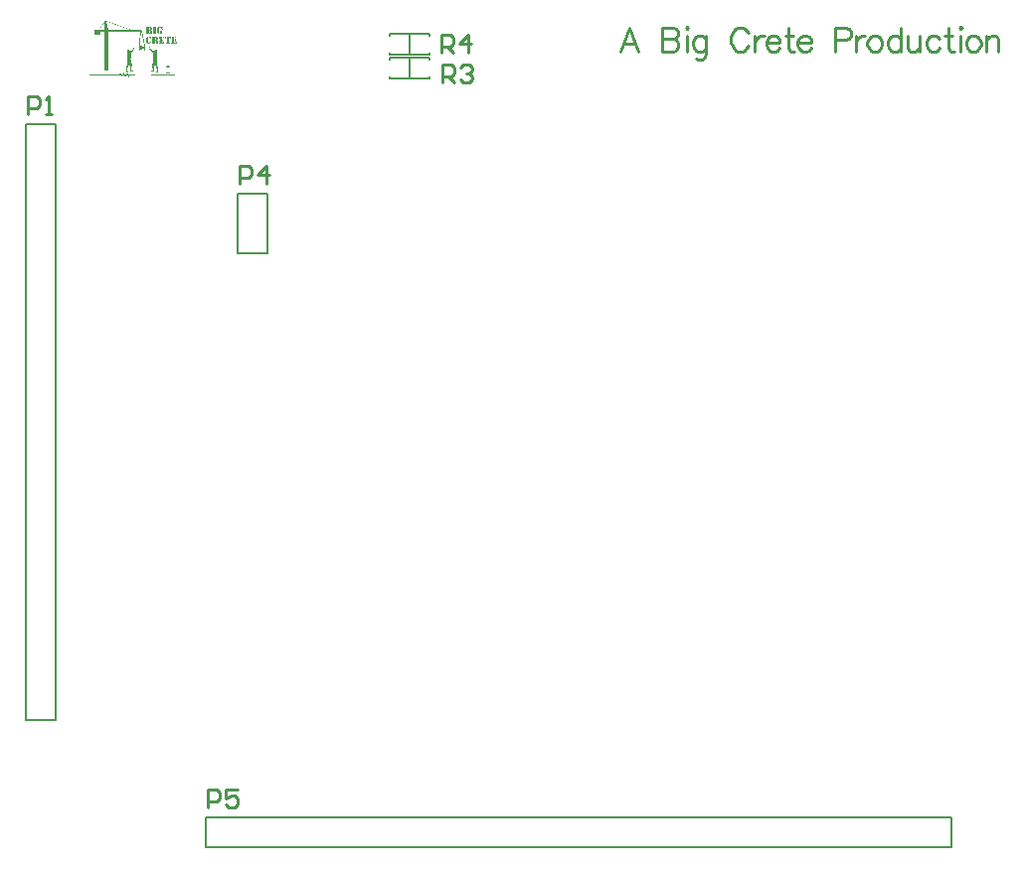
<source format=gbr>
%TF.GenerationSoftware,Altium Limited,Altium Designer,22.7.1 (60)*%
G04 Layer_Color=65535*
%FSLAX45Y45*%
%MOMM*%
%TF.SameCoordinates,3BEA7849-7BF4-4C83-8F54-36563B6BDC8B*%
%TF.FilePolarity,Positive*%
%TF.FileFunction,Legend,Top*%
%TF.Part,Single*%
G01*
G75*
%TA.AperFunction,NonConductor*%
%ADD41C,0.15000*%
%ADD42C,0.20000*%
%ADD45C,0.25400*%
G36*
X816985Y7373383D02*
X817085Y7372883D01*
X817185Y7372783D01*
X818252Y7372717D01*
X818351Y7372617D01*
X818318Y7372050D01*
X818518Y7371783D01*
X818618Y7371750D01*
X818652Y7371516D01*
X818618Y7371350D01*
X818718Y7371183D01*
X819252Y7371116D01*
X819318Y7370316D01*
X819652Y7370183D01*
X819852Y7370250D01*
X821785Y7370183D01*
X821885Y7369683D01*
X821985Y7369583D01*
X823052Y7369516D01*
X823152Y7369416D01*
X823219Y7369283D01*
X824019Y7369216D01*
X824252Y7368916D01*
X825152Y7368949D01*
X825352Y7368816D01*
X825419Y7368683D01*
X825919Y7368583D01*
X826019Y7368483D01*
X826086Y7368349D01*
X827153Y7368283D01*
X827286Y7368149D01*
X827353Y7368016D01*
X827853Y7367916D01*
X827953Y7367816D01*
X828019Y7367683D01*
X829153Y7367616D01*
X829220Y7367483D01*
X829386Y7367316D01*
X829820Y7367283D01*
X829920Y7367049D01*
X830186Y7366982D01*
X830453Y7367049D01*
X831053Y7366982D01*
X831220Y7366749D01*
X832287Y7366682D01*
X832420Y7366549D01*
X832487Y7366416D01*
X832987Y7366316D01*
X833187Y7366049D01*
X834254Y7365982D01*
X834353Y7365882D01*
X834387Y7365782D01*
X834920Y7365649D01*
X835054Y7365449D01*
X835320Y7365382D01*
X835520Y7365449D01*
X836187Y7365382D01*
X836387Y7365116D01*
X836787Y7365049D01*
X836954Y7364882D01*
X836987Y7364782D01*
X838121Y7364716D01*
X838287Y7364482D01*
X838754Y7364416D01*
X838821Y7364282D01*
X838987Y7364116D01*
X839888Y7364149D01*
X840087Y7364015D01*
X840154Y7363882D01*
X840654Y7363782D01*
X840821Y7363549D01*
X841888Y7363482D01*
X842021Y7363349D01*
X842088Y7363215D01*
X842588Y7363115D01*
X842754Y7362882D01*
X843821Y7362815D01*
X843955Y7362682D01*
X843988Y7362582D01*
X844522Y7362449D01*
X844655Y7362249D01*
X844922Y7362182D01*
X845121Y7362249D01*
X845788Y7362182D01*
X845988Y7361915D01*
X847055Y7361849D01*
X847155Y7361749D01*
X847222Y7361615D01*
X847722Y7361515D01*
X847922Y7361248D01*
X848989Y7361182D01*
X849089Y7361082D01*
X849155Y7360948D01*
X849655Y7360848D01*
X849789Y7360648D01*
X850055Y7360582D01*
X850256Y7360648D01*
X850856Y7360582D01*
X851022Y7360415D01*
X851056Y7360315D01*
X851522Y7360248D01*
X851622Y7360148D01*
X851689Y7360015D01*
X852189Y7359915D01*
X852356Y7359682D01*
X852856Y7359582D01*
X852956Y7359082D01*
X853456Y7358981D01*
X853623Y7358748D01*
X854123Y7358648D01*
X854289Y7358415D01*
X855356Y7358348D01*
X855590Y7358048D01*
X856056Y7357981D01*
X856223Y7357748D01*
X856923Y7357715D01*
X857123Y7357781D01*
X857356Y7357615D01*
X857423Y7357481D01*
X857723Y7357381D01*
X857990Y7357448D01*
X858257Y7357381D01*
X858423Y7357148D01*
X858690Y7357081D01*
X859123Y7357115D01*
X859290Y7356948D01*
X859357Y7356815D01*
X859857Y7356715D01*
X859957Y7356615D01*
X860023Y7356481D01*
X861157Y7356415D01*
X861224Y7356281D01*
X861390Y7356115D01*
X861824Y7356081D01*
X861924Y7355848D01*
X862190Y7355781D01*
X862457Y7355848D01*
X863057Y7355781D01*
X863224Y7355548D01*
X863724Y7355448D01*
X863891Y7355214D01*
X864624Y7355148D01*
X864757Y7355015D01*
X864824Y7354881D01*
X865624Y7354814D01*
X865858Y7354514D01*
X866291Y7354481D01*
X866357Y7354348D01*
X866524Y7354181D01*
X867191Y7354248D01*
X867858Y7354181D01*
X868024Y7353948D01*
X868125Y7353848D01*
X868224Y7353814D01*
X868291Y7353681D01*
X868391Y7353581D01*
X869458Y7353514D01*
X869558Y7353414D01*
X869625Y7353281D01*
X870125Y7353181D01*
X870325Y7352914D01*
X871291Y7352947D01*
X871492Y7352748D01*
X871525Y7352647D01*
X871791Y7352581D01*
X872058Y7352647D01*
X872658Y7352581D01*
X872758Y7352481D01*
X872825Y7352014D01*
X874225Y7351947D01*
X874358Y7351814D01*
X874392Y7351714D01*
X874525Y7351647D01*
X874692Y7351481D01*
X874758Y7351347D01*
X875459Y7351314D01*
X875659Y7351381D01*
X875892Y7351281D01*
X875959Y7351147D01*
X876059Y7351047D01*
X876459Y7350980D01*
X876625Y7350814D01*
X876659Y7350714D01*
X877792Y7350647D01*
X877959Y7350414D01*
X878459Y7350314D01*
X878626Y7350081D01*
X879692Y7350014D01*
X879926Y7349714D01*
X880393Y7349647D01*
X880526Y7349447D01*
X880993Y7349380D01*
X881193Y7349114D01*
X882260Y7349047D01*
X882359Y7348947D01*
X882426Y7348814D01*
X883226Y7348747D01*
X883460Y7348447D01*
X883960Y7348480D01*
X884193Y7348380D01*
X884293Y7348280D01*
X884360Y7348147D01*
X884860Y7348047D01*
X884993Y7347847D01*
X885260Y7347780D01*
X885460Y7347847D01*
X886060Y7347780D01*
X886227Y7347613D01*
X886260Y7347513D01*
X886727Y7347447D01*
X886827Y7347347D01*
X886893Y7347213D01*
X888027Y7347147D01*
X888260Y7346847D01*
X888694Y7346813D01*
X888794Y7346580D01*
X889060Y7346513D01*
X889827Y7346547D01*
X890027Y7346413D01*
X890094Y7346280D01*
X890494Y7346213D01*
X890627Y7346147D01*
X890694Y7346013D01*
X890794Y7345913D01*
X891194Y7345847D01*
X891361Y7345680D01*
X891394Y7345580D01*
X892528Y7345513D01*
X892694Y7345280D01*
X893161Y7345213D01*
X893228Y7345080D01*
X893394Y7344913D01*
X894294Y7344946D01*
X894494Y7344813D01*
X894561Y7344680D01*
X894861Y7344580D01*
X895128Y7344646D01*
X895394Y7344580D01*
X895561Y7344347D01*
X895795Y7344246D01*
X895995Y7344313D01*
X896328Y7344246D01*
X896428Y7344146D01*
X896495Y7344013D01*
X896995Y7343913D01*
X897161Y7343680D01*
X898228Y7343613D01*
X898361Y7343480D01*
X898395Y7343380D01*
X898928Y7343246D01*
X899062Y7343046D01*
X899328Y7342979D01*
X899595Y7343046D01*
X899862Y7342979D01*
X900062Y7342713D01*
X900295Y7342679D01*
X900728Y7342713D01*
X900962Y7342480D01*
X900995Y7342380D01*
X901795Y7342313D01*
X901962Y7342080D01*
X902762Y7342013D01*
X902829Y7341879D01*
X902995Y7341713D01*
X903429Y7341679D01*
X903529Y7341446D01*
X903796Y7341379D01*
X904062Y7341446D01*
X904662Y7341379D01*
X904862Y7341113D01*
X905329Y7341046D01*
X905529Y7340779D01*
X906596Y7340713D01*
X906762Y7340479D01*
X907263Y7340379D01*
X907429Y7340146D01*
X908130Y7340113D01*
X908329Y7340179D01*
X908563Y7340012D01*
X908629Y7339879D01*
X908930Y7339779D01*
X909196Y7339846D01*
X909463Y7339779D01*
X909730Y7339446D01*
X909830Y7339413D01*
X909896Y7339279D01*
X909996Y7339179D01*
X911063Y7339112D01*
X911163Y7339012D01*
X911230Y7338879D01*
X911730Y7338779D01*
X911930Y7338512D01*
X912897Y7338546D01*
X913097Y7338346D01*
X913130Y7338246D01*
X913397Y7338179D01*
X913663Y7338246D01*
X914264Y7338179D01*
X914430Y7337946D01*
X914930Y7337846D01*
X915064Y7337645D01*
X915097Y7337612D01*
X915497Y7337546D01*
X915630Y7337412D01*
X915697Y7337279D01*
X916831Y7337212D01*
X917064Y7336912D01*
X917497Y7336879D01*
X917564Y7336746D01*
X917664Y7336645D01*
X918064Y7336579D01*
X918231Y7336412D01*
X918264Y7336312D01*
X919397Y7336245D01*
X919564Y7336012D01*
X920064Y7335912D01*
X920231Y7335679D01*
X921298Y7335612D01*
X921531Y7335312D01*
X921998Y7335245D01*
X922131Y7335045D01*
X922398Y7334978D01*
X922598Y7335045D01*
X923198Y7334978D01*
X923298Y7334879D01*
X923365Y7334745D01*
X923865Y7334645D01*
X923965Y7334545D01*
X924031Y7334412D01*
X925098Y7334345D01*
X925232Y7334212D01*
X925298Y7334079D01*
X925798Y7333978D01*
X925898Y7333878D01*
X925965Y7333745D01*
X926465Y7333645D01*
X926598Y7333445D01*
X926865Y7333378D01*
X927065Y7333445D01*
X927665Y7333378D01*
X927832Y7333212D01*
X927865Y7333112D01*
X928332Y7333045D01*
X928432Y7332945D01*
X928499Y7332812D01*
X929632Y7332745D01*
X929866Y7332445D01*
X930299Y7332412D01*
X930399Y7332178D01*
X930666Y7332112D01*
X931432Y7332145D01*
X931632Y7332011D01*
X931699Y7331878D01*
X932099Y7331812D01*
X932232Y7331745D01*
X932299Y7331611D01*
X932399Y7331511D01*
X933466Y7331445D01*
X933566Y7331345D01*
X933633Y7331211D01*
X934133Y7331111D01*
X934333Y7330845D01*
X935399Y7330778D01*
X935500Y7330678D01*
X935566Y7330545D01*
X936066Y7330445D01*
X936200Y7330245D01*
X936666Y7330178D01*
X936833Y7329945D01*
X937900Y7329878D01*
X938033Y7329745D01*
X938100Y7329611D01*
X938600Y7329511D01*
X938766Y7329278D01*
X939833Y7329211D01*
X939967Y7329078D01*
X940000Y7328978D01*
X940534Y7328844D01*
X940667Y7328644D01*
X940934Y7328578D01*
X941133Y7328644D01*
X941800Y7328578D01*
X941967Y7328345D01*
X942367Y7328278D01*
X942567Y7328078D01*
X942600Y7327978D01*
X943734Y7327911D01*
X943901Y7327678D01*
X944367Y7327611D01*
X944434Y7327478D01*
X944601Y7327311D01*
X945034Y7327278D01*
X945134Y7327044D01*
X945401Y7326977D01*
X945667Y7327044D01*
X946268Y7326977D01*
X946434Y7326744D01*
X946934Y7326644D01*
X947101Y7326411D01*
X948168Y7326344D01*
X948401Y7326044D01*
X948868Y7325977D01*
X949068Y7325711D01*
X949968Y7325744D01*
X950168Y7325611D01*
X950235Y7325477D01*
X950735Y7325377D01*
X950835Y7325277D01*
X950901Y7325144D01*
X951968Y7325077D01*
X952101Y7324944D01*
X952168Y7324811D01*
X952668Y7324711D01*
X952768Y7324611D01*
X952835Y7324477D01*
X953335Y7324377D01*
X953502Y7324144D01*
X954202Y7324111D01*
X954402Y7324177D01*
X954535Y7324111D01*
X954702Y7323944D01*
X954735Y7323844D01*
X955202Y7323777D01*
X955302Y7323677D01*
X955369Y7323544D01*
X956435Y7323477D01*
X956569Y7323411D01*
X956635Y7323277D01*
X956735Y7323177D01*
X957136Y7323110D01*
X957236Y7323010D01*
X957302Y7322877D01*
X958436Y7322810D01*
X958669Y7322510D01*
X959102Y7322477D01*
X959169Y7322344D01*
X959336Y7322177D01*
X960003Y7322244D01*
X960336Y7322177D01*
X960436Y7322077D01*
X960503Y7321944D01*
X961003Y7321844D01*
X961169Y7321610D01*
X962236Y7321544D01*
X962369Y7321410D01*
X962436Y7321277D01*
X962936Y7321177D01*
X963103Y7320943D01*
X963603Y7320843D01*
X963736Y7320643D01*
X964003Y7320577D01*
X964203Y7320643D01*
X964803Y7320577D01*
X964903Y7320477D01*
X964970Y7320343D01*
X965470Y7320243D01*
X965570Y7320143D01*
X965637Y7320010D01*
X966703Y7319943D01*
X966837Y7319810D01*
X966903Y7319677D01*
X967403Y7319577D01*
X967504Y7319477D01*
X967570Y7319343D01*
X968270Y7319310D01*
X968470Y7319377D01*
X968704Y7319277D01*
X968770Y7319143D01*
X968870Y7319043D01*
X969270Y7318976D01*
X969437Y7318810D01*
X969471Y7318710D01*
X970604Y7318643D01*
X970770Y7318410D01*
X971271Y7318310D01*
X971437Y7318077D01*
X971904Y7318010D01*
X972004Y7317776D01*
X972271Y7317710D01*
X973037Y7317743D01*
X973238Y7317610D01*
X973304Y7317476D01*
X973704Y7317410D01*
X973838Y7317343D01*
X973904Y7317210D01*
X974004Y7317110D01*
X975071Y7317043D01*
X975171Y7316943D01*
X975238Y7316810D01*
X975738Y7316710D01*
X975905Y7316476D01*
X976971Y7316410D01*
X977105Y7316276D01*
X977171Y7316143D01*
X977671Y7316043D01*
X977805Y7315843D01*
X978071Y7315776D01*
X978272Y7315843D01*
X978872Y7315776D01*
X979038Y7315609D01*
X979072Y7315509D01*
X979538Y7315443D01*
X979638Y7315343D01*
X979705Y7315209D01*
X980205Y7315109D01*
X980372Y7314876D01*
X981438Y7314809D01*
X981572Y7314676D01*
X981605Y7314576D01*
X982139Y7314443D01*
X982272Y7314243D01*
X982539Y7314176D01*
X982739Y7314243D01*
X983405Y7314176D01*
X983572Y7313943D01*
X983972Y7313876D01*
X984172Y7313676D01*
X984206Y7313576D01*
X985339Y7313509D01*
X985506Y7313276D01*
X985972Y7313209D01*
X986039Y7313076D01*
X986206Y7312909D01*
X987106Y7312942D01*
X987306Y7312809D01*
X987373Y7312676D01*
X987873Y7312576D01*
X988039Y7312342D01*
X989106Y7312276D01*
X989240Y7312142D01*
X989306Y7312009D01*
X989806Y7311909D01*
X990006Y7311642D01*
X990473Y7311576D01*
X990673Y7311309D01*
X991573Y7311342D01*
X991773Y7311209D01*
X991840Y7311076D01*
X992340Y7310975D01*
X992440Y7310876D01*
X992507Y7310742D01*
X993573Y7310675D01*
X993707Y7310542D01*
X993773Y7310409D01*
X994274Y7310309D01*
X994373Y7310209D01*
X994440Y7310076D01*
X995574Y7310009D01*
X995640Y7309875D01*
X995807Y7309709D01*
X996240Y7309675D01*
X996340Y7309442D01*
X996607Y7309375D01*
X996874Y7309442D01*
X997474Y7309375D01*
X997641Y7309142D01*
X998141Y7309042D01*
X998307Y7308809D01*
X998707Y7308742D01*
X998841Y7308609D01*
X998907Y7308475D01*
X1000041Y7308409D01*
X1000274Y7308109D01*
X1000708Y7308075D01*
X1000774Y7307942D01*
X1000941Y7307775D01*
X1001608Y7307842D01*
X1001941Y7307775D01*
X1002041Y7307675D01*
X1002108Y7307542D01*
X1002608Y7307442D01*
X1002774Y7307208D01*
X1003841Y7307142D01*
X1003975Y7307008D01*
X1004041Y7306875D01*
X1004542Y7306775D01*
X1004708Y7306542D01*
X1005408Y7306508D01*
X1005608Y7306575D01*
X1005742Y7306508D01*
X1005908Y7306342D01*
X1005942Y7306242D01*
X1006408Y7306175D01*
X1006508Y7306075D01*
X1006575Y7305942D01*
X1007642Y7305875D01*
X1007775Y7305808D01*
X1007842Y7305675D01*
X1007942Y7305575D01*
X1008342Y7305508D01*
X1008442Y7305408D01*
X1008509Y7305275D01*
X1009009Y7305175D01*
X1009109Y7305075D01*
X1009175Y7304941D01*
X1009876Y7304908D01*
X1010075Y7304975D01*
X1010309Y7304875D01*
X1010375Y7304742D01*
X1010476Y7304641D01*
X1010876Y7304575D01*
X1011042Y7304408D01*
X1011076Y7304308D01*
X1012209Y7304241D01*
X1012376Y7304008D01*
X1012876Y7303908D01*
X1013042Y7303675D01*
X1014109Y7303608D01*
X1014343Y7303308D01*
X1014810Y7303241D01*
X1014943Y7303041D01*
X1015210Y7302974D01*
X1015409Y7303041D01*
X1016010Y7302974D01*
X1016109Y7302875D01*
X1016176Y7302741D01*
X1016676Y7302641D01*
X1016776Y7302541D01*
X1016843Y7302408D01*
X1017343Y7302308D01*
X1017510Y7302075D01*
X1018577Y7302008D01*
X1018710Y7301874D01*
X1018776Y7301741D01*
X1019277Y7301641D01*
X1019410Y7301441D01*
X1019677Y7301374D01*
X1019877Y7301441D01*
X1020477Y7301374D01*
X1020643Y7301208D01*
X1020677Y7301108D01*
X1021143Y7301041D01*
X1021244Y7300941D01*
X1021310Y7300808D01*
X1022444Y7300741D01*
X1022677Y7300441D01*
X1023110Y7300408D01*
X1023211Y7300174D01*
X1023477Y7300108D01*
X1024244Y7300141D01*
X1024444Y7300007D01*
X1024511Y7299874D01*
X1024911Y7299808D01*
X1025044Y7299741D01*
X1025111Y7299607D01*
X1025211Y7299507D01*
X1025611Y7299441D01*
X1025777Y7299274D01*
X1025811Y7299174D01*
X1026944Y7299107D01*
X1027111Y7298874D01*
X1027578Y7298807D01*
X1027644Y7298674D01*
X1027811Y7298507D01*
X1028711Y7298541D01*
X1028911Y7298407D01*
X1028978Y7298274D01*
X1029478Y7298174D01*
X1029645Y7297941D01*
X1030145Y7297841D01*
X1030311Y7297607D01*
X1030812Y7297507D01*
X1030878Y7296974D01*
X1031145Y7296907D01*
X1031912Y7296940D01*
X1032111Y7296807D01*
X1032178Y7296674D01*
X1032478Y7296574D01*
X1032678Y7296640D01*
X1098786Y7296607D01*
X1098987Y7296741D01*
X1099053Y7296874D01*
X1099353Y7296974D01*
X1099553Y7296907D01*
X1101387Y7296940D01*
X1101520Y7296874D01*
X1101587Y7296741D01*
X1101754Y7296574D01*
X1102420Y7296640D01*
X1116222Y7296574D01*
X1116389Y7296340D01*
X1116489Y7296240D01*
X1116589Y7296207D01*
X1116655Y7295740D01*
X1116755Y7295640D01*
X1116889Y7295574D01*
X1117055Y7295340D01*
X1117189Y7295274D01*
X1117256Y7295140D01*
X1117422Y7294973D01*
X1117556Y7294907D01*
X1117656Y7294407D01*
X1117856Y7294273D01*
X1117922Y7294140D01*
X1118022Y7294040D01*
X1118156Y7293973D01*
X1118356Y7293707D01*
X1118489Y7293640D01*
X1118589Y7293140D01*
X1118823Y7292973D01*
X1118956Y7292773D01*
X1119089Y7292707D01*
X1119189Y7292607D01*
X1119223Y7292173D01*
X1119356Y7292107D01*
X1120122Y7291340D01*
X1120189Y7290940D01*
X1120623Y7290506D01*
X1120723Y7290473D01*
X1120856Y7289940D01*
X1120956Y7289840D01*
X1121056Y7289806D01*
X1121123Y7289673D01*
X1121223Y7289573D01*
X1121356Y7289506D01*
X1121523Y7289273D01*
X1121723Y7289140D01*
X1121789Y7288673D01*
X1122023Y7288506D01*
X1122156Y7288306D01*
X1122290Y7288239D01*
X1122389Y7288139D01*
X1122456Y7288006D01*
X1122656Y7287873D01*
X1122690Y7287706D01*
X1122656Y7287473D01*
X1122756Y7287373D01*
X1122890Y7287306D01*
X1123056Y7287139D01*
X1123090Y7287039D01*
X1123223Y7286972D01*
X1123323Y7286873D01*
X1123356Y7286439D01*
X1123490Y7286373D01*
X1124256Y7285606D01*
X1124323Y7285206D01*
X1124823Y7284706D01*
X1124923Y7284672D01*
X1124990Y7284206D01*
X1125090Y7284106D01*
X1125190Y7284072D01*
X1125257Y7283939D01*
X1125423Y7283772D01*
X1125523Y7283739D01*
X1125590Y7283605D01*
X1125690Y7283505D01*
X1125823Y7283439D01*
X1125923Y7283272D01*
X1125857Y7283072D01*
X1125923Y7282939D01*
X1126023Y7282839D01*
X1126157Y7282772D01*
X1126323Y7282539D01*
X1126523Y7282405D01*
X1126590Y7282272D01*
X1126824Y7282105D01*
X1126923Y7281605D01*
X1127157Y7281439D01*
X1127290Y7281238D01*
X1127423Y7281172D01*
X1127490Y7280772D01*
X1127557Y7280638D01*
X1127690Y7280572D01*
X1128457Y7279805D01*
X1128490Y7279372D01*
X1128724Y7279272D01*
X1128790Y7279005D01*
X1128724Y7278805D01*
X1128624Y7278705D01*
X1125290Y7278638D01*
X1125190Y7278338D01*
X1125290Y7278105D01*
X1125523Y7278005D01*
X1125590Y7277738D01*
X1125557Y7276971D01*
X1125690Y7276771D01*
X1125823Y7276705D01*
X1125923Y7276405D01*
X1125857Y7276205D01*
X1125923Y7275604D01*
X1126090Y7275438D01*
X1126190Y7275405D01*
X1126257Y7274271D01*
X1126490Y7274104D01*
X1126557Y7273371D01*
X1126690Y7273237D01*
X1126824Y7273171D01*
X1126890Y7272037D01*
X1127190Y7271804D01*
X1127157Y7271237D01*
X1127323Y7271004D01*
X1127457Y7270937D01*
X1127524Y7270670D01*
X1127457Y7270404D01*
X1127524Y7269804D01*
X1127757Y7269637D01*
X1127823Y7269370D01*
X1127790Y7268937D01*
X1128024Y7268704D01*
X1128123Y7268670D01*
X1128190Y7267537D01*
X1128424Y7267370D01*
X1128490Y7266637D01*
X1128624Y7266503D01*
X1128724Y7266470D01*
X1128790Y7266203D01*
X1128757Y7265437D01*
X1128890Y7265236D01*
X1129024Y7265170D01*
X1129124Y7264870D01*
X1129057Y7264670D01*
X1129124Y7264070D01*
X1129224Y7263970D01*
X1129357Y7263903D01*
X1129424Y7263636D01*
X1129390Y7263136D01*
X1129491Y7263036D01*
X1129624Y7262969D01*
X1129724Y7262870D01*
X1129790Y7261803D01*
X1129891Y7261703D01*
X1130024Y7261636D01*
X1130090Y7260836D01*
X1130390Y7260603D01*
X1130357Y7259369D01*
X1130490Y7259169D01*
X1130624Y7259102D01*
X1130724Y7258802D01*
X1130657Y7258602D01*
X1130724Y7257335D01*
X1130824Y7257235D01*
X1130957Y7257169D01*
X1131024Y7255769D01*
X1131157Y7255635D01*
X1131291Y7255569D01*
X1131357Y7254168D01*
X1131491Y7254035D01*
X1131624Y7253968D01*
X1131691Y7252502D01*
X1131824Y7252435D01*
X1131991Y7252268D01*
X1131957Y7250701D01*
X1132024Y7250568D01*
X1132158Y7250501D01*
X1132324Y7250335D01*
X1132257Y7249668D01*
X1132324Y7249001D01*
X1132558Y7248834D01*
X1132624Y7247434D01*
X1132757Y7247301D01*
X1132891Y7247234D01*
X1132958Y7245501D01*
X1133258Y7245267D01*
X1133324Y7243867D01*
X1133424Y7243767D01*
X1133558Y7243701D01*
X1133591Y7242667D01*
X1133524Y7242467D01*
X1133758Y7242167D01*
X1133858Y7242134D01*
X1133924Y7241867D01*
X1133858Y7241600D01*
X1133924Y7240667D01*
X1134158Y7240500D01*
X1134224Y7238833D01*
X1134291Y7238700D01*
X1134424Y7238633D01*
X1134524Y7238533D01*
X1134591Y7237133D01*
X1134825Y7236966D01*
X1134891Y7235566D01*
X1135191Y7235333D01*
X1135158Y7234099D01*
X1135291Y7233899D01*
X1135424Y7233833D01*
X1135525Y7233533D01*
X1135458Y7233332D01*
X1135525Y7232066D01*
X1135625Y7231966D01*
X1135758Y7231899D01*
X1135825Y7230499D01*
X1136025Y7230299D01*
X1136124Y7230265D01*
X1136191Y7228799D01*
X1136425Y7228632D01*
X1136491Y7227232D01*
X1136791Y7226998D01*
X1136758Y7225432D01*
X1136891Y7225231D01*
X1137025Y7225165D01*
X1137125Y7224865D01*
X1137058Y7224665D01*
X1137125Y7223731D01*
X1137225Y7223631D01*
X1137358Y7223565D01*
X1137425Y7222164D01*
X1137558Y7222031D01*
X1137691Y7221964D01*
X1137758Y7220231D01*
X1137892Y7220098D01*
X1138025Y7220031D01*
X1138091Y7218631D01*
X1138225Y7218497D01*
X1138325Y7218464D01*
X1138391Y7218197D01*
X1138358Y7217097D01*
X1138425Y7216964D01*
X1138558Y7216897D01*
X1138725Y7216731D01*
X1138658Y7216064D01*
X1138725Y7215397D01*
X1138958Y7215230D01*
X1139025Y7213497D01*
X1139325Y7213263D01*
X1139392Y7211863D01*
X1139625Y7211697D01*
X1139692Y7210296D01*
X1139825Y7210163D01*
X1139958Y7210096D01*
X1139992Y7209063D01*
X1139925Y7208863D01*
X1140159Y7208563D01*
X1140258Y7208529D01*
X1140325Y7208263D01*
X1140258Y7207996D01*
X1140325Y7206796D01*
X1140492Y7206629D01*
X1140592Y7206596D01*
X1140658Y7205129D01*
X1140892Y7204962D01*
X1140959Y7203562D01*
X1141259Y7203329D01*
X1141325Y7201595D01*
X1141559Y7201429D01*
X1141592Y7200395D01*
X1141525Y7200195D01*
X1141692Y7199962D01*
X1141825Y7199895D01*
X1141925Y7199595D01*
X1141859Y7199395D01*
X1141925Y7198462D01*
X1142025Y7198362D01*
X1142159Y7198295D01*
X1142225Y7196895D01*
X1142425Y7196695D01*
X1142525Y7196661D01*
X1142592Y7194928D01*
X1142692Y7194828D01*
X1142826Y7194761D01*
X1142892Y7193627D01*
X1143192Y7193394D01*
X1143159Y7191827D01*
X1143292Y7191627D01*
X1143425Y7191561D01*
X1143526Y7191261D01*
X1143459Y7191061D01*
X1143526Y7190127D01*
X1143626Y7190027D01*
X1143759Y7189960D01*
X1143825Y7188227D01*
X1143959Y7188094D01*
X1144092Y7188027D01*
X1144159Y7186627D01*
X1144292Y7186493D01*
X1144426Y7186427D01*
X1144492Y7185027D01*
X1144626Y7184893D01*
X1144726Y7184860D01*
X1144792Y7184593D01*
X1144759Y7183493D01*
X1144826Y7183360D01*
X1144959Y7183293D01*
X1145126Y7183126D01*
X1145059Y7182460D01*
X1145126Y7181459D01*
X1145359Y7181293D01*
X1145426Y7179892D01*
X1145726Y7179659D01*
X1145792Y7178259D01*
X1146026Y7178092D01*
X1146092Y7177026D01*
X1146392Y7176792D01*
X1146326Y7176659D01*
X1146059Y7176525D01*
X1146092Y7176292D01*
X1146392Y7176125D01*
X1146359Y7174892D01*
X1146492Y7174692D01*
X1146626Y7174625D01*
X1146726Y7174325D01*
X1146659Y7174125D01*
X1146726Y7173192D01*
X1146893Y7173025D01*
X1146993Y7172992D01*
X1147059Y7171525D01*
X1147293Y7171358D01*
X1147359Y7169624D01*
X1147659Y7169391D01*
X1147726Y7167991D01*
X1147959Y7167824D01*
X1147993Y7166858D01*
X1147826Y7166691D01*
X1147693Y7166624D01*
X1147593Y7166391D01*
X1147359Y7166291D01*
X1147259Y7165991D01*
X1147326Y7165724D01*
X1147359Y7150756D01*
X1147659Y7150589D01*
X1147593Y7150389D01*
X1147359Y7150222D01*
X1147326Y7145055D01*
X1147493Y7144888D01*
X1149760Y7144955D01*
X1149860Y7145055D01*
X1149926Y7145188D01*
X1150160Y7145221D01*
X1150360Y7144888D01*
X1155227Y7144955D01*
X1155427Y7145221D01*
X1155627Y7145155D01*
X1155794Y7144921D01*
X1156227Y7144888D01*
X1156294Y7144955D01*
X1156494Y7144888D01*
X1156827Y7144955D01*
X1157027Y7145221D01*
X1157227Y7145155D01*
X1157394Y7144921D01*
X1157694Y7144888D01*
X1157861Y7145055D01*
X1157927Y7145188D01*
X1158161Y7145221D01*
X1158361Y7144888D01*
X1158761Y7144955D01*
X1158894Y7145221D01*
X1159161Y7145155D01*
X1159327Y7144921D01*
X1159961Y7144888D01*
X1160061Y7144988D01*
X1160127Y7145122D01*
X1160228Y7145221D01*
X1160394Y7145188D01*
X1160461Y7145055D01*
X1160628Y7144888D01*
X1160728Y7144855D01*
X1160794Y7144655D01*
X1160894Y7144555D01*
X1161028Y7144621D01*
X1161128Y7144722D01*
X1161094Y7144888D01*
X1160828Y7144955D01*
X1160794Y7145188D01*
X1160894Y7145288D01*
X1161028Y7145221D01*
X1161128Y7145122D01*
X1161161Y7144888D01*
X1161961Y7144955D01*
X1162094Y7145221D01*
X1162328Y7145188D01*
X1162495Y7144888D01*
X1162628Y7144955D01*
X1162761Y7145221D01*
X1162995Y7145188D01*
X1163161Y7144888D01*
X1163895Y7144955D01*
X1164028Y7145221D01*
X1164261Y7145188D01*
X1164361Y7144955D01*
X1164628Y7144888D01*
X1166095Y7144955D01*
X1166195Y7145055D01*
X1166262Y7145188D01*
X1166428Y7145221D01*
X1166528Y7145122D01*
X1166595Y7144988D01*
X1166695Y7144888D01*
X1166862Y7145055D01*
X1166928Y7145188D01*
X1167095Y7145221D01*
X1167195Y7145122D01*
X1167262Y7144988D01*
X1167362Y7144888D01*
X1167695Y7144955D01*
X1167795Y7145055D01*
X1167862Y7145188D01*
X1168029Y7145221D01*
X1168195Y7145055D01*
X1168262Y7144921D01*
X1168562Y7144888D01*
X1168729Y7145055D01*
X1168795Y7145188D01*
X1169029Y7145221D01*
X1169162Y7144955D01*
X1169429Y7144888D01*
X1169795Y7144921D01*
X1170162Y7144888D01*
X1170329Y7144988D01*
X1170395Y7145188D01*
X1170562Y7145221D01*
X1170662Y7145122D01*
X1170729Y7144988D01*
X1170962Y7144821D01*
X1171062Y7144588D01*
X1171229Y7144555D01*
X1171329Y7144655D01*
X1171296Y7144888D01*
X1171029Y7144955D01*
X1170996Y7145122D01*
X1171162Y7145288D01*
X1171296Y7145221D01*
X1171496Y7144888D01*
X1171829Y7144955D01*
X1171929Y7145055D01*
X1171996Y7145188D01*
X1172229Y7145221D01*
X1172362Y7144955D01*
X1172629Y7144888D01*
X1173162Y7144955D01*
X1173296Y7145221D01*
X1173563Y7145155D01*
X1173729Y7144921D01*
X1174096Y7144888D01*
X1174229Y7144955D01*
X1174429Y7144888D01*
X1174763Y7144955D01*
X1174896Y7145221D01*
X1175163Y7145155D01*
X1175329Y7144921D01*
X1175696Y7144888D01*
X1175830Y7144955D01*
X1176030Y7144888D01*
X1176363Y7144955D01*
X1176496Y7145221D01*
X1176763Y7145155D01*
X1176930Y7144921D01*
X1177230Y7144888D01*
X1177396Y7145055D01*
X1177463Y7145188D01*
X1177630Y7145221D01*
X1177796Y7145055D01*
X1177863Y7144921D01*
X1178163Y7144888D01*
X1178330Y7145055D01*
X1178396Y7145188D01*
X1178630Y7145221D01*
X1178763Y7144955D01*
X1179030Y7144888D01*
X1179397Y7144921D01*
X1179763Y7144888D01*
X1179930Y7144988D01*
X1180030Y7145221D01*
X1180263Y7145188D01*
X1180363Y7144955D01*
X1180630Y7144888D01*
X1181163Y7144955D01*
X1181297Y7145221D01*
X1181564Y7145155D01*
X1181730Y7144921D01*
X1182964Y7144888D01*
X1183130Y7144988D01*
X1183231Y7145221D01*
X1183464Y7145188D01*
X1183564Y7144955D01*
X1183830Y7144888D01*
X1184197Y7144921D01*
X1184564Y7144888D01*
X1184731Y7144988D01*
X1184831Y7145221D01*
X1185064Y7145188D01*
X1185164Y7144955D01*
X1185431Y7144888D01*
X1185797Y7144921D01*
X1186164Y7144888D01*
X1186331Y7144988D01*
X1186431Y7145221D01*
X1186664Y7145188D01*
X1186764Y7144955D01*
X1187031Y7144888D01*
X1188231Y7144955D01*
X1188298Y7145488D01*
X1188598Y7145655D01*
X1188664Y7145788D01*
X1188764Y7145888D01*
X1188898Y7145955D01*
X1188931Y7146122D01*
X1188631Y7146222D01*
X1188331Y7146255D01*
X1188264Y7146522D01*
X1188298Y7146755D01*
X1188498Y7146822D01*
X1188598Y7146722D01*
X1188664Y7146588D01*
X1188831Y7146488D01*
X1188931Y7146588D01*
X1188898Y7146822D01*
X1188598Y7146988D01*
X1188531Y7147122D01*
X1188431Y7147222D01*
X1188298Y7147288D01*
X1188264Y7147988D01*
X1188331Y7148189D01*
X1188165Y7148422D01*
X1188031Y7148489D01*
X1187998Y7148722D01*
X1188264Y7148855D01*
X1188331Y7149122D01*
X1188264Y7149322D01*
X1188331Y7149989D01*
X1188498Y7150022D01*
X1188598Y7149922D01*
X1188664Y7149789D01*
X1188764Y7149689D01*
X1188898Y7149755D01*
X1188965Y7150289D01*
X1189165Y7150356D01*
X1189831Y7150289D01*
X1189931Y7149789D01*
X1190031Y7149689D01*
X1190431Y7149622D01*
X1190531Y7149522D01*
X1190565Y7149422D01*
X1190832Y7149489D01*
X1190965Y7149689D01*
X1191165Y7149622D01*
X1191331Y7149389D01*
X1191465Y7149322D01*
X1191532Y7149122D01*
X1191465Y7148922D01*
X1191632Y7148755D01*
X1192698Y7148689D01*
X1192798Y7148589D01*
X1192865Y7148189D01*
X1192965Y7148089D01*
X1193532Y7148122D01*
X1193665Y7148055D01*
X1193765Y7147822D01*
X1194032Y7147888D01*
X1194165Y7148089D01*
X1194365Y7148022D01*
X1194498Y7147822D01*
X1194965Y7147755D01*
X1194999Y7147522D01*
X1194665Y7147389D01*
X1194699Y7147155D01*
X1194865Y7147122D01*
X1194999Y7147255D01*
X1195065Y7147455D01*
X1195232Y7147488D01*
X1195332Y7147389D01*
X1195399Y7147188D01*
X1195332Y7146988D01*
X1195399Y7146255D01*
X1195632Y7146088D01*
X1195699Y7145888D01*
X1195965Y7145822D01*
X1195999Y7145388D01*
X1195932Y7145255D01*
X1195999Y7145055D01*
X1195965Y7144155D01*
X1196032Y7144021D01*
X1196265Y7143921D01*
X1196199Y7143655D01*
X1196099Y7143555D01*
X1195965Y7143488D01*
X1195932Y7143188D01*
X1196166Y7142954D01*
X1196265Y7142921D01*
X1196332Y7142654D01*
X1196232Y7142421D01*
X1195999Y7142321D01*
X1196065Y7142055D01*
X1196299Y7141888D01*
X1196332Y7141654D01*
X1196265Y7141454D01*
X1196332Y7139254D01*
X1196632Y7139154D01*
X1196899Y7139087D01*
X1196999Y7138721D01*
X1196899Y7138554D01*
X1196632Y7138621D01*
X1196499Y7138821D01*
X1196265Y7138787D01*
X1196332Y7138521D01*
X1196566Y7138421D01*
X1196765Y7138154D01*
X1196866Y7138121D01*
X1196999Y7137587D01*
X1197399Y7137521D01*
X1197599Y7137387D01*
X1197566Y7136820D01*
X1197732Y7136587D01*
X1197866Y7136520D01*
X1197932Y7136254D01*
X1197866Y7135987D01*
X1197899Y7135687D01*
X1198199Y7135587D01*
X1198266Y7135387D01*
X1198432Y7135220D01*
X1198532Y7135187D01*
X1198599Y7135054D01*
X1198766Y7134953D01*
X1198966Y7135020D01*
X1199099Y7134953D01*
X1199199Y7134854D01*
X1199266Y7134387D01*
X1199466Y7134253D01*
X1199499Y7134087D01*
X1199466Y7133853D01*
X1199633Y7133687D01*
X1200099Y7133620D01*
X1200199Y7133120D01*
X1200433Y7133087D01*
X1200499Y7133353D01*
X1200699Y7133420D01*
X1200799Y7133320D01*
X1200733Y7133120D01*
X1200499Y7133020D01*
X1200466Y7132787D01*
X1201066Y7132720D01*
X1200999Y7132453D01*
X1200799Y7132320D01*
X1200833Y7132087D01*
X1201366Y7132020D01*
X1201466Y7131920D01*
X1201500Y7131820D01*
X1201633Y7131753D01*
X1201799Y7131586D01*
X1201833Y7131486D01*
X1201966Y7131420D01*
X1202066Y7131320D01*
X1202133Y7131186D01*
X1202366Y7131020D01*
X1202433Y7130553D01*
X1202566Y7130486D01*
X1202833Y7130220D01*
X1203233Y7130153D01*
X1203333Y7130053D01*
X1203366Y7129753D01*
X1203300Y7129353D01*
X1203266Y7129253D01*
X1203466Y7128919D01*
X1203866Y7128853D01*
X1204167Y7128553D01*
X1204266Y7128519D01*
X1204333Y7127986D01*
X1204500Y7127953D01*
X1204600Y7128053D01*
X1204666Y7128186D01*
X1204766Y7128286D01*
X1204900Y7128219D01*
X1205000Y7127986D01*
X1204933Y7127786D01*
X1205000Y7127386D01*
X1205100Y7127286D01*
X1205333Y7127319D01*
X1205533Y7127253D01*
X1205600Y7127119D01*
X1205700Y7127019D01*
X1205833Y7126952D01*
X1205867Y7126786D01*
X1205767Y7126686D01*
X1205633Y7126619D01*
X1205600Y7126386D01*
X1205833Y7126219D01*
X1205900Y7125819D01*
X1206033Y7125686D01*
X1206834Y7125619D01*
X1206967Y7125419D01*
X1207467Y7125386D01*
X1207400Y7125119D01*
X1207300Y7125019D01*
X1207200Y7124986D01*
X1207234Y7124752D01*
X1207800Y7124719D01*
X1207767Y7124419D01*
X1207500Y7124352D01*
X1207467Y7124186D01*
X1207567Y7124086D01*
X1207767Y7124152D01*
X1207867Y7124386D01*
X1208100Y7124419D01*
X1208167Y7123819D01*
X1208434Y7123885D01*
X1208567Y7124086D01*
X1208767Y7124019D01*
X1208900Y7123819D01*
X1209034Y7123752D01*
X1209067Y7123585D01*
X1208967Y7123485D01*
X1208834Y7123419D01*
X1208800Y7123185D01*
X1209400Y7123119D01*
X1209367Y7122819D01*
X1209100Y7122752D01*
X1209067Y7122585D01*
X1209167Y7122485D01*
X1209367Y7122552D01*
X1209467Y7122785D01*
X1209700Y7122819D01*
X1209767Y7122219D01*
X1210034Y7122285D01*
X1210167Y7122485D01*
X1210400Y7122452D01*
X1210467Y7121919D01*
X1210567Y7121819D01*
X1210667Y7121785D01*
X1210734Y7121652D01*
X1210967Y7121485D01*
X1211067Y7121252D01*
X1211301Y7121152D01*
X1211401Y7121052D01*
X1211467Y7120918D01*
X1211601Y7120852D01*
X1211667Y7120719D01*
X1211834Y7120552D01*
X1211934Y7120518D01*
X1212001Y7120385D01*
X1212168Y7120218D01*
X1212267Y7120185D01*
X1212334Y7120052D01*
X1212568Y7119885D01*
X1212667Y7119652D01*
X1212934Y7119585D01*
X1212968Y7119018D01*
X1213234Y7119085D01*
X1213368Y7119285D01*
X1213601Y7119252D01*
X1213568Y7118551D01*
X1213701Y7118352D01*
X1213834Y7118285D01*
X1213934Y7117985D01*
X1213868Y7117718D01*
X1213901Y7117418D01*
X1214168Y7117485D01*
X1214301Y7117685D01*
X1214534Y7117652D01*
X1214601Y7117118D01*
X1214835Y7116951D01*
X1214968Y7116751D01*
X1215101Y7116685D01*
X1215201Y7116585D01*
X1215235Y7116151D01*
X1215468Y7116051D01*
X1215535Y7115584D01*
X1216035Y7115084D01*
X1216134Y7115051D01*
X1216201Y7114584D01*
X1216301Y7114484D01*
X1216401Y7114451D01*
X1216468Y7114318D01*
X1216635Y7114151D01*
X1216768Y7114084D01*
X1216868Y7113584D01*
X1217068Y7113451D01*
X1217135Y7113184D01*
X1217068Y7112917D01*
X1217101Y7112617D01*
X1217368Y7112684D01*
X1217502Y7112884D01*
X1217735Y7112851D01*
X1217801Y7112584D01*
X1217735Y7112384D01*
X1217801Y7111984D01*
X1218335Y7111917D01*
X1218401Y7111784D01*
X1218235Y7111617D01*
X1218101Y7111551D01*
X1218068Y7111384D01*
X1218168Y7111284D01*
X1218668Y7111251D01*
X1218735Y7110784D01*
X1219335Y7110184D01*
X1219402Y7109784D01*
X1219502Y7109684D01*
X1219902Y7109617D01*
X1220169Y7109350D01*
X1220268Y7109317D01*
X1220335Y7109117D01*
X1220268Y7108917D01*
X1220368Y7108750D01*
X1220902Y7108684D01*
X1221002Y7108184D01*
X1221102Y7108084D01*
X1221535Y7108050D01*
X1221635Y7107817D01*
X1222169Y7107750D01*
X1222235Y7107483D01*
X1222502Y7107417D01*
X1222702Y7107150D01*
X1223135Y7107117D01*
X1223202Y7106850D01*
X1223236Y7106550D01*
X1223502Y7106483D01*
X1223902Y7106550D01*
X1224135Y7106383D01*
X1224202Y7106250D01*
X1224502Y7106150D01*
X1224702Y7106217D01*
X1225369Y7106150D01*
X1225402Y7105917D01*
X1224869Y7105850D01*
X1224802Y7105650D01*
X1224836Y7105550D01*
X1225102Y7105483D01*
X1225302Y7105550D01*
X1225402Y7105650D01*
X1225469Y7105850D01*
X1225903Y7105883D01*
X1226002Y7105783D01*
X1226069Y7105650D01*
X1226169Y7105550D01*
X1226369Y7105616D01*
X1226536Y7105850D01*
X1226669Y7105983D01*
X1226736Y7106250D01*
X1226669Y7106450D01*
X1226736Y7106717D01*
X1226836Y7106817D01*
X1226969Y7106883D01*
X1227003Y7107050D01*
X1226903Y7107150D01*
X1226769Y7107217D01*
X1226669Y7107317D01*
X1226836Y7107483D01*
X1226969Y7107550D01*
X1227003Y7107784D01*
X1226736Y7107850D01*
X1226669Y7108050D01*
X1226769Y7108150D01*
X1226969Y7108084D01*
X1227036Y7107817D01*
X1227336Y7107850D01*
X1227403Y7108117D01*
X1227336Y7108250D01*
X1227169Y7108417D01*
X1227069Y7108450D01*
X1227003Y7108650D01*
X1227103Y7108750D01*
X1227236Y7108817D01*
X1227336Y7108917D01*
X1227403Y7110250D01*
X1227503Y7110351D01*
X1227636Y7110417D01*
X1227669Y7110517D01*
X1227503Y7110684D01*
X1227369Y7110751D01*
X1227336Y7110851D01*
X1227503Y7111017D01*
X1227636Y7111084D01*
X1227669Y7111251D01*
X1227336Y7111384D01*
X1227403Y7111651D01*
X1227503Y7111684D01*
X1227669Y7111517D01*
X1227703Y7111284D01*
X1228003Y7111451D01*
X1227936Y7111851D01*
X1227703Y7112017D01*
X1227536Y7112251D01*
X1227303Y7112417D01*
X1227269Y7112584D01*
X1227336Y7112784D01*
X1227303Y7114618D01*
X1227436Y7114818D01*
X1227636Y7114884D01*
X1227736Y7115118D01*
X1227969Y7115284D01*
X1228003Y7115318D01*
X1227836Y7115484D01*
X1227703Y7115551D01*
X1227669Y7115718D01*
X1227769Y7115818D01*
X1228269Y7115851D01*
X1228369Y7116085D01*
X1228836Y7116151D01*
X1228936Y7116451D01*
X1229003Y7116718D01*
X1229403Y7116785D01*
X1229603Y7116918D01*
X1229636Y7117351D01*
X1229870Y7117451D01*
X1229936Y7117985D01*
X1230103Y7118018D01*
X1230203Y7117918D01*
X1230270Y7117785D01*
X1230370Y7117685D01*
X1230503Y7117751D01*
X1230603Y7117985D01*
X1230536Y7118185D01*
X1230603Y7119252D01*
X1230837Y7119352D01*
X1230870Y7119518D01*
X1230770Y7119618D01*
X1230536Y7119718D01*
X1230603Y7119918D01*
X1231136Y7119985D01*
X1231203Y7120118D01*
X1231036Y7120285D01*
X1230570Y7120352D01*
X1230536Y7120518D01*
X1230636Y7120618D01*
X1231103Y7120685D01*
X1231203Y7120785D01*
X1231170Y7122352D01*
X1231303Y7122485D01*
X1231436Y7122552D01*
X1231470Y7122719D01*
X1231370Y7122819D01*
X1231237Y7122885D01*
X1231203Y7123119D01*
X1231470Y7123252D01*
X1231537Y7123519D01*
X1231470Y7123786D01*
X1231537Y7124052D01*
X1231836Y7124152D01*
X1232103Y7124086D01*
X1232737Y7124119D01*
X1232770Y7124285D01*
X1232703Y7124419D01*
X1232170Y7124486D01*
X1232136Y7124652D01*
X1232237Y7124752D01*
X1232503Y7124819D01*
X1232770Y7124752D01*
X1233070Y7124786D01*
X1233037Y7125019D01*
X1232903Y7125086D01*
X1232803Y7125186D01*
X1232837Y7125419D01*
X1233370Y7125486D01*
X1233504Y7125686D01*
X1233770Y7125752D01*
X1234037Y7125686D01*
X1234304Y7125752D01*
X1234403Y7125852D01*
X1234470Y7126319D01*
X1234837Y7126353D01*
X1235037Y7126286D01*
X1235270Y7126386D01*
X1235337Y7126586D01*
X1235237Y7126686D01*
X1234737Y7126719D01*
X1234704Y7126886D01*
X1234837Y7127019D01*
X1235304Y7126952D01*
X1235404Y7126719D01*
X1235637Y7126552D01*
X1235904Y7126286D01*
X1236171Y7126353D01*
X1236270Y7126453D01*
X1236204Y7126652D01*
X1235970Y7126753D01*
X1235937Y7126919D01*
X1236037Y7127019D01*
X1236237Y7126952D01*
X1236337Y7126719D01*
X1236604Y7126652D01*
X1236670Y7126386D01*
X1236837Y7126353D01*
X1236937Y7126453D01*
X1236904Y7126686D01*
X1236604Y7126719D01*
X1236670Y7126986D01*
X1236837Y7127019D01*
X1236937Y7126919D01*
X1236971Y7126686D01*
X1237271Y7126652D01*
X1237337Y7126386D01*
X1237437Y7126286D01*
X1237771Y7126353D01*
X1237871Y7126453D01*
X1237837Y7126686D01*
X1237271Y7126719D01*
X1237337Y7126986D01*
X1237771Y7127019D01*
X1237871Y7126919D01*
X1237904Y7126686D01*
X1238204Y7126652D01*
X1238304Y7126353D01*
X1238571Y7126286D01*
X1239104Y7126419D01*
X1239171Y7126819D01*
X1239304Y7127019D01*
X1239437Y7126952D01*
X1239538Y7126853D01*
X1239604Y7126386D01*
X1239971Y7126353D01*
X1240137Y7126519D01*
X1240204Y7126652D01*
X1240371Y7126686D01*
X1240471Y7126586D01*
X1240571Y7126353D01*
X1242938Y7126319D01*
X1243071Y7125786D01*
X1243171Y7125686D01*
X1243338Y7125786D01*
X1243405Y7126319D01*
X1243571Y7126353D01*
X1243671Y7126252D01*
X1243738Y7125786D01*
X1243838Y7125686D01*
X1244738Y7125719D01*
X1244872Y7125652D01*
X1244972Y7125419D01*
X1245238Y7125486D01*
X1245372Y7125686D01*
X1245572Y7125619D01*
X1245738Y7125386D01*
X1245872Y7125252D01*
X1245938Y7124786D01*
X1246105Y7124752D01*
X1246205Y7124852D01*
X1246272Y7125319D01*
X1246372Y7125419D01*
X1246505Y7125352D01*
X1246605Y7125119D01*
X1246538Y7124919D01*
X1246638Y7124752D01*
X1247272Y7124786D01*
X1247472Y7124719D01*
X1247405Y7124452D01*
X1247205Y7124319D01*
X1247239Y7124086D01*
X1247805Y7124119D01*
X1248305Y7124086D01*
X1248505Y7124152D01*
X1248739Y7124052D01*
X1248839Y7123819D01*
X1249372Y7123752D01*
X1249439Y7123485D01*
X1249705Y7123419D01*
X1249872Y7123185D01*
X1250839Y7122219D01*
X1251239Y7122152D01*
X1251339Y7122052D01*
X1251372Y7121752D01*
X1251339Y7121318D01*
X1251439Y7121218D01*
X1251672Y7121185D01*
X1251739Y7120918D01*
X1252139Y7120585D01*
X1252272Y7120518D01*
X1252339Y7120252D01*
X1252272Y7119985D01*
X1252339Y7119852D01*
X1252272Y7119652D01*
X1252339Y7119385D01*
X1252439Y7119285D01*
X1252606Y7119252D01*
X1252672Y7119052D01*
X1252772Y7118951D01*
X1252873Y7118918D01*
X1252939Y7118651D01*
X1253006Y7118452D01*
X1253106Y7118352D01*
X1253506Y7118285D01*
X1253606Y7118185D01*
X1253539Y7117785D01*
X1253306Y7117751D01*
X1253172Y7118018D01*
X1252939Y7117985D01*
X1252973Y7117751D01*
X1253273Y7117585D01*
X1253306Y7117351D01*
X1253573Y7117285D01*
X1253606Y7116851D01*
X1253339Y7116785D01*
X1253273Y7116985D01*
X1253239Y7117351D01*
X1252973Y7117285D01*
X1252873Y7117185D01*
X1252939Y7116851D01*
X1253039Y7116751D01*
X1253239Y7116685D01*
X1253339Y7116451D01*
X1253573Y7116284D01*
X1253606Y7115584D01*
X1253539Y7115385D01*
X1253706Y7115151D01*
X1253839Y7115084D01*
X1253939Y7114784D01*
X1253873Y7114651D01*
X1253773Y7114551D01*
X1253639Y7114484D01*
X1253606Y7114251D01*
X1253706Y7114151D01*
X1253839Y7114084D01*
X1253939Y7113984D01*
X1253873Y7113651D01*
X1253606Y7113518D01*
X1253673Y7113251D01*
X1253873Y7113184D01*
X1253839Y7112951D01*
X1253606Y7112851D01*
X1253639Y7112617D01*
X1253873Y7112517D01*
X1253839Y7112284D01*
X1253606Y7112184D01*
X1253539Y7111917D01*
X1253606Y7111717D01*
X1253539Y7111517D01*
X1253706Y7111351D01*
X1253839Y7111284D01*
X1253873Y7111051D01*
X1253773Y7110950D01*
X1253639Y7110884D01*
X1253573Y7110084D01*
X1253373Y7110017D01*
X1253273Y7110117D01*
X1253206Y7110917D01*
X1253106Y7111017D01*
X1252973Y7110950D01*
X1252873Y7110650D01*
X1252939Y7110384D01*
X1252973Y7109217D01*
X1252839Y7109084D01*
X1252639Y7109017D01*
X1252539Y7108784D01*
X1252439Y7108684D01*
X1252306Y7108617D01*
X1252239Y7108150D01*
X1252006Y7108050D01*
X1251939Y7107517D01*
X1251772Y7107483D01*
X1251672Y7107583D01*
X1251606Y7107717D01*
X1251506Y7107817D01*
X1251372Y7107750D01*
X1251339Y7106850D01*
X1251406Y7106717D01*
X1251239Y7106483D01*
X1251106Y7106550D01*
X1251006Y7106650D01*
X1250939Y7106783D01*
X1250772Y7106817D01*
X1250672Y7106717D01*
X1250706Y7106083D01*
X1250572Y7105883D01*
X1250439Y7105817D01*
X1250339Y7105517D01*
X1250405Y7105250D01*
X1250339Y7104983D01*
X1250239Y7104883D01*
X1249772Y7104816D01*
X1249739Y7103183D01*
X1249805Y7102983D01*
X1249739Y7102783D01*
X1249639Y7102683D01*
X1249405Y7102716D01*
X1249339Y7103250D01*
X1249172Y7103283D01*
X1249072Y7103183D01*
X1249105Y7102750D01*
X1249405Y7102649D01*
X1249439Y7102350D01*
X1249705Y7102283D01*
X1249805Y7102183D01*
X1249739Y7101849D01*
X1249639Y7101749D01*
X1249405Y7101783D01*
X1249372Y7102350D01*
X1249072Y7102183D01*
X1249139Y7101783D01*
X1249405Y7101649D01*
X1249472Y7101449D01*
X1249572Y7101349D01*
X1249705Y7101283D01*
X1250072Y7100916D01*
X1250105Y7100816D01*
X1250405Y7100649D01*
X1250339Y7100449D01*
X1250172Y7100416D01*
X1250072Y7100516D01*
X1250005Y7100649D01*
X1249772Y7100683D01*
X1249672Y7100383D01*
X1249906Y7100083D01*
X1250306Y7100016D01*
X1250405Y7099916D01*
X1250372Y7099349D01*
X1250439Y7099216D01*
X1250672Y7099116D01*
X1250606Y7098849D01*
X1250405Y7098716D01*
X1250472Y7098516D01*
X1250706Y7098349D01*
X1250739Y7098249D01*
X1250672Y7098049D01*
X1251239Y7097482D01*
X1251339Y7097449D01*
X1251406Y7096982D01*
X1251639Y7096815D01*
X1251772Y7096615D01*
X1251972Y7096549D01*
X1252006Y7096315D01*
X1251772Y7096282D01*
X1251672Y7096382D01*
X1251606Y7096515D01*
X1251372Y7096549D01*
X1251272Y7096249D01*
X1251506Y7095949D01*
X1251906Y7095882D01*
X1252006Y7095782D01*
X1251972Y7095149D01*
X1252106Y7095015D01*
X1252239Y7094948D01*
X1252272Y7094782D01*
X1252173Y7094682D01*
X1252039Y7094615D01*
X1252006Y7094382D01*
X1252272Y7094248D01*
X1252339Y7093982D01*
X1252272Y7093715D01*
X1252339Y7093515D01*
X1252439Y7093415D01*
X1252839Y7093348D01*
X1252939Y7093248D01*
X1252873Y7084847D01*
X1252772Y7084747D01*
X1252639Y7084681D01*
X1252606Y7084581D01*
X1252706Y7084414D01*
X1252839Y7084347D01*
X1253006Y7084181D01*
X1252939Y7083847D01*
X1252706Y7083814D01*
X1252506Y7084081D01*
X1252272Y7084047D01*
X1252306Y7083414D01*
X1252272Y7082980D01*
X1252339Y7082780D01*
X1252239Y7082547D01*
X1252106Y7082480D01*
X1252006Y7082380D01*
X1251939Y7082180D01*
X1252006Y7081980D01*
X1251939Y7081780D01*
X1252039Y7081613D01*
X1252272Y7081514D01*
X1252206Y7081247D01*
X1252006Y7081114D01*
X1251972Y7080947D01*
X1252006Y7079380D01*
X1251706Y7079280D01*
X1251639Y7079547D01*
X1251439Y7079613D01*
X1251339Y7079580D01*
X1251372Y7079347D01*
X1251672Y7079247D01*
X1251606Y7079047D01*
X1251506Y7078946D01*
X1251372Y7078880D01*
X1251339Y7078113D01*
X1251406Y7077913D01*
X1251306Y7077746D01*
X1251039Y7077680D01*
X1250972Y7078013D01*
X1250772Y7078080D01*
X1250672Y7077980D01*
X1250706Y7077746D01*
X1251006Y7077647D01*
X1250972Y7077413D01*
X1250839Y7077346D01*
X1250672Y7077180D01*
X1250706Y7076946D01*
X1250639Y7076813D01*
X1250405Y7076713D01*
X1250472Y7076446D01*
X1250672Y7076313D01*
X1250606Y7076113D01*
X1250172Y7075813D01*
X1249772Y7075746D01*
X1249739Y7075579D01*
X1249839Y7075479D01*
X1250306Y7075413D01*
X1250405Y7075313D01*
X1250339Y7075179D01*
X1250039Y7075079D01*
X1249772Y7075146D01*
X1249439Y7075079D01*
X1249405Y7074979D01*
X1249572Y7074813D01*
X1249705Y7074746D01*
X1249739Y7074579D01*
X1249639Y7074479D01*
X1249139Y7074446D01*
X1249072Y7074313D01*
X1248972Y7074213D01*
X1248839Y7074146D01*
X1248805Y7073979D01*
X1248905Y7073879D01*
X1249039Y7073813D01*
X1249072Y7073579D01*
X1248805Y7073446D01*
X1248739Y7073179D01*
X1248805Y7072979D01*
X1248772Y7072479D01*
X1248805Y7072046D01*
X1248572Y7071946D01*
X1248472Y7072046D01*
X1248372Y7072279D01*
X1248138Y7072246D01*
X1248205Y7071979D01*
X1248439Y7071879D01*
X1248539Y7071646D01*
X1248772Y7071546D01*
X1248805Y7071379D01*
X1248505Y7071279D01*
X1248439Y7071612D01*
X1248138Y7071579D01*
X1248172Y7071346D01*
X1248472Y7071246D01*
X1248505Y7071012D01*
X1248772Y7070945D01*
X1248805Y7070712D01*
X1248572Y7070679D01*
X1248472Y7070779D01*
X1248405Y7070912D01*
X1248172Y7070945D01*
X1248072Y7070712D01*
X1248138Y7070512D01*
X1248105Y7070012D01*
X1248205Y7069779D01*
X1248472Y7069579D01*
X1248405Y7069445D01*
X1248305Y7069345D01*
X1248172Y7069279D01*
X1248105Y7066278D01*
X1248072Y7066178D01*
X1248372Y7065812D01*
X1248472Y7065712D01*
X1248505Y7065611D01*
X1248805Y7065445D01*
X1248739Y7065245D01*
X1248572Y7065211D01*
X1248472Y7065311D01*
X1248405Y7065445D01*
X1248305Y7065545D01*
X1248138Y7065445D01*
X1248105Y7065278D01*
X1248138Y7064911D01*
X1248072Y7064778D01*
X1248239Y7064611D01*
X1248439Y7064678D01*
X1248572Y7064878D01*
X1248805Y7064845D01*
X1248739Y7064645D01*
X1248472Y7064511D01*
X1248505Y7064278D01*
X1248772Y7064211D01*
X1248805Y7064045D01*
X1248705Y7063945D01*
X1248472Y7063978D01*
X1248439Y7064278D01*
X1248172Y7064211D01*
X1248138Y7064045D01*
X1248239Y7063945D01*
X1248472Y7063911D01*
X1248505Y7063611D01*
X1248772Y7063545D01*
X1248805Y7063111D01*
X1248705Y7063011D01*
X1248472Y7063045D01*
X1248439Y7063611D01*
X1248172Y7063545D01*
X1248072Y7063445D01*
X1248138Y7063111D01*
X1248239Y7063011D01*
X1248472Y7062978D01*
X1248505Y7062611D01*
X1248772Y7062544D01*
X1248805Y7062178D01*
X1248705Y7062078D01*
X1248472Y7062111D01*
X1248439Y7062611D01*
X1248138Y7062578D01*
X1248072Y7062311D01*
X1248172Y7062078D01*
X1248472Y7061911D01*
X1248539Y7061711D01*
X1248772Y7061544D01*
X1248805Y7060511D01*
X1248739Y7060311D01*
X1248839Y7060144D01*
X1248972Y7060078D01*
X1249139Y7059911D01*
X1249072Y7059577D01*
X1248839Y7059411D01*
X1248805Y7059244D01*
X1248905Y7059144D01*
X1249039Y7059077D01*
X1249072Y7058911D01*
X1248972Y7058811D01*
X1248839Y7058744D01*
X1248805Y7058577D01*
X1248905Y7058477D01*
X1249039Y7058411D01*
X1249139Y7058311D01*
X1249072Y7057977D01*
X1248839Y7057811D01*
X1248805Y7057577D01*
X1249072Y7057444D01*
X1249139Y7057177D01*
X1249072Y7056977D01*
X1249139Y7056044D01*
X1249372Y7055877D01*
X1249405Y7055710D01*
X1249305Y7055610D01*
X1248939Y7055644D01*
X1248805Y7055577D01*
X1248872Y7055310D01*
X1249405Y7055244D01*
X1249339Y7054977D01*
X1249072Y7054777D01*
X1249139Y7054444D01*
X1249405Y7054310D01*
X1249372Y7054077D01*
X1249139Y7053977D01*
X1249105Y7053810D01*
X1249239Y7053677D01*
X1249705Y7053610D01*
X1249772Y7053343D01*
X1249805Y7053310D01*
X1249739Y7053110D01*
X1249805Y7050576D01*
X1249906Y7050476D01*
X1250306Y7050410D01*
X1250405Y7050310D01*
X1250372Y7048743D01*
X1250505Y7048609D01*
X1250639Y7048543D01*
X1250672Y7048376D01*
X1250572Y7048276D01*
X1250439Y7048209D01*
X1250405Y7047976D01*
X1250672Y7047843D01*
X1250739Y7047576D01*
X1250672Y7047443D01*
X1250572Y7047343D01*
X1250439Y7047276D01*
X1250405Y7047043D01*
X1250505Y7046942D01*
X1250639Y7046876D01*
X1250739Y7046776D01*
X1250672Y7046109D01*
X1250706Y7044942D01*
X1250639Y7044809D01*
X1250505Y7044742D01*
X1250405Y7044642D01*
X1250472Y7044442D01*
X1250572Y7044342D01*
X1250706Y7044275D01*
X1250739Y7043975D01*
X1250572Y7043809D01*
X1250439Y7043742D01*
X1250405Y7043509D01*
X1250672Y7043376D01*
X1250739Y7043109D01*
X1250672Y7042842D01*
X1250739Y7041642D01*
X1250839Y7041542D01*
X1251106Y7041475D01*
X1251272Y7041575D01*
X1251306Y7041742D01*
X1251172Y7041875D01*
X1251039Y7041942D01*
X1251006Y7042109D01*
X1251106Y7042209D01*
X1251306Y7042142D01*
X1251439Y7041875D01*
X1251572Y7041809D01*
X1252006Y7041375D01*
X1251972Y7040808D01*
X1252106Y7040608D01*
X1252239Y7040542D01*
X1252272Y7040375D01*
X1252173Y7040275D01*
X1252039Y7040208D01*
X1252006Y7039975D01*
X1252272Y7039842D01*
X1252306Y7039675D01*
X1252272Y7039508D01*
X1252439Y7039275D01*
X1252573Y7039208D01*
X1252672Y7038908D01*
X1252606Y7038775D01*
X1252506Y7038675D01*
X1252372Y7038742D01*
X1252272Y7038842D01*
X1252206Y7038975D01*
X1252039Y7039008D01*
X1251939Y7038908D01*
X1252006Y7038708D01*
X1252272Y7038575D01*
X1252372Y7038342D01*
X1252539Y7038308D01*
X1252839Y7038342D01*
X1252939Y7038241D01*
X1253006Y7036508D01*
X1253273Y7036241D01*
X1253339Y7035841D01*
X1253439Y7035741D01*
X1253573Y7035675D01*
X1253606Y7034908D01*
X1253539Y7034708D01*
X1253639Y7034541D01*
X1253773Y7034474D01*
X1253939Y7034308D01*
X1253873Y7033974D01*
X1253639Y7033808D01*
X1253606Y7033574D01*
X1253873Y7033441D01*
X1253939Y7033174D01*
X1253873Y7032974D01*
X1253906Y7028940D01*
X1253839Y7028807D01*
X1253606Y7028707D01*
X1253673Y7028440D01*
X1253873Y7028307D01*
X1253806Y7028107D01*
X1253539Y7027907D01*
X1253606Y7027240D01*
X1253573Y7026073D01*
X1253606Y7025640D01*
X1253373Y7025540D01*
X1253273Y7025640D01*
X1253172Y7025873D01*
X1252939Y7025840D01*
X1253006Y7025573D01*
X1253239Y7025473D01*
X1253339Y7025240D01*
X1253573Y7025140D01*
X1253606Y7024973D01*
X1253506Y7024873D01*
X1253306Y7024940D01*
X1253206Y7025173D01*
X1253039Y7025206D01*
X1252873Y7025040D01*
X1252939Y7024573D01*
X1252906Y7024140D01*
X1252973Y7023873D01*
X1253006Y7023840D01*
X1252906Y7023673D01*
X1252639Y7023740D01*
X1252506Y7023940D01*
X1252272Y7023906D01*
X1252306Y7023673D01*
X1252606Y7023573D01*
X1252672Y7023373D01*
X1252772Y7023273D01*
X1252939Y7023240D01*
X1252906Y7022939D01*
X1252706Y7023006D01*
X1252606Y7023106D01*
X1252573Y7023273D01*
X1252306Y7023206D01*
X1252272Y7022840D01*
X1252339Y7022639D01*
X1252239Y7022406D01*
X1252006Y7022306D01*
X1252072Y7022040D01*
X1252272Y7021906D01*
X1252206Y7021706D01*
X1252006Y7021573D01*
X1251972Y7021406D01*
X1252006Y7020839D01*
X1251906Y7020739D01*
X1251706Y7020806D01*
X1251606Y7021306D01*
X1251506Y7021406D01*
X1251372Y7021339D01*
X1251272Y7021039D01*
X1251406Y7020506D01*
X1251672Y7020306D01*
X1251639Y7020139D01*
X1251339Y7019972D01*
X1251306Y7019206D01*
X1251039Y7019139D01*
X1250706Y7019072D01*
X1250672Y7018972D01*
X1250839Y7018806D01*
X1251306Y7018739D01*
X1251339Y7018572D01*
X1251039Y7018472D01*
X1250706Y7018406D01*
X1250672Y7018306D01*
X1250772Y7018206D01*
X1251306Y7018072D01*
X1251372Y7017339D01*
X1251406Y7017106D01*
X1251306Y7016939D01*
X1251006Y7016972D01*
X1251039Y7017605D01*
X1250906Y7017806D01*
X1250672Y7017772D01*
X1250739Y7016972D01*
X1251006Y7016905D01*
X1251039Y7016539D01*
X1251306Y7016472D01*
X1251406Y7016372D01*
X1251339Y7016039D01*
X1251106Y7016005D01*
X1251006Y7016105D01*
X1250972Y7016539D01*
X1250706Y7016472D01*
X1250672Y7015772D01*
X1250772Y7015672D01*
X1251306Y7015539D01*
X1251339Y7015372D01*
X1251039Y7015272D01*
X1250872Y7015305D01*
X1250672Y7015172D01*
X1250739Y7015039D01*
X1251039Y7014938D01*
X1251306Y7014872D01*
X1251406Y7014572D01*
X1251306Y7014405D01*
X1251139Y7014372D01*
X1251006Y7014505D01*
X1250972Y7014605D01*
X1250772Y7014672D01*
X1250672Y7014572D01*
X1250739Y7014372D01*
X1251006Y7014305D01*
X1250939Y7014039D01*
X1250706Y7013938D01*
X1250672Y7013772D01*
X1250772Y7013672D01*
X1250972Y7013738D01*
X1251072Y7013972D01*
X1251239Y7014005D01*
X1251406Y7013838D01*
X1251339Y7013372D01*
X1251306Y7011538D01*
X1251006Y7011372D01*
X1251072Y7011171D01*
X1251339Y7010972D01*
X1251372Y7010805D01*
X1251272Y7010571D01*
X1251006Y7010371D01*
X1251072Y7010238D01*
X1251172Y7010138D01*
X1251306Y7010071D01*
X1251372Y7008671D01*
X1251406Y7008504D01*
X1251339Y7008304D01*
X1251406Y7006438D01*
X1251506Y7006338D01*
X1251606Y7006304D01*
X1251672Y7006171D01*
X1251772Y7006071D01*
X1252006Y7005971D01*
X1251972Y7005737D01*
X1251806Y7005704D01*
X1251672Y7005837D01*
X1251606Y7005971D01*
X1251439Y7006004D01*
X1251339Y7005904D01*
X1251306Y7005737D01*
X1251339Y7005171D01*
X1251272Y7005104D01*
X1251472Y7004771D01*
X1251606Y7004704D01*
X1251672Y7004571D01*
X1251772Y7004471D01*
X1251906Y7004404D01*
X1252006Y7004304D01*
X1251939Y7004104D01*
X1251772Y7004071D01*
X1251672Y7004171D01*
X1251572Y7004404D01*
X1251372Y7004337D01*
X1251272Y7004237D01*
X1251339Y7003904D01*
X1251672Y7003637D01*
X1251706Y7003537D01*
X1252006Y7003371D01*
X1251939Y7003104D01*
X1251839Y7003070D01*
X1251672Y7003237D01*
X1251606Y7003371D01*
X1251372Y7003404D01*
X1251272Y7003104D01*
X1251439Y7002870D01*
X1251572Y7002804D01*
X1251672Y7002704D01*
X1251706Y7002537D01*
X1252006Y7002370D01*
X1251939Y7001904D01*
X1251839Y7001870D01*
X1251672Y7001970D01*
X1251639Y7002470D01*
X1251372Y7002404D01*
X1251272Y7002304D01*
X1251372Y7001670D01*
X1251506Y7001537D01*
X1251939Y7001504D01*
X1251972Y7001337D01*
X1251839Y7001203D01*
X1251372Y7001137D01*
X1251339Y7000103D01*
X1251506Y6999937D01*
X1251906Y6999870D01*
X1252006Y6999770D01*
X1251939Y6999637D01*
X1251406Y6999570D01*
X1251339Y6999437D01*
X1251506Y6999270D01*
X1251639Y6999203D01*
X1251706Y6999003D01*
X1251972Y6998936D01*
X1252006Y6996236D01*
X1251939Y6996036D01*
X1252173Y6995736D01*
X1252272Y6995703D01*
X1252339Y6995436D01*
X1252239Y6995203D01*
X1252006Y6995103D01*
X1252072Y6994836D01*
X1252339Y6994636D01*
X1252272Y6993969D01*
X1252339Y6993636D01*
X1252839Y6993469D01*
X1252939Y6993369D01*
X1253006Y6993103D01*
X1252939Y6992902D01*
X1253006Y6992636D01*
X1253539Y6992569D01*
X1253573Y6992402D01*
X1253506Y6992269D01*
X1252973Y6992202D01*
X1252939Y6992036D01*
X1253039Y6991936D01*
X1253206Y6991902D01*
X1253439Y6991936D01*
X1253606Y6991769D01*
X1253639Y6991336D01*
X1253773Y6991269D01*
X1253939Y6991102D01*
X1253873Y6990436D01*
X1253939Y6989769D01*
X1254306Y6989669D01*
X1254506Y6989602D01*
X1254606Y6989302D01*
X1254539Y6989102D01*
X1254506Y6987935D01*
X1254573Y6987802D01*
X1254840Y6987868D01*
X1254939Y6988369D01*
X1255106Y6988402D01*
X1255206Y6988302D01*
X1255139Y6987568D01*
X1255039Y6987468D01*
X1254906Y6987402D01*
X1254873Y6987235D01*
X1255039Y6987068D01*
X1255173Y6987002D01*
X1255240Y6986535D01*
X1255373Y6986468D01*
X1255540Y6986302D01*
X1255473Y6985968D01*
X1255240Y6985802D01*
X1255206Y6985568D01*
X1255473Y6985435D01*
X1255506Y6985268D01*
X1255473Y6984768D01*
X1255573Y6984601D01*
X1256106Y6984468D01*
X1256139Y6983301D01*
X1256073Y6983235D01*
X1256173Y6983001D01*
X1256440Y6983068D01*
X1256573Y6983268D01*
X1256806Y6983235D01*
X1256773Y6982668D01*
X1256806Y6982168D01*
X1256740Y6981968D01*
X1256806Y6981834D01*
X1256906Y6981734D01*
X1257040Y6981668D01*
X1257073Y6981434D01*
X1256806Y6981301D01*
X1256840Y6981068D01*
X1257073Y6980968D01*
X1257140Y6980701D01*
X1257073Y6980434D01*
X1257140Y6980168D01*
X1257373Y6980001D01*
X1257573Y6979801D01*
X1257706Y6979734D01*
X1257740Y6979567D01*
X1257640Y6979467D01*
X1257507Y6979401D01*
X1257406Y6979301D01*
X1257473Y6979167D01*
X1257706Y6979001D01*
X1257773Y6978401D01*
X1257806Y6978367D01*
X1257740Y6978167D01*
X1257773Y6977934D01*
X1258073Y6977767D01*
X1258006Y6977567D01*
X1257740Y6977367D01*
X1257806Y6976967D01*
X1258140Y6976900D01*
X1258340Y6976834D01*
X1258406Y6976567D01*
X1258373Y6976334D01*
X1258173Y6976267D01*
X1258073Y6976367D01*
X1258006Y6976500D01*
X1257907Y6976600D01*
X1257773Y6976534D01*
X1257740Y6976300D01*
X1258073Y6976100D01*
X1258140Y6975967D01*
X1258373Y6975800D01*
X1258406Y6975767D01*
X1258307Y6975600D01*
X1257873Y6975634D01*
X1257740Y6975567D01*
X1257806Y6975300D01*
X1258307Y6975200D01*
X1258406Y6975100D01*
X1258373Y6974200D01*
X1258440Y6974067D01*
X1258673Y6973967D01*
X1258607Y6973700D01*
X1258373Y6973533D01*
X1258340Y6973300D01*
X1258406Y6973100D01*
X1258373Y6972600D01*
X1258440Y6972467D01*
X1258673Y6972367D01*
X1258640Y6972133D01*
X1258406Y6972033D01*
X1258440Y6971800D01*
X1258673Y6971700D01*
X1258607Y6971500D01*
X1258406Y6971367D01*
X1258473Y6971166D01*
X1258673Y6971033D01*
X1258607Y6970833D01*
X1258406Y6970700D01*
X1258473Y6970500D01*
X1258707Y6970333D01*
X1258740Y6970033D01*
X1258640Y6969933D01*
X1258507Y6969866D01*
X1258406Y6969766D01*
X1258440Y6969533D01*
X1258673Y6969433D01*
X1258740Y6969166D01*
X1258673Y6968966D01*
X1258707Y6968399D01*
X1258573Y6968266D01*
X1258440Y6968199D01*
X1258406Y6968033D01*
X1258573Y6967866D01*
X1258673Y6967833D01*
X1258740Y6967699D01*
X1258973Y6967533D01*
X1259107Y6967333D01*
X1259340Y6967233D01*
X1259273Y6966966D01*
X1259173Y6966932D01*
X1259007Y6967099D01*
X1258940Y6967233D01*
X1258773Y6967266D01*
X1258673Y6967166D01*
X1258707Y6966532D01*
X1258673Y6966166D01*
X1258773Y6966066D01*
X1258907Y6965999D01*
X1259007Y6965899D01*
X1259073Y6965766D01*
X1259173Y6965666D01*
X1259340Y6965632D01*
X1259407Y6965366D01*
X1259340Y6965099D01*
X1259373Y6964732D01*
X1259273Y6964499D01*
X1259007Y6964299D01*
X1259040Y6964132D01*
X1259340Y6963965D01*
X1259373Y6963532D01*
X1259673Y6963366D01*
X1259607Y6963165D01*
X1259340Y6962965D01*
X1259307Y6961999D01*
X1259440Y6961865D01*
X1259573Y6961932D01*
X1259673Y6962032D01*
X1259640Y6962532D01*
X1259740Y6962765D01*
X1259907Y6962799D01*
X1260007Y6962699D01*
X1259973Y6960132D01*
X1260040Y6959998D01*
X1260273Y6959898D01*
X1260207Y6959632D01*
X1260107Y6959532D01*
X1259973Y6959465D01*
X1259940Y6959165D01*
X1260174Y6958931D01*
X1260273Y6958898D01*
X1260340Y6958631D01*
X1260174Y6958332D01*
X1260040Y6958265D01*
X1259940Y6957965D01*
X1260040Y6957731D01*
X1260174Y6957665D01*
X1260340Y6957498D01*
X1260273Y6957165D01*
X1260007Y6956965D01*
X1260040Y6956731D01*
X1260273Y6956631D01*
X1260340Y6956365D01*
X1260273Y6956165D01*
X1260340Y6953964D01*
X1260440Y6953864D01*
X1260574Y6953798D01*
X1260607Y6953631D01*
X1260440Y6953464D01*
X1260307Y6953398D01*
X1260273Y6953031D01*
X1260340Y6952831D01*
X1260273Y6952698D01*
X1260174Y6952597D01*
X1260040Y6952531D01*
X1260007Y6952298D01*
X1260240Y6952131D01*
X1260340Y6952031D01*
X1260273Y6951764D01*
X1260107Y6951597D01*
X1260007Y6951564D01*
X1260073Y6951297D01*
X1260307Y6951131D01*
X1260340Y6950897D01*
X1260273Y6950697D01*
X1260340Y6949097D01*
X1260574Y6948997D01*
X1260707Y6948730D01*
X1260840Y6948664D01*
X1260940Y6948564D01*
X1260907Y6947930D01*
X1260974Y6947797D01*
X1261173Y6947863D01*
X1261374Y6948064D01*
X1261574Y6947997D01*
X1261607Y6946630D01*
X1261507Y6946530D01*
X1260974Y6946463D01*
X1260940Y6946297D01*
X1261040Y6946197D01*
X1261574Y6946063D01*
X1261607Y6945363D01*
X1261507Y6945263D01*
X1261307Y6945196D01*
X1261274Y6944963D01*
X1261607Y6944830D01*
X1261574Y6944596D01*
X1261274Y6944630D01*
X1261240Y6944930D01*
X1260940Y6944830D01*
X1260974Y6944596D01*
X1261240Y6944530D01*
X1261307Y6944263D01*
X1261574Y6944196D01*
X1261607Y6943963D01*
X1261507Y6943863D01*
X1261374Y6943930D01*
X1261274Y6944030D01*
X1261207Y6944163D01*
X1260974Y6944196D01*
X1260874Y6943963D01*
X1260940Y6943763D01*
X1260974Y6941929D01*
X1260874Y6941429D01*
X1260540Y6941363D01*
X1260340Y6941296D01*
X1260273Y6941029D01*
X1260307Y6939329D01*
X1260240Y6939196D01*
X1260007Y6939096D01*
X1260073Y6938829D01*
X1260273Y6938696D01*
X1260207Y6938496D01*
X1260007Y6938362D01*
X1259940Y6937896D01*
X1259707Y6937862D01*
X1259573Y6938196D01*
X1259340Y6938162D01*
X1259407Y6937896D01*
X1259640Y6937796D01*
X1259673Y6937629D01*
X1259573Y6937529D01*
X1259040Y6937462D01*
X1259007Y6937362D01*
X1259173Y6937195D01*
X1259307Y6937129D01*
X1259340Y6936962D01*
X1259240Y6936862D01*
X1258607Y6936895D01*
X1258406Y6936829D01*
X1258340Y6936495D01*
X1258406Y6936295D01*
X1258340Y6936029D01*
X1258240Y6935929D01*
X1257806Y6935895D01*
X1257740Y6935629D01*
X1257806Y6935495D01*
X1257640Y6935262D01*
X1257507Y6935329D01*
X1257406Y6935429D01*
X1257340Y6935895D01*
X1257173Y6935929D01*
X1257073Y6935829D01*
X1257006Y6935362D01*
X1256806Y6935162D01*
X1256740Y6935029D01*
X1256573Y6934995D01*
X1256473Y6935095D01*
X1256406Y6935229D01*
X1256173Y6935262D01*
X1256040Y6934995D01*
X1255773Y6934928D01*
X1255573Y6934995D01*
X1254639Y6934928D01*
X1254539Y6934829D01*
X1254473Y6934362D01*
X1254306Y6934329D01*
X1254173Y6934595D01*
X1253973Y6934662D01*
X1253873Y6934562D01*
X1253806Y6934362D01*
X1249239Y6934329D01*
X1249072Y6934495D01*
X1249005Y6934962D01*
X1248905Y6934995D01*
X1248805Y6934895D01*
X1248739Y6934762D01*
X1248639Y6934662D01*
X1248472Y6934695D01*
X1248305Y6934995D01*
X1247338Y6934962D01*
X1247138Y6935162D01*
X1247105Y6935262D01*
X1246638Y6935329D01*
X1246538Y6935629D01*
X1246605Y6937762D01*
X1246839Y6937929D01*
X1246872Y6938029D01*
X1246772Y6938129D01*
X1246638Y6938196D01*
X1246538Y6938296D01*
X1246605Y6938429D01*
X1246839Y6938596D01*
X1246872Y6938762D01*
X1246605Y6938829D01*
X1246538Y6939029D01*
X1246572Y6939129D01*
X1246839Y6939062D01*
X1246905Y6938796D01*
X1247172Y6938862D01*
X1247205Y6939296D01*
X1247138Y6939496D01*
X1247239Y6939729D01*
X1247372Y6939796D01*
X1247539Y6939962D01*
X1247472Y6940629D01*
X1247539Y6940963D01*
X1247639Y6941063D01*
X1248105Y6941129D01*
X1248138Y6941829D01*
X1248072Y6942030D01*
X1248239Y6942330D01*
X1248439Y6942263D01*
X1248505Y6941729D01*
X1248672Y6941696D01*
X1248805Y6941763D01*
X1248772Y6942463D01*
X1248905Y6942663D01*
X1249039Y6942730D01*
X1249139Y6943030D01*
X1249072Y6943230D01*
X1249139Y6943830D01*
X1249439Y6943930D01*
X1249705Y6943996D01*
X1249772Y6944263D01*
X1249805Y6944363D01*
X1249739Y6944563D01*
X1249805Y6944830D01*
X1250039Y6944997D01*
X1250072Y6945163D01*
X1249805Y6945230D01*
X1249739Y6945430D01*
X1249772Y6945530D01*
X1250039Y6945463D01*
X1250105Y6945196D01*
X1250372Y6945263D01*
X1250405Y6945697D01*
X1250339Y6945830D01*
X1250405Y6946030D01*
X1250372Y6947263D01*
X1250439Y6947397D01*
X1250672Y6947497D01*
X1250606Y6947764D01*
X1250372Y6947930D01*
X1250339Y6948164D01*
X1250405Y6948364D01*
X1250339Y6951564D01*
X1250072Y6951631D01*
X1250005Y6951897D01*
X1249772Y6952064D01*
X1249705Y6952797D01*
X1249572Y6952864D01*
X1249405Y6953031D01*
X1249339Y6953164D01*
X1249105Y6953264D01*
X1249072Y6953431D01*
X1249172Y6953531D01*
X1249405Y6953631D01*
X1249472Y6953764D01*
X1249572Y6953864D01*
X1249705Y6953931D01*
X1249739Y6954098D01*
X1249639Y6954198D01*
X1249506Y6954264D01*
X1249239Y6954531D01*
X1249105Y6954598D01*
X1249072Y6959165D01*
X1249139Y6959365D01*
X1248972Y6959598D01*
X1248839Y6959665D01*
X1248805Y6959832D01*
X1248905Y6959932D01*
X1249039Y6959998D01*
X1249072Y6960165D01*
X1248972Y6960265D01*
X1248839Y6960332D01*
X1248805Y6960498D01*
X1249072Y6960632D01*
X1249039Y6960865D01*
X1248805Y6960965D01*
X1248839Y6961198D01*
X1249039Y6961265D01*
X1249072Y6961499D01*
X1248805Y6961632D01*
X1248739Y6961899D01*
X1248805Y6962099D01*
X1248739Y6962699D01*
X1248639Y6962799D01*
X1248505Y6962865D01*
X1248339Y6963099D01*
X1248138Y6963165D01*
X1248205Y6963432D01*
X1248372Y6963465D01*
X1248472Y6963366D01*
X1248505Y6963132D01*
X1248772Y6963199D01*
X1248805Y6963366D01*
X1248705Y6963465D01*
X1248505Y6963532D01*
X1248339Y6963766D01*
X1248138Y6963899D01*
X1248172Y6966132D01*
X1248105Y6966266D01*
X1247805Y6966366D01*
X1247872Y6966632D01*
X1248105Y6966733D01*
X1248138Y6966966D01*
X1247905Y6966999D01*
X1247772Y6966666D01*
X1247505Y6966733D01*
X1247472Y6967166D01*
X1247539Y6967233D01*
X1247472Y6967433D01*
X1247539Y6967699D01*
X1247438Y6967866D01*
X1247205Y6967966D01*
X1247272Y6968233D01*
X1247372Y6968333D01*
X1247505Y6968399D01*
X1247539Y6968700D01*
X1247305Y6968933D01*
X1247205Y6968966D01*
X1247138Y6969233D01*
X1247205Y6969500D01*
X1247172Y6970266D01*
X1247205Y6970700D01*
X1247105Y6970800D01*
X1246872Y6970766D01*
X1246805Y6970500D01*
X1246572Y6970466D01*
X1246538Y6970766D01*
X1246872Y6970967D01*
X1246805Y6971367D01*
X1246705Y6971466D01*
X1246572Y6971533D01*
X1246538Y6972300D01*
X1246605Y6972433D01*
X1246372Y6972733D01*
X1246238Y6972800D01*
X1246205Y6972900D01*
X1246372Y6973067D01*
X1246505Y6973133D01*
X1246538Y6973300D01*
X1246438Y6973400D01*
X1245938Y6973433D01*
X1245872Y6973700D01*
X1245905Y6974467D01*
X1245838Y6974600D01*
X1245605Y6974700D01*
X1245638Y6974933D01*
X1245872Y6975034D01*
X1245805Y6975300D01*
X1245538Y6975500D01*
X1245605Y6976167D01*
X1245572Y6976334D01*
X1245605Y6976767D01*
X1245505Y6976867D01*
X1245305Y6976934D01*
X1245205Y6977167D01*
X1245105Y6977267D01*
X1244972Y6977334D01*
X1244905Y6978401D01*
X1244705Y6978467D01*
X1244371Y6978534D01*
X1244271Y6978634D01*
X1244305Y6979601D01*
X1244238Y6979734D01*
X1244105Y6979801D01*
X1243938Y6979967D01*
X1244005Y6980568D01*
X1243838Y6980734D01*
X1243371Y6980801D01*
X1243305Y6981601D01*
X1243105Y6981668D01*
X1242771Y6981734D01*
X1242671Y6981834D01*
X1242705Y6982134D01*
X1242571Y6982335D01*
X1242438Y6982401D01*
X1242338Y6982568D01*
X1242404Y6982768D01*
X1242338Y6982901D01*
X1242238Y6983001D01*
X1241938Y6982968D01*
X1241738Y6983101D01*
X1241671Y6983235D01*
X1241171Y6983335D01*
X1241071Y6983435D01*
X1241104Y6984068D01*
X1240971Y6984268D01*
X1240838Y6984335D01*
X1240738Y6984835D01*
X1240238Y6984935D01*
X1240137Y6985035D01*
X1240171Y6985668D01*
X1240038Y6985868D01*
X1239804Y6985902D01*
X1239737Y6986168D01*
X1239504Y6986335D01*
X1239471Y6986635D01*
X1239538Y6986835D01*
X1239371Y6987135D01*
X1239238Y6987202D01*
X1239137Y6987502D01*
X1239204Y6987702D01*
X1239137Y6988635D01*
X1238871Y6988835D01*
X1238804Y6988969D01*
X1238571Y6989069D01*
X1238537Y6989302D01*
X1238771Y6989402D01*
X1238871Y6989302D01*
X1238904Y6989069D01*
X1239171Y6989135D01*
X1239204Y6989302D01*
X1239104Y6989402D01*
X1238904Y6989469D01*
X1238737Y6989702D01*
X1238537Y6989835D01*
X1238604Y6990235D01*
X1238704Y6990336D01*
X1238838Y6990402D01*
X1238871Y6990569D01*
X1238771Y6990669D01*
X1238537Y6990769D01*
X1238604Y6991836D01*
X1238704Y6991936D01*
X1238838Y6992002D01*
X1238871Y6992169D01*
X1238771Y6992269D01*
X1238537Y6992369D01*
X1238571Y6993869D01*
X1238471Y6994103D01*
X1238371Y6994203D01*
X1238237Y6994269D01*
X1238137Y6994769D01*
X1237904Y6994936D01*
X1237871Y6995636D01*
X1237937Y6995836D01*
X1237871Y6995969D01*
X1237704Y6996136D01*
X1237604Y6996170D01*
X1237537Y6996436D01*
X1237604Y6996636D01*
X1237537Y6997637D01*
X1237237Y6997736D01*
X1236971Y6997803D01*
X1236904Y6998870D01*
X1236437Y6999337D01*
X1236337Y6999370D01*
X1236270Y6999637D01*
X1236304Y7000737D01*
X1236171Y7000870D01*
X1236037Y7000937D01*
X1236004Y7001170D01*
X1236237Y7001337D01*
X1236337Y7001437D01*
X1236270Y7001704D01*
X1236171Y7001804D01*
X1236037Y7001870D01*
X1236004Y7002104D01*
X1236270Y7002237D01*
X1236237Y7002470D01*
X1236004Y7002570D01*
X1236037Y7002804D01*
X1236237Y7002870D01*
X1236270Y7003104D01*
X1236004Y7003237D01*
X1235937Y7003504D01*
X1236004Y7003704D01*
X1235937Y7005237D01*
X1235670Y7005504D01*
X1235604Y7005638D01*
X1235370Y7005737D01*
X1235337Y7005971D01*
X1235570Y7006004D01*
X1235737Y7005771D01*
X1235904Y7005737D01*
X1236004Y7005837D01*
X1235937Y7006237D01*
X1235637Y7006338D01*
X1235337Y7006504D01*
X1235270Y7006771D01*
X1235437Y7007004D01*
X1235570Y7006937D01*
X1235670Y7006838D01*
X1235704Y7006738D01*
X1235904Y7006671D01*
X1236004Y7006771D01*
X1235937Y7007171D01*
X1235837Y7007271D01*
X1235704Y7007338D01*
X1235537Y7007571D01*
X1235337Y7007638D01*
X1235404Y7007904D01*
X1235570Y7007938D01*
X1235670Y7007838D01*
X1235737Y7007638D01*
X1235904Y7007604D01*
X1236004Y7007704D01*
X1235937Y7007904D01*
X1235670Y7008038D01*
X1235570Y7008271D01*
X1235337Y7008371D01*
X1235270Y7008838D01*
X1234770Y7008938D01*
X1234670Y7009038D01*
X1234704Y7010005D01*
X1234637Y7010138D01*
X1234370Y7010205D01*
X1234304Y7010138D01*
X1234070Y7010305D01*
X1234003Y7010438D01*
X1233837Y7010471D01*
X1233737Y7010371D01*
X1233670Y7010238D01*
X1233504Y7010205D01*
X1233403Y7010305D01*
X1233337Y7010438D01*
X1233170Y7010471D01*
X1233070Y7010371D01*
X1233003Y7010238D01*
X1232903Y7010138D01*
X1232237Y7010205D01*
X1232136Y7010105D01*
X1232203Y7009905D01*
X1232437Y7009738D01*
X1232470Y7009638D01*
X1232370Y7009538D01*
X1232237Y7009471D01*
X1231370Y7008604D01*
X1231237Y7008538D01*
X1231203Y7008371D01*
X1231303Y7008271D01*
X1231436Y7008204D01*
X1231470Y7007971D01*
X1231203Y7007838D01*
X1231136Y7007571D01*
X1231203Y7007371D01*
X1231170Y7005737D01*
X1231003Y7005704D01*
X1230870Y7005771D01*
X1230803Y7006304D01*
X1230636Y7006338D01*
X1230536Y7006237D01*
X1230470Y7005971D01*
X1230536Y7005704D01*
X1230570Y7004937D01*
X1230503Y7004737D01*
X1230303Y7004804D01*
X1230203Y7004904D01*
X1230170Y7005004D01*
X1229970Y7005071D01*
X1229870Y7004971D01*
X1229903Y7004471D01*
X1229870Y7004237D01*
X1229936Y7004037D01*
X1229870Y7003904D01*
X1229703Y7003737D01*
X1229603Y7003704D01*
X1229536Y7003437D01*
X1229603Y7003237D01*
X1229536Y7002504D01*
X1229436Y7002470D01*
X1229203Y7002704D01*
X1229169Y7002804D01*
X1228936Y7002770D01*
X1228903Y7002537D01*
X1228936Y7001637D01*
X1228636Y7001537D01*
X1228303Y7001470D01*
X1228269Y7001370D01*
X1228436Y7001203D01*
X1228903Y7001137D01*
X1228936Y7000970D01*
X1228836Y7000870D01*
X1228369Y7000803D01*
X1228170Y7000603D01*
X1228036Y7000537D01*
X1228003Y7000370D01*
X1228103Y7000270D01*
X1228236Y7000203D01*
X1228269Y6999970D01*
X1228003Y6999837D01*
X1227936Y6999570D01*
X1228003Y6999370D01*
X1227936Y6998370D01*
X1227336Y6998303D01*
X1227403Y6998103D01*
X1227769Y6997736D01*
X1228003Y6997637D01*
X1227936Y6997370D01*
X1227769Y6997336D01*
X1227669Y6997436D01*
X1227603Y6997637D01*
X1227436Y6997670D01*
X1227269Y6997503D01*
X1227336Y6997036D01*
X1227269Y6996836D01*
X1227169Y6996736D01*
X1227036Y6996670D01*
X1227003Y6996570D01*
X1227169Y6996403D01*
X1227303Y6996336D01*
X1227336Y6996170D01*
X1227236Y6996070D01*
X1226769Y6996136D01*
X1226669Y6995969D01*
X1226769Y6995803D01*
X1226903Y6995736D01*
X1227003Y6995636D01*
X1226969Y6995469D01*
X1226669Y6995303D01*
X1226636Y6995203D01*
X1226402Y6995103D01*
X1226469Y6994836D01*
X1226669Y6994703D01*
X1226603Y6994503D01*
X1226336Y6994303D01*
X1226402Y6993703D01*
X1226303Y6993536D01*
X1225736Y6993503D01*
X1225769Y6993269D01*
X1226069Y6993103D01*
X1226036Y6992936D01*
X1225903Y6992869D01*
X1225736Y6992769D01*
X1225702Y6992669D01*
X1225569Y6992602D01*
X1225402Y6992436D01*
X1225369Y6992269D01*
X1225169Y6992202D01*
X1225069Y6992102D01*
X1225136Y6991702D01*
X1225402Y6991636D01*
X1225436Y6991336D01*
X1225736Y6991236D01*
X1225702Y6991002D01*
X1225402Y6991036D01*
X1225369Y6991336D01*
X1225069Y6991169D01*
X1225102Y6991002D01*
X1225369Y6990935D01*
X1225469Y6990702D01*
X1225702Y6990602D01*
X1225736Y6990369D01*
X1225503Y6990336D01*
X1225369Y6990602D01*
X1225102Y6990535D01*
X1225069Y6988902D01*
X1225236Y6988735D01*
X1225636Y6988669D01*
X1225736Y6988569D01*
X1225669Y6987502D01*
X1225169Y6987402D01*
X1225069Y6987302D01*
X1225136Y6987168D01*
X1225302Y6987068D01*
X1225503Y6987135D01*
X1225736Y6987035D01*
X1225769Y6985935D01*
X1226002Y6985835D01*
X1226169Y6985535D01*
X1226402Y6985435D01*
X1226336Y6984968D01*
X1226102Y6984935D01*
X1226036Y6985468D01*
X1225736Y6985435D01*
X1225669Y6985168D01*
X1225736Y6985035D01*
X1225836Y6984935D01*
X1226069Y6984901D01*
X1226002Y6984635D01*
X1225736Y6984501D01*
X1225769Y6984268D01*
X1226036Y6984335D01*
X1226102Y6984535D01*
X1226369Y6984468D01*
X1226402Y6982768D01*
X1226336Y6982568D01*
X1226436Y6982401D01*
X1226669Y6982301D01*
X1226603Y6982035D01*
X1226502Y6981934D01*
X1226369Y6981868D01*
X1226336Y6981568D01*
X1226502Y6981401D01*
X1226636Y6981334D01*
X1226669Y6981168D01*
X1226569Y6981068D01*
X1226436Y6981001D01*
X1226402Y6980768D01*
X1226669Y6980634D01*
X1226736Y6980368D01*
X1226669Y6980234D01*
X1226569Y6980134D01*
X1226436Y6980068D01*
X1226402Y6979834D01*
X1226502Y6979734D01*
X1226636Y6979668D01*
X1226736Y6979567D01*
X1226669Y6978901D01*
X1226703Y6977134D01*
X1226669Y6976434D01*
X1226836Y6976267D01*
X1226969Y6976200D01*
X1227103Y6976000D01*
X1227336Y6975900D01*
X1227303Y6975600D01*
X1227069Y6975634D01*
X1226903Y6975934D01*
X1226669Y6975834D01*
X1226703Y6975200D01*
X1226669Y6974834D01*
X1226836Y6974667D01*
X1226969Y6974600D01*
X1227003Y6974434D01*
X1226836Y6974267D01*
X1226703Y6974200D01*
X1226669Y6973233D01*
X1226836Y6973067D01*
X1226969Y6973000D01*
X1227003Y6972833D01*
X1226836Y6972667D01*
X1226703Y6972600D01*
X1226669Y6970300D01*
X1226736Y6970100D01*
X1226669Y6969900D01*
X1226736Y6969633D01*
X1226969Y6969466D01*
X1227103Y6969266D01*
X1227336Y6969166D01*
X1227269Y6968899D01*
X1227169Y6968866D01*
X1227003Y6969033D01*
X1226936Y6969166D01*
X1226769Y6969199D01*
X1226669Y6969100D01*
X1226736Y6968033D01*
X1226969Y6967866D01*
X1227103Y6967666D01*
X1227336Y6967566D01*
X1227303Y6967266D01*
X1227069Y6967299D01*
X1226903Y6967599D01*
X1226703Y6967533D01*
X1226669Y6967166D01*
X1226736Y6966966D01*
X1226669Y6966699D01*
X1226736Y6965766D01*
X1227269Y6965699D01*
X1227336Y6965499D01*
X1227269Y6965366D01*
X1226736Y6965299D01*
X1226669Y6965032D01*
X1226736Y6964832D01*
X1226969Y6964666D01*
X1227003Y6964499D01*
X1226903Y6964399D01*
X1226769Y6964332D01*
X1226669Y6964232D01*
X1226703Y6959465D01*
X1226569Y6959332D01*
X1226436Y6959265D01*
X1226402Y6959032D01*
X1226502Y6958931D01*
X1226636Y6958865D01*
X1226736Y6958765D01*
X1226669Y6958432D01*
X1226402Y6958298D01*
X1226469Y6958032D01*
X1226669Y6957898D01*
X1226603Y6957698D01*
X1226369Y6957531D01*
X1226336Y6957298D01*
X1226402Y6957098D01*
X1226369Y6956465D01*
X1226069Y6956498D01*
X1225969Y6956731D01*
X1225736Y6956698D01*
X1225802Y6956431D01*
X1226136Y6956165D01*
X1226169Y6956065D01*
X1226303Y6955998D01*
X1226402Y6955898D01*
X1226336Y6955231D01*
X1226036Y6955131D01*
X1225769Y6955064D01*
X1225736Y6954898D01*
X1225836Y6954798D01*
X1226369Y6954731D01*
X1226402Y6954631D01*
X1226236Y6954464D01*
X1226102Y6954398D01*
X1226069Y6954231D01*
X1226303Y6954064D01*
X1226402Y6953964D01*
X1226336Y6953297D01*
X1226102Y6953264D01*
X1226002Y6953764D01*
X1225903Y6953864D01*
X1225769Y6953798D01*
X1225669Y6953498D01*
X1225836Y6953197D01*
X1226036Y6953131D01*
X1226169Y6952864D01*
X1226303Y6952797D01*
X1226402Y6952698D01*
X1226369Y6948930D01*
X1226502Y6948730D01*
X1226636Y6948664D01*
X1226736Y6948364D01*
X1226669Y6948230D01*
X1226569Y6948130D01*
X1226436Y6948064D01*
X1226402Y6947830D01*
X1226502Y6947730D01*
X1226636Y6947664D01*
X1226736Y6947563D01*
X1226669Y6947297D01*
X1226769Y6947197D01*
X1227303Y6947063D01*
X1227369Y6946663D01*
X1227503Y6946463D01*
X1227936Y6946430D01*
X1228003Y6946297D01*
X1228103Y6946197D01*
X1228236Y6946130D01*
X1228269Y6945897D01*
X1227669Y6945430D01*
X1227603Y6945296D01*
X1227336Y6945163D01*
X1227369Y6944930D01*
X1227569Y6944863D01*
X1227669Y6944963D01*
X1227703Y6945196D01*
X1227969Y6945130D01*
X1228003Y6944963D01*
X1227903Y6944863D01*
X1227703Y6944796D01*
X1227536Y6944563D01*
X1227303Y6944530D01*
X1227103Y6944596D01*
X1226769Y6944530D01*
X1226669Y6944430D01*
X1226603Y6943963D01*
X1226402Y6943830D01*
X1226336Y6943296D01*
X1226236Y6943263D01*
X1226002Y6943496D01*
X1225969Y6943596D01*
X1225736Y6943563D01*
X1225702Y6942996D01*
X1225436Y6943063D01*
X1225302Y6943263D01*
X1225102Y6943196D01*
X1224769Y6942796D01*
X1224302Y6942330D01*
X1223335Y6942363D01*
X1223202Y6942229D01*
X1223269Y6942030D01*
X1223502Y6941929D01*
X1223536Y6941763D01*
X1223435Y6941663D01*
X1223202Y6941696D01*
X1223002Y6942030D01*
X1222802Y6942163D01*
X1222735Y6942296D01*
X1222435Y6942396D01*
X1222269Y6942296D01*
X1222335Y6942030D01*
X1222569Y6941863D01*
X1222602Y6941763D01*
X1222502Y6941663D01*
X1222235Y6941729D01*
X1222102Y6941996D01*
X1221969Y6942063D01*
X1221802Y6942296D01*
X1221635Y6942330D01*
X1221569Y6941729D01*
X1221435Y6941663D01*
X1221269Y6941763D01*
X1221202Y6942296D01*
X1221035Y6942330D01*
X1220935Y6942229D01*
X1220902Y6941729D01*
X1220735Y6941696D01*
X1220602Y6941829D01*
X1220535Y6942296D01*
X1220368Y6942330D01*
X1220268Y6942229D01*
X1220202Y6941696D01*
X1220102Y6941663D01*
X1220002Y6941763D01*
X1219902Y6941996D01*
X1219702Y6941929D01*
X1219535Y6941696D01*
X1219502Y6941663D01*
X1219335Y6941829D01*
X1219268Y6941963D01*
X1219102Y6941996D01*
X1219002Y6941896D01*
X1218935Y6941763D01*
X1218835Y6941663D01*
X1218501Y6941729D01*
X1218401Y6941829D01*
X1218335Y6941963D01*
X1218101Y6941996D01*
X1217902Y6941663D01*
X1217502Y6941729D01*
X1217368Y6941996D01*
X1217101Y6941929D01*
X1216935Y6941696D01*
X1216635Y6941663D01*
X1216435Y6941729D01*
X1216201Y6941629D01*
X1216101Y6941396D01*
X1215834Y6941463D01*
X1215701Y6941663D01*
X1215501Y6941596D01*
X1215334Y6941363D01*
X1215101Y6941329D01*
X1214901Y6941396D01*
X1213701Y6941329D01*
X1213601Y6941229D01*
X1213534Y6941096D01*
X1213368Y6941063D01*
X1213201Y6941229D01*
X1213134Y6941363D01*
X1212767Y6941396D01*
X1212601Y6941229D01*
X1212634Y6941063D01*
X1212901Y6940996D01*
X1213001Y6940829D01*
X1212901Y6940729D01*
X1212634Y6940796D01*
X1212568Y6941063D01*
X1212367Y6940996D01*
X1212201Y6940829D01*
X1212168Y6940729D01*
X1212034Y6940663D01*
X1211967Y6940129D01*
X1211801Y6940096D01*
X1211667Y6940163D01*
X1211601Y6940696D01*
X1211434Y6940729D01*
X1211334Y6940629D01*
X1211267Y6940096D01*
X1211167Y6940063D01*
X1211001Y6940229D01*
X1210934Y6940363D01*
X1210767Y6940396D01*
X1210667Y6940296D01*
X1210601Y6940163D01*
X1210500Y6940063D01*
X1210100Y6939996D01*
X1209967Y6939796D01*
X1209700Y6939729D01*
X1209501Y6939796D01*
X1208834Y6939729D01*
X1208767Y6939196D01*
X1208567Y6939129D01*
X1208467Y6939229D01*
X1208400Y6939363D01*
X1208300Y6939462D01*
X1208167Y6939396D01*
X1208000Y6939162D01*
X1206600Y6939096D01*
X1206533Y6938896D01*
X1206467Y6938496D01*
X1206367Y6938462D01*
X1206200Y6938629D01*
X1206133Y6938762D01*
X1205967Y6938796D01*
X1205867Y6938696D01*
X1205800Y6938562D01*
X1205700Y6938462D01*
X1205133Y6938496D01*
X1204933Y6938362D01*
X1204867Y6938229D01*
X1204567Y6938129D01*
X1204300Y6938196D01*
X1202866Y6938162D01*
X1202733Y6938296D01*
X1202666Y6938429D01*
X1202433Y6938462D01*
X1202300Y6938196D01*
X1202033Y6938262D01*
X1201833Y6938529D01*
X1201566Y6938462D01*
X1201399Y6938296D01*
X1201366Y6938196D01*
X1201099Y6938262D01*
X1200899Y6938529D01*
X1200566Y6938462D01*
X1200399Y6938229D01*
X1200166Y6938196D01*
X1200033Y6938462D01*
X1199766Y6938529D01*
X1199499Y6938462D01*
X1199299Y6938529D01*
X1199199Y6938629D01*
X1199132Y6938762D01*
X1198966Y6938796D01*
X1198866Y6938696D01*
X1198799Y6938562D01*
X1198699Y6938462D01*
X1198566Y6938529D01*
X1198466Y6938762D01*
X1198532Y6938962D01*
X1198466Y6939696D01*
X1198366Y6939796D01*
X1197966Y6939862D01*
X1197766Y6940063D01*
X1197632Y6940129D01*
X1197599Y6940296D01*
X1197699Y6940396D01*
X1197832Y6940463D01*
X1197866Y6940696D01*
X1197599Y6940829D01*
X1197532Y6941096D01*
X1197599Y6941296D01*
X1197532Y6941496D01*
X1197766Y6941729D01*
X1197866Y6941763D01*
X1197899Y6942263D01*
X1198099Y6942330D01*
X1198199Y6942229D01*
X1198299Y6941996D01*
X1198532Y6942030D01*
X1198466Y6942296D01*
X1198232Y6942396D01*
X1198132Y6942629D01*
X1197899Y6942730D01*
X1197866Y6942896D01*
X1197966Y6942996D01*
X1198166Y6942929D01*
X1198266Y6942696D01*
X1198432Y6942663D01*
X1198599Y6942830D01*
X1198666Y6942963D01*
X1199132Y6943030D01*
X1199199Y6943163D01*
X1199299Y6943263D01*
X1199432Y6943330D01*
X1199466Y6943496D01*
X1199366Y6943596D01*
X1199233Y6943663D01*
X1199199Y6943896D01*
X1199499Y6943996D01*
X1199799Y6943763D01*
X1199832Y6943663D01*
X1200033Y6943596D01*
X1200132Y6943696D01*
X1200199Y6943830D01*
X1200299Y6943930D01*
X1200699Y6943996D01*
X1200799Y6944096D01*
X1200866Y6944496D01*
X1200966Y6944596D01*
X1201533Y6944563D01*
X1201666Y6944630D01*
X1201766Y6944863D01*
X1202033Y6944796D01*
X1202166Y6944596D01*
X1202366Y6944663D01*
X1202533Y6944896D01*
X1202766Y6944930D01*
X1202966Y6944863D01*
X1204233Y6944930D01*
X1204266Y6945097D01*
X1204167Y6945196D01*
X1203366Y6945263D01*
X1203333Y6945430D01*
X1203433Y6945530D01*
X1203700Y6945596D01*
X1203900Y6945530D01*
X1204333Y6945563D01*
X1204733Y6945230D01*
X1204833Y6945196D01*
X1204933Y6945296D01*
X1205000Y6945563D01*
X1204867Y6945963D01*
X1205033Y6946197D01*
X1205166Y6946130D01*
X1205267Y6946030D01*
X1205333Y6945897D01*
X1205533Y6945763D01*
X1205600Y6945563D01*
X1205833Y6945530D01*
X1205933Y6945630D01*
X1205867Y6945763D01*
X1205767Y6945863D01*
X1205633Y6945930D01*
X1205600Y6946097D01*
X1205700Y6946197D01*
X1206333Y6946163D01*
X1206533Y6946297D01*
X1206600Y6946430D01*
X1206900Y6946530D01*
X1207167Y6946463D01*
X1207367Y6946530D01*
X1207467Y6946630D01*
X1207534Y6946763D01*
X1207700Y6946797D01*
X1207800Y6946697D01*
X1207867Y6946563D01*
X1207967Y6946463D01*
X1208100Y6946530D01*
X1208167Y6947063D01*
X1208367Y6947130D01*
X1209200Y6947097D01*
X1209400Y6947163D01*
X1209367Y6947397D01*
X1209234Y6947463D01*
X1209067Y6947630D01*
X1209134Y6947764D01*
X1209634Y6947797D01*
X1209700Y6947730D01*
X1209901Y6947797D01*
X1210467Y6947764D01*
X1210667Y6947830D01*
X1210734Y6948697D01*
X1210901Y6948730D01*
X1211001Y6948630D01*
X1211067Y6948164D01*
X1211167Y6948064D01*
X1211301Y6948130D01*
X1211401Y6948364D01*
X1211334Y6948564D01*
X1211434Y6948730D01*
X1211934Y6948764D01*
X1212001Y6949030D01*
X1211934Y6949164D01*
X1212034Y6949330D01*
X1212168Y6949397D01*
X1212267Y6949497D01*
X1212334Y6949630D01*
X1212501Y6949664D01*
X1212601Y6949564D01*
X1212667Y6949430D01*
X1212901Y6949397D01*
X1212968Y6949930D01*
X1213167Y6949997D01*
X1213501Y6950064D01*
X1213601Y6950164D01*
X1213634Y6950264D01*
X1213868Y6950364D01*
X1213801Y6950630D01*
X1213601Y6950764D01*
X1213668Y6950964D01*
X1213934Y6951164D01*
X1213968Y6951264D01*
X1214168Y6951331D01*
X1214368Y6951264D01*
X1214534Y6951364D01*
X1214601Y6951831D01*
X1214701Y6951931D01*
X1214801Y6951964D01*
X1214901Y6952197D01*
X1215101Y6952264D01*
X1215201Y6952364D01*
X1215134Y6952564D01*
X1214901Y6952664D01*
X1214734Y6952897D01*
X1214534Y6953031D01*
X1214468Y6953764D01*
X1214234Y6953931D01*
X1214201Y6954031D01*
X1214301Y6954131D01*
X1214434Y6954198D01*
X1214534Y6954298D01*
X1214468Y6954431D01*
X1214368Y6954531D01*
X1214234Y6954598D01*
X1214101Y6954798D01*
X1213901Y6954864D01*
X1213868Y6955098D01*
X1214034Y6955198D01*
X1214201Y6955031D01*
X1214268Y6954898D01*
X1214501Y6954864D01*
X1214601Y6955164D01*
X1214301Y6955531D01*
X1214101Y6955731D01*
X1213968Y6955798D01*
X1213868Y6955898D01*
X1213934Y6956031D01*
X1214468Y6956098D01*
X1214534Y6956298D01*
X1214434Y6956398D01*
X1213968Y6956465D01*
X1213868Y6956565D01*
X1213968Y6956731D01*
X1214501Y6956798D01*
X1214534Y6956965D01*
X1214434Y6957065D01*
X1213968Y6957131D01*
X1213868Y6957231D01*
X1213934Y6957898D01*
X1214034Y6957998D01*
X1214168Y6958065D01*
X1214201Y6958231D01*
X1214101Y6958332D01*
X1213968Y6958398D01*
X1213868Y6958498D01*
X1214034Y6958665D01*
X1214168Y6958732D01*
X1214201Y6958898D01*
X1214101Y6958998D01*
X1213968Y6959065D01*
X1213868Y6959165D01*
X1213901Y6960732D01*
X1213768Y6960865D01*
X1213634Y6960932D01*
X1213601Y6961165D01*
X1213868Y6961298D01*
X1213934Y6961565D01*
X1213868Y6961765D01*
X1213934Y6961965D01*
X1213834Y6962132D01*
X1213701Y6962199D01*
X1213534Y6962365D01*
X1213601Y6962699D01*
X1213701Y6962799D01*
X1213834Y6962865D01*
X1213934Y6963165D01*
X1213868Y6963299D01*
X1213768Y6963399D01*
X1213634Y6963465D01*
X1213601Y6963699D01*
X1213868Y6963832D01*
X1213834Y6964066D01*
X1213601Y6964166D01*
X1213634Y6964399D01*
X1213834Y6964466D01*
X1213868Y6964699D01*
X1213601Y6964832D01*
X1213534Y6965099D01*
X1213601Y6965299D01*
X1213568Y6970266D01*
X1213601Y6970700D01*
X1213501Y6970800D01*
X1213301Y6970733D01*
X1213134Y6970500D01*
X1212968Y6970466D01*
X1212934Y6970766D01*
X1213268Y6970967D01*
X1213334Y6971100D01*
X1213568Y6971266D01*
X1213601Y6971300D01*
X1213434Y6971466D01*
X1213301Y6971533D01*
X1213268Y6971700D01*
X1213601Y6971900D01*
X1213534Y6972033D01*
X1213301Y6972200D01*
X1213268Y6972367D01*
X1213601Y6972500D01*
X1213534Y6972700D01*
X1213368Y6972733D01*
X1213268Y6972633D01*
X1213201Y6972433D01*
X1213034Y6972400D01*
X1212934Y6972500D01*
X1212868Y6972767D01*
X1213034Y6973000D01*
X1213534Y6973100D01*
X1213568Y6973267D01*
X1213434Y6973400D01*
X1212968Y6973467D01*
X1212934Y6973633D01*
X1213034Y6973733D01*
X1213401Y6973700D01*
X1213601Y6973833D01*
X1213534Y6973967D01*
X1213434Y6974067D01*
X1213301Y6974133D01*
X1213201Y6974300D01*
X1213268Y6974500D01*
X1213334Y6974633D01*
X1213568Y6974734D01*
X1213601Y6975500D01*
X1213501Y6975600D01*
X1213301Y6975667D01*
X1213134Y6975900D01*
X1212934Y6976034D01*
X1212968Y6976200D01*
X1213268Y6976367D01*
X1213201Y6976567D01*
X1212968Y6976667D01*
X1212901Y6977734D01*
X1212601Y6977967D01*
X1212667Y6978101D01*
X1212834Y6978267D01*
X1212934Y6978301D01*
X1213001Y6978567D01*
X1212934Y6978701D01*
X1212834Y6978801D01*
X1212634Y6978734D01*
X1212534Y6978501D01*
X1212367Y6978467D01*
X1212267Y6978567D01*
X1212334Y6978767D01*
X1212434Y6978867D01*
X1212601Y6978901D01*
X1212568Y6979401D01*
X1212301Y6979467D01*
X1212267Y6979701D01*
X1212501Y6979801D01*
X1212601Y6979701D01*
X1212634Y6979401D01*
X1212901Y6979467D01*
X1212934Y6979701D01*
X1212834Y6979801D01*
X1212634Y6979867D01*
X1212568Y6980068D01*
X1212434Y6980134D01*
X1212267Y6980301D01*
X1212301Y6982134D01*
X1212234Y6982268D01*
X1212001Y6982368D01*
X1212067Y6982634D01*
X1212267Y6982701D01*
X1212234Y6982934D01*
X1212001Y6983035D01*
X1212034Y6983268D01*
X1212267Y6983368D01*
X1212234Y6983601D01*
X1212001Y6983701D01*
X1211934Y6983968D01*
X1212001Y6984168D01*
X1211967Y6986135D01*
X1211767Y6986202D01*
X1211667Y6986102D01*
X1211601Y6985902D01*
X1211367Y6985868D01*
X1211334Y6986102D01*
X1211434Y6986202D01*
X1211634Y6986268D01*
X1211667Y6986635D01*
X1211334Y6986969D01*
X1211267Y6988035D01*
X1211034Y6988135D01*
X1211001Y6988302D01*
X1211101Y6988402D01*
X1211334Y6988502D01*
X1211301Y6988735D01*
X1210734Y6988769D01*
X1210667Y6989035D01*
X1210701Y6990135D01*
X1210567Y6990336D01*
X1210434Y6990402D01*
X1210334Y6990902D01*
X1210067Y6991036D01*
X1210100Y6991269D01*
X1210334Y6991369D01*
X1210400Y6991636D01*
X1210367Y6994003D01*
X1210434Y6994136D01*
X1210567Y6994203D01*
X1210734Y6994369D01*
X1210667Y6994703D01*
X1210434Y6994869D01*
X1210400Y6995103D01*
X1210667Y6995236D01*
X1210701Y6995403D01*
X1210667Y6995636D01*
X1210767Y6995736D01*
X1210967Y6995803D01*
X1211001Y6995969D01*
X1210901Y6996070D01*
X1210767Y6996136D01*
X1210667Y6996236D01*
X1210767Y6996403D01*
X1211001Y6996503D01*
X1210934Y6996703D01*
X1210834Y6996803D01*
X1210701Y6996870D01*
X1210667Y6997236D01*
X1210767Y6997336D01*
X1210967Y6997403D01*
X1211034Y6997136D01*
X1211167Y6997003D01*
X1211301Y6997070D01*
X1211334Y6997303D01*
X1211001Y6997436D01*
X1211067Y6997637D01*
X1211334Y6997770D01*
X1211267Y6997970D01*
X1211001Y6998170D01*
X1211067Y6998303D01*
X1211601Y6998370D01*
X1211667Y6998503D01*
X1211567Y6998670D01*
X1211334Y6998770D01*
X1211301Y6999403D01*
X1211434Y6999603D01*
X1211634Y6999670D01*
X1211734Y6999903D01*
X1211834Y7000003D01*
X1211967Y7000070D01*
X1212001Y7000770D01*
X1211934Y7000970D01*
X1212101Y7001203D01*
X1212234Y7001270D01*
X1212267Y7001437D01*
X1212168Y7001537D01*
X1212034Y7001603D01*
X1212001Y7001770D01*
X1212101Y7001870D01*
X1212234Y7001937D01*
X1212301Y7002337D01*
X1212434Y7002470D01*
X1212568Y7002537D01*
X1212601Y7002704D01*
X1212501Y7002804D01*
X1212001Y7002837D01*
X1212034Y7003137D01*
X1212568Y7003204D01*
X1212601Y7003704D01*
X1212334Y7003771D01*
X1212267Y7003970D01*
X1212334Y7004104D01*
X1212501Y7004137D01*
X1212601Y7004037D01*
X1212667Y7003837D01*
X1212901Y7003804D01*
X1213001Y7004104D01*
X1212934Y7004304D01*
X1213001Y7004637D01*
X1213101Y7004737D01*
X1213234Y7004804D01*
X1213268Y7004971D01*
X1213167Y7005071D01*
X1213034Y7005137D01*
X1212934Y7005237D01*
X1212901Y7005404D01*
X1212968Y7005604D01*
X1213101Y7005671D01*
X1213268Y7005837D01*
X1213334Y7005971D01*
X1213568Y7006071D01*
X1213601Y7006237D01*
X1213501Y7006338D01*
X1213268Y7006304D01*
X1213201Y7006038D01*
X1213034Y7006004D01*
X1212934Y7006104D01*
X1212968Y7006338D01*
X1213167Y7006404D01*
X1213268Y7006504D01*
X1213334Y7006637D01*
X1213601Y7006838D01*
X1213568Y7007738D01*
X1213634Y7007871D01*
X1213868Y7007971D01*
X1213801Y7008238D01*
X1213701Y7008338D01*
X1213568Y7008404D01*
X1213534Y7008705D01*
X1213768Y7008938D01*
X1213868Y7008971D01*
X1213934Y7009238D01*
X1213868Y7009505D01*
X1213934Y7010705D01*
X1214101Y7010871D01*
X1214201Y7010905D01*
X1214268Y7011238D01*
X1213868Y7011638D01*
X1213934Y7012038D01*
X1214101Y7012072D01*
X1214268Y7011905D01*
X1214301Y7011805D01*
X1214534Y7011838D01*
X1214601Y7013639D01*
X1214835Y7013805D01*
X1214868Y7013905D01*
X1214701Y7014072D01*
X1214568Y7014138D01*
X1214534Y7014505D01*
X1214634Y7014605D01*
X1214768Y7014672D01*
X1214868Y7014772D01*
X1214801Y7014905D01*
X1214634Y7015072D01*
X1214534Y7015105D01*
X1214601Y7015505D01*
X1214701Y7015605D01*
X1214835Y7015672D01*
X1214868Y7015839D01*
X1214534Y7016039D01*
X1214568Y7016205D01*
X1214868Y7016372D01*
X1214801Y7016505D01*
X1214701Y7016605D01*
X1214568Y7016672D01*
X1214534Y7016839D01*
X1214868Y7017039D01*
X1214901Y7017806D01*
X1215034Y7017872D01*
X1215201Y7018039D01*
X1215168Y7019272D01*
X1215301Y7019472D01*
X1215434Y7019539D01*
X1215535Y7019839D01*
X1215468Y7020039D01*
X1215535Y7020706D01*
X1216134Y7020773D01*
X1216101Y7021006D01*
X1215801Y7021173D01*
X1215834Y7021339D01*
X1215968Y7021406D01*
X1216134Y7021506D01*
X1216168Y7021606D01*
X1216301Y7021673D01*
X1216468Y7021773D01*
X1216401Y7021973D01*
X1216168Y7022073D01*
X1216134Y7022239D01*
X1216235Y7022340D01*
X1216468Y7022440D01*
X1216401Y7022639D01*
X1216068Y7022906D01*
X1216134Y7023173D01*
X1216235Y7023273D01*
X1216435Y7023206D01*
X1216535Y7022973D01*
X1216701Y7022939D01*
X1216801Y7023040D01*
X1216735Y7023240D01*
X1216468Y7023373D01*
X1216401Y7023573D01*
X1216168Y7023673D01*
X1216134Y7023906D01*
X1216368Y7023940D01*
X1216468Y7023840D01*
X1216501Y7023673D01*
X1216768Y7023740D01*
X1216801Y7024106D01*
X1216735Y7024173D01*
X1216801Y7024373D01*
X1216735Y7024640D01*
X1216801Y7024773D01*
X1216968Y7024940D01*
X1217068Y7024973D01*
X1217135Y7025240D01*
X1217068Y7025440D01*
X1217135Y7025640D01*
X1216901Y7025873D01*
X1216801Y7025907D01*
X1216868Y7026173D01*
X1217368Y7026273D01*
X1217401Y7026707D01*
X1217301Y7026807D01*
X1217101Y7026873D01*
X1217068Y7027107D01*
X1217301Y7027140D01*
X1217401Y7027040D01*
X1217502Y7026807D01*
X1217701Y7026873D01*
X1217801Y7027107D01*
X1217735Y7027307D01*
X1217768Y7028674D01*
X1218035Y7028740D01*
X1218168Y7028674D01*
X1218401Y7028840D01*
X1218335Y7028974D01*
X1218235Y7029074D01*
X1217768Y7029140D01*
X1217735Y7029307D01*
X1217835Y7029407D01*
X1218302Y7029474D01*
X1218401Y7029574D01*
X1218368Y7030140D01*
X1218435Y7030274D01*
X1218668Y7030374D01*
X1218602Y7030640D01*
X1218401Y7030774D01*
X1218468Y7030974D01*
X1219002Y7031374D01*
X1218935Y7031574D01*
X1218702Y7031741D01*
X1218668Y7031841D01*
X1218768Y7031941D01*
X1219302Y7032007D01*
X1219335Y7033508D01*
X1219268Y7033641D01*
X1219368Y7033808D01*
X1219635Y7033741D01*
X1219768Y7033541D01*
X1220002Y7033574D01*
X1219935Y7033841D01*
X1219668Y7033974D01*
X1219602Y7034108D01*
X1219502Y7034208D01*
X1219368Y7034274D01*
X1219335Y7034441D01*
X1219435Y7034541D01*
X1219868Y7034508D01*
X1220002Y7034641D01*
X1219968Y7037208D01*
X1220102Y7037341D01*
X1220235Y7037408D01*
X1220268Y7037642D01*
X1220169Y7037741D01*
X1220035Y7037808D01*
X1219935Y7037908D01*
X1220002Y7038241D01*
X1220268Y7038375D01*
X1220202Y7038641D01*
X1220002Y7038775D01*
X1220068Y7038975D01*
X1220302Y7039142D01*
X1220335Y7039375D01*
X1220268Y7039575D01*
X1220335Y7040442D01*
X1220602Y7040709D01*
X1220668Y7040842D01*
X1220902Y7040942D01*
X1220935Y7041175D01*
X1220602Y7041242D01*
X1220569Y7041542D01*
X1220302Y7041608D01*
X1220268Y7041775D01*
X1220368Y7041875D01*
X1220569Y7041942D01*
X1220835Y7042275D01*
X1220935Y7042309D01*
X1220902Y7045809D01*
X1220969Y7046009D01*
X1221235Y7045942D01*
X1221335Y7045709D01*
X1221502Y7045676D01*
X1221602Y7045776D01*
X1221535Y7045976D01*
X1221435Y7046076D01*
X1221269Y7046109D01*
X1221202Y7046576D01*
X1220935Y7046709D01*
X1221002Y7046909D01*
X1221102Y7047009D01*
X1221235Y7047076D01*
X1221369Y7047276D01*
X1221569Y7047343D01*
X1221602Y7047509D01*
X1221435Y7047676D01*
X1221269Y7047709D01*
X1221168Y7047943D01*
X1221035Y7048009D01*
X1220935Y7048109D01*
X1220869Y7048843D01*
X1220635Y7048943D01*
X1220602Y7049110D01*
X1220702Y7049209D01*
X1220935Y7049309D01*
X1220869Y7049510D01*
X1220335Y7049576D01*
X1220268Y7049710D01*
X1220368Y7049876D01*
X1220902Y7049943D01*
X1220935Y7050110D01*
X1220835Y7050210D01*
X1220602Y7050310D01*
X1220535Y7050776D01*
X1220302Y7050943D01*
X1220268Y7051310D01*
X1220368Y7051410D01*
X1220602Y7051510D01*
X1220535Y7051777D01*
X1220302Y7051943D01*
X1220268Y7052910D01*
X1220435Y7053077D01*
X1220569Y7053143D01*
X1220668Y7053443D01*
X1220502Y7053677D01*
X1220368Y7053743D01*
X1220268Y7053843D01*
X1220302Y7055144D01*
X1220169Y7055277D01*
X1220035Y7055344D01*
X1220002Y7055577D01*
X1220335Y7055844D01*
X1220268Y7056110D01*
X1220169Y7056210D01*
X1220035Y7056277D01*
X1220002Y7056510D01*
X1220268Y7056644D01*
X1220235Y7056877D01*
X1220002Y7056977D01*
X1220035Y7057210D01*
X1220235Y7057277D01*
X1220268Y7057511D01*
X1220002Y7057644D01*
X1219935Y7057911D01*
X1220002Y7058111D01*
X1219935Y7059044D01*
X1219835Y7059144D01*
X1219702Y7059211D01*
X1219635Y7060078D01*
X1219368Y7060144D01*
X1219335Y7060378D01*
X1219568Y7060411D01*
X1219668Y7060311D01*
X1219702Y7060078D01*
X1219968Y7060144D01*
X1220002Y7060311D01*
X1219835Y7060478D01*
X1219668Y7060511D01*
X1219602Y7060644D01*
X1219502Y7060744D01*
X1219368Y7060811D01*
X1219335Y7060978D01*
X1219668Y7061178D01*
X1219602Y7061311D01*
X1219502Y7061411D01*
X1219368Y7061478D01*
X1219335Y7061578D01*
X1219502Y7061744D01*
X1219635Y7061811D01*
X1219668Y7061911D01*
X1219502Y7062078D01*
X1219368Y7062144D01*
X1219302Y7066745D01*
X1219002Y7066912D01*
X1219068Y7067112D01*
X1219302Y7067278D01*
X1219402Y7067445D01*
X1219235Y7067745D01*
X1219102Y7067812D01*
X1219002Y7067912D01*
X1219068Y7068045D01*
X1219335Y7068179D01*
X1219268Y7068379D01*
X1219002Y7068579D01*
X1219068Y7068712D01*
X1219302Y7068812D01*
X1219335Y7068979D01*
X1219102Y7069145D01*
X1218902Y7069345D01*
X1218668Y7069445D01*
X1218702Y7069679D01*
X1218968Y7069612D01*
X1219102Y7069412D01*
X1219302Y7069479D01*
X1219402Y7069579D01*
X1219302Y7069945D01*
X1218768Y7070079D01*
X1218668Y7070179D01*
X1218735Y7070312D01*
X1218835Y7070412D01*
X1219102Y7070346D01*
X1219302Y7070412D01*
X1219335Y7070579D01*
X1219235Y7070679D01*
X1219102Y7070746D01*
X1218668Y7071179D01*
X1218702Y7071546D01*
X1218902Y7071612D01*
X1219002Y7071512D01*
X1219068Y7071379D01*
X1219168Y7071279D01*
X1219335Y7071312D01*
X1219302Y7071612D01*
X1219002Y7071779D01*
X1218935Y7071912D01*
X1218702Y7072079D01*
X1218668Y7072112D01*
X1218835Y7072279D01*
X1218968Y7072346D01*
X1219002Y7072512D01*
X1218902Y7072612D01*
X1218768Y7072679D01*
X1218668Y7072779D01*
X1218735Y7073179D01*
X1218968Y7073212D01*
X1219068Y7072979D01*
X1219168Y7072879D01*
X1219335Y7072912D01*
X1219302Y7073212D01*
X1219002Y7073379D01*
X1218968Y7073813D01*
X1218768Y7073879D01*
X1218668Y7073979D01*
X1218735Y7074179D01*
X1218902Y7074213D01*
X1219002Y7074113D01*
X1219068Y7073913D01*
X1219302Y7073879D01*
X1219402Y7074179D01*
X1219335Y7074379D01*
X1219368Y7074746D01*
X1219668Y7074913D01*
X1219635Y7075079D01*
X1219335Y7075246D01*
X1219368Y7075413D01*
X1219668Y7075579D01*
X1219735Y7075780D01*
X1219968Y7075879D01*
X1220002Y7076246D01*
X1219935Y7076446D01*
X1220035Y7076680D01*
X1220268Y7076780D01*
X1220202Y7077046D01*
X1220102Y7077146D01*
X1219968Y7077213D01*
X1219935Y7077513D01*
X1220169Y7077746D01*
X1220268Y7077780D01*
X1220335Y7078047D01*
X1220268Y7078313D01*
X1220335Y7079180D01*
X1220435Y7079280D01*
X1220569Y7079347D01*
X1220602Y7079513D01*
X1220502Y7079613D01*
X1220368Y7079680D01*
X1220268Y7079780D01*
X1220435Y7079947D01*
X1220569Y7080013D01*
X1220602Y7080180D01*
X1220368Y7080347D01*
X1220268Y7080447D01*
X1220335Y7080580D01*
X1220635Y7080613D01*
X1220835Y7080547D01*
X1220935Y7080647D01*
X1220869Y7080847D01*
X1220635Y7081014D01*
X1220602Y7081114D01*
X1220702Y7081213D01*
X1220935Y7081313D01*
X1220869Y7081514D01*
X1220635Y7081613D01*
X1220602Y7081714D01*
X1220768Y7081880D01*
X1220902Y7081947D01*
X1220935Y7082114D01*
X1220835Y7082214D01*
X1220335Y7082247D01*
X1220268Y7082514D01*
X1220302Y7083614D01*
X1220235Y7083747D01*
X1220102Y7083814D01*
X1219935Y7083980D01*
X1220002Y7084647D01*
X1219935Y7085247D01*
X1219768Y7085414D01*
X1219668Y7085447D01*
X1219602Y7085648D01*
X1219368Y7085747D01*
X1219335Y7085981D01*
X1219568Y7086014D01*
X1219668Y7085914D01*
X1219735Y7085714D01*
X1219835Y7085681D01*
X1220002Y7085781D01*
X1219968Y7086014D01*
X1219668Y7086114D01*
X1219568Y7086348D01*
X1219435Y7086414D01*
X1219335Y7086514D01*
X1219368Y7087681D01*
X1219202Y7087914D01*
X1219068Y7087981D01*
X1218968Y7088214D01*
X1218702Y7088281D01*
X1218668Y7088514D01*
X1218902Y7088614D01*
X1219002Y7088514D01*
X1219068Y7088314D01*
X1219302Y7088281D01*
X1219335Y7088514D01*
X1219235Y7088614D01*
X1219035Y7088681D01*
X1218968Y7088881D01*
X1218835Y7088948D01*
X1218668Y7089115D01*
X1218702Y7090615D01*
X1218568Y7090815D01*
X1218435Y7090881D01*
X1218335Y7091181D01*
X1218401Y7091448D01*
X1218335Y7091648D01*
X1218168Y7091815D01*
X1218068Y7091848D01*
X1218035Y7092082D01*
X1217768Y7092148D01*
X1217668Y7092448D01*
X1217735Y7092648D01*
X1217668Y7093315D01*
X1217568Y7093415D01*
X1217168Y7093482D01*
X1217068Y7093582D01*
X1217101Y7094148D01*
X1216968Y7094349D01*
X1216835Y7094415D01*
X1216735Y7094915D01*
X1216401Y7095182D01*
X1216368Y7095282D01*
X1216235Y7095349D01*
X1216134Y7095449D01*
X1216168Y7095949D01*
X1216068Y7096182D01*
X1215968Y7096282D01*
X1215568Y7096349D01*
X1215468Y7096449D01*
X1215401Y7096849D01*
X1215301Y7096949D01*
X1215201Y7096982D01*
X1215134Y7097449D01*
X1214868Y7097649D01*
X1214801Y7097849D01*
X1214534Y7097916D01*
X1214468Y7098449D01*
X1214201Y7098649D01*
X1214134Y7098782D01*
X1213868Y7098982D01*
X1213801Y7099116D01*
X1213601Y7099249D01*
X1213568Y7099416D01*
X1213601Y7099649D01*
X1213434Y7099816D01*
X1213134Y7099783D01*
X1212934Y7099916D01*
X1212868Y7100049D01*
X1212367Y7100149D01*
X1212267Y7100249D01*
X1212301Y7100549D01*
X1212168Y7100749D01*
X1212067Y7100783D01*
X1212001Y7100916D01*
X1211834Y7101083D01*
X1211667Y7101116D01*
X1211601Y7101383D01*
X1211167Y7101416D01*
X1210967Y7101349D01*
X1210734Y7101449D01*
X1210667Y7101583D01*
X1210500Y7101749D01*
X1210400Y7101783D01*
X1210334Y7102050D01*
X1210400Y7102316D01*
X1210334Y7102649D01*
X1210234Y7102683D01*
X1210067Y7102583D01*
X1210000Y7102450D01*
X1209901Y7102350D01*
X1209734Y7102383D01*
X1209700Y7102683D01*
X1209767Y7102949D01*
X1209800Y7103116D01*
X1209700Y7103283D01*
X1209434Y7103216D01*
X1209300Y7103016D01*
X1209067Y7103050D01*
X1209100Y7103750D01*
X1208967Y7103950D01*
X1208834Y7104016D01*
X1208734Y7104516D01*
X1208500Y7104683D01*
X1208400Y7104783D01*
X1208367Y7104883D01*
X1208234Y7104950D01*
X1208133Y7105250D01*
X1208067Y7105517D01*
X1207567Y7105616D01*
X1207467Y7105717D01*
X1207433Y7106150D01*
X1207300Y7106217D01*
X1207133Y7106383D01*
X1207100Y7106483D01*
X1206567Y7106550D01*
X1206533Y7106717D01*
X1206633Y7106817D01*
X1206767Y7106883D01*
X1206867Y7106983D01*
X1206834Y7107150D01*
X1206233Y7107217D01*
X1206200Y7107384D01*
X1206300Y7107483D01*
X1206500Y7107550D01*
X1206600Y7107650D01*
X1206500Y7107817D01*
X1206267Y7107784D01*
X1206167Y7107483D01*
X1205900Y7107550D01*
X1205833Y7108084D01*
X1205600Y7108184D01*
X1205533Y7108650D01*
X1205267Y7108917D01*
X1205233Y7109017D01*
X1204933Y7109117D01*
X1204867Y7109384D01*
X1204333Y7109450D01*
X1204233Y7109684D01*
X1203700Y7109750D01*
X1203666Y7109917D01*
X1203766Y7110017D01*
X1203900Y7110084D01*
X1204000Y7110184D01*
X1203933Y7110317D01*
X1203400Y7110384D01*
X1203266Y7110917D01*
X1203166Y7111017D01*
X1203066Y7111051D01*
X1203000Y7111184D01*
X1202900Y7111284D01*
X1202766Y7111351D01*
X1202600Y7111584D01*
X1202500Y7111684D01*
X1202399Y7111717D01*
X1202333Y7111851D01*
X1202233Y7111951D01*
X1202099Y7112017D01*
X1201999Y7112517D01*
X1201900Y7112617D01*
X1201766Y7112684D01*
X1201633Y7112884D01*
X1201466Y7112917D01*
X1201233Y7112884D01*
X1201066Y7113051D01*
X1201099Y7113351D01*
X1200966Y7113551D01*
X1200833Y7113617D01*
X1200733Y7114118D01*
X1200399Y7114384D01*
X1200366Y7114484D01*
X1200233Y7114551D01*
X1200132Y7114651D01*
X1200099Y7115084D01*
X1199566Y7115218D01*
X1199466Y7115318D01*
X1199499Y7115951D01*
X1199366Y7116085D01*
X1199233Y7116151D01*
X1199199Y7116318D01*
X1199299Y7116418D01*
X1199432Y7116485D01*
X1199466Y7116718D01*
X1199199Y7116851D01*
X1199132Y7117118D01*
X1199199Y7117385D01*
X1199132Y7117585D01*
X1199032Y7117685D01*
X1198632Y7117751D01*
X1198532Y7117851D01*
X1198466Y7118918D01*
X1198366Y7119018D01*
X1198066Y7118985D01*
X1197932Y7119052D01*
X1197866Y7119185D01*
X1197766Y7119285D01*
X1197632Y7119352D01*
X1197599Y7119518D01*
X1197699Y7119618D01*
X1197832Y7119685D01*
X1197866Y7119918D01*
X1197599Y7120052D01*
X1197532Y7120318D01*
X1197599Y7120585D01*
X1197532Y7120852D01*
X1197299Y7120952D01*
X1197199Y7121185D01*
X1197099Y7121285D01*
X1196966Y7121352D01*
X1196866Y7121852D01*
X1196599Y7121919D01*
X1196532Y7122185D01*
X1196299Y7122352D01*
X1196099Y7122552D01*
X1195999Y7122585D01*
X1195932Y7123052D01*
X1195699Y7123219D01*
X1195599Y7123452D01*
X1195365Y7123552D01*
X1195265Y7124052D01*
X1194965Y7124152D01*
X1194699Y7124086D01*
X1194432Y7124152D01*
X1194398Y7124319D01*
X1194498Y7124419D01*
X1194632Y7124486D01*
X1194665Y7124719D01*
X1194398Y7124852D01*
X1194332Y7124986D01*
X1194232Y7125086D01*
X1193765Y7125152D01*
X1193565Y7125419D01*
X1191665Y7125386D01*
X1191532Y7125452D01*
X1191465Y7125586D01*
X1191298Y7125752D01*
X1191198Y7125786D01*
X1191165Y7126019D01*
X1191198Y7126186D01*
X1191031Y7126353D01*
X1190565Y7126419D01*
X1190465Y7126919D01*
X1190365Y7127019D01*
X1189898Y7127086D01*
X1189798Y7127586D01*
X1189598Y7127719D01*
X1189565Y7128219D01*
X1189265Y7128319D01*
X1189198Y7128519D01*
X1189031Y7128686D01*
X1188931Y7128720D01*
X1188865Y7128853D01*
X1188698Y7128953D01*
X1188498Y7128886D01*
X1188364Y7128953D01*
X1188264Y7129053D01*
X1188298Y7129353D01*
X1188165Y7129553D01*
X1188031Y7129619D01*
X1187931Y7129920D01*
X1187998Y7130120D01*
X1187931Y7130320D01*
X1188098Y7130486D01*
X1188231Y7130553D01*
X1188264Y7130786D01*
X1188031Y7130953D01*
X1187931Y7131053D01*
X1187998Y7131320D01*
X1188165Y7131486D01*
X1188264Y7131520D01*
X1188198Y7131787D01*
X1187964Y7131953D01*
X1187931Y7132253D01*
X1188098Y7132420D01*
X1188231Y7132487D01*
X1188331Y7132787D01*
X1188264Y7132987D01*
X1188331Y7133187D01*
X1188165Y7133353D01*
X1188031Y7133420D01*
X1187998Y7133653D01*
X1188098Y7133753D01*
X1188231Y7133820D01*
X1188331Y7133920D01*
X1188264Y7134587D01*
X1188331Y7135854D01*
X1188431Y7135954D01*
X1188898Y7136020D01*
X1188931Y7137054D01*
X1188865Y7137254D01*
X1189031Y7137554D01*
X1189231Y7137487D01*
X1189298Y7136954D01*
X1189464Y7136920D01*
X1189598Y7136987D01*
X1189565Y7138621D01*
X1189698Y7138821D01*
X1189831Y7138887D01*
X1189931Y7139187D01*
X1189865Y7139388D01*
X1189931Y7139987D01*
X1190031Y7140088D01*
X1190165Y7140154D01*
X1190198Y7140321D01*
X1190031Y7140488D01*
X1189898Y7140554D01*
X1189765Y7140754D01*
X1147359Y7140688D01*
X1147326Y7124252D01*
X1147426Y7124152D01*
X1147559Y7124086D01*
X1147659Y7123985D01*
X1147726Y7123852D01*
X1147959Y7123752D01*
X1147993Y7123519D01*
X1147893Y7123419D01*
X1147759Y7123485D01*
X1147659Y7123585D01*
X1147593Y7123719D01*
X1147359Y7123752D01*
X1147259Y7123519D01*
X1147326Y7123319D01*
X1147259Y7115518D01*
X1146993Y7115318D01*
X1146926Y7115184D01*
X1143292Y7115151D01*
X1143192Y7115251D01*
X1143125Y7115385D01*
X1143025Y7115484D01*
X1142892Y7115551D01*
X1142792Y7115851D01*
X1142959Y7116085D01*
X1143092Y7116151D01*
X1143192Y7116251D01*
X1143125Y7118251D01*
X1143025Y7118352D01*
X1142892Y7118418D01*
X1142792Y7118718D01*
X1143025Y7119018D01*
X1143125Y7119052D01*
X1143192Y7119318D01*
X1143159Y7124886D01*
X1143226Y7125019D01*
X1143459Y7125119D01*
X1143392Y7125386D01*
X1143159Y7125552D01*
X1143125Y7125786D01*
X1143192Y7125986D01*
X1143159Y7131953D01*
X1143292Y7132087D01*
X1143425Y7132153D01*
X1143459Y7132387D01*
X1143192Y7132520D01*
X1143125Y7132787D01*
X1143192Y7132987D01*
X1143125Y7138721D01*
X1142692Y7139154D01*
X1140992Y7139121D01*
X1140925Y7138988D01*
X1140758Y7138821D01*
X1140358Y7138754D01*
X1140258Y7138654D01*
X1140225Y7138554D01*
X1139692Y7138421D01*
X1139558Y7138221D01*
X1139092Y7138154D01*
X1138992Y7138054D01*
X1138925Y7137921D01*
X1138425Y7137821D01*
X1138225Y7137554D01*
X1138091Y7137487D01*
X1137892Y7137220D01*
X1137758Y7137154D01*
X1137558Y7136887D01*
X1136991Y7136920D01*
X1136758Y7136754D01*
X1136691Y7136620D01*
X1136225Y7136554D01*
X1136124Y7136454D01*
X1136058Y7136320D01*
X1135558Y7136220D01*
X1135458Y7136120D01*
X1135391Y7135987D01*
X1135191Y7135854D01*
X1135124Y7135720D01*
X1135024Y7135620D01*
X1134558Y7135554D01*
X1134391Y7135320D01*
X1133924Y7135254D01*
X1133824Y7135020D01*
X1133358Y7134953D01*
X1132924Y7134520D01*
X1132858Y7134387D01*
X1132357Y7134287D01*
X1132257Y7134187D01*
X1132191Y7134054D01*
X1131691Y7133953D01*
X1131491Y7133687D01*
X1131024Y7133620D01*
X1130891Y7133420D01*
X1130424Y7133353D01*
X1130291Y7133087D01*
X1129824Y7133020D01*
X1129390Y7132587D01*
X1129324Y7132453D01*
X1128824Y7132353D01*
X1128724Y7132253D01*
X1128657Y7132120D01*
X1128157Y7132020D01*
X1128024Y7131820D01*
X1127557Y7131753D01*
X1127390Y7131520D01*
X1126890Y7131420D01*
X1126723Y7131186D01*
X1126357Y7130820D01*
X1125957Y7130753D01*
X1125857Y7130653D01*
X1125823Y7130553D01*
X1125290Y7130420D01*
X1125156Y7130220D01*
X1124690Y7130153D01*
X1124590Y7130053D01*
X1124523Y7129920D01*
X1124023Y7129820D01*
X1123823Y7129553D01*
X1123690Y7129486D01*
X1123490Y7129219D01*
X1123056Y7129186D01*
X1122990Y7129053D01*
X1122823Y7128886D01*
X1122423Y7128819D01*
X1122323Y7128720D01*
X1122290Y7128619D01*
X1121823Y7128553D01*
X1121723Y7128453D01*
X1121656Y7128319D01*
X1121156Y7128219D01*
X1121056Y7128119D01*
X1120989Y7127986D01*
X1120789Y7127853D01*
X1120723Y7127719D01*
X1120623Y7127619D01*
X1120156Y7127553D01*
X1119989Y7127319D01*
X1119523Y7127253D01*
X1119422Y7127019D01*
X1118956Y7126952D01*
X1118789Y7126786D01*
X1118756Y7126686D01*
X1118289Y7126619D01*
X1118189Y7126519D01*
X1118122Y7126386D01*
X1117889Y7126219D01*
X1117756Y7126019D01*
X1117289Y7125952D01*
X1117122Y7125719D01*
X1116622Y7125619D01*
X1116489Y7125419D01*
X1116022Y7125352D01*
X1115889Y7125086D01*
X1115422Y7125019D01*
X1114989Y7124586D01*
X1114922Y7124452D01*
X1114422Y7124352D01*
X1114322Y7124252D01*
X1114255Y7124119D01*
X1113755Y7124019D01*
X1113622Y7123819D01*
X1113155Y7123752D01*
X1112988Y7123519D01*
X1112488Y7123419D01*
X1112322Y7123185D01*
X1111955Y7122819D01*
X1111555Y7122752D01*
X1111455Y7122652D01*
X1111421Y7122552D01*
X1110888Y7122419D01*
X1110755Y7122219D01*
X1110288Y7122152D01*
X1110188Y7122052D01*
X1110121Y7121919D01*
X1109621Y7121819D01*
X1109454Y7121585D01*
X1109255Y7121452D01*
X1109188Y7121318D01*
X1109088Y7121218D01*
X1108654Y7121185D01*
X1108588Y7121052D01*
X1108421Y7120885D01*
X1108021Y7120818D01*
X1107921Y7120719D01*
X1107888Y7120618D01*
X1107421Y7120552D01*
X1107321Y7120452D01*
X1107254Y7120318D01*
X1106754Y7120218D01*
X1106654Y7120118D01*
X1106588Y7119985D01*
X1106387Y7119852D01*
X1106321Y7119718D01*
X1106221Y7119618D01*
X1105754Y7119552D01*
X1105554Y7119285D01*
X1105121Y7119252D01*
X1105021Y7119018D01*
X1104554Y7118951D01*
X1104387Y7118785D01*
X1104354Y7118685D01*
X1103887Y7118618D01*
X1103787Y7118518D01*
X1103720Y7118385D01*
X1103487Y7118218D01*
X1103354Y7118018D01*
X1102887Y7117951D01*
X1102720Y7117718D01*
X1102220Y7117618D01*
X1102087Y7117418D01*
X1101620Y7117351D01*
X1101487Y7117085D01*
X1101020Y7117018D01*
X1100587Y7116585D01*
X1100520Y7116451D01*
X1100020Y7116351D01*
X1099920Y7116251D01*
X1099853Y7116118D01*
X1099353Y7116018D01*
X1099220Y7115818D01*
X1098753Y7115751D01*
X1098553Y7115484D01*
X1098086Y7115418D01*
X1097887Y7115151D01*
X1097153Y7115218D01*
X1097053Y7115318D01*
X1097086Y7140221D01*
X1096953Y7140421D01*
X1096820Y7140488D01*
X1096753Y7141021D01*
X1096553Y7141088D01*
X1096386Y7140921D01*
X1096320Y7140788D01*
X1058715Y7140721D01*
X1058648Y7140588D01*
X1058815Y7140421D01*
X1058948Y7140354D01*
X1058982Y7140188D01*
X1058882Y7140088D01*
X1058381Y7140054D01*
X1058315Y7139788D01*
X1058481Y7139487D01*
X1058615Y7139421D01*
X1058715Y7139121D01*
X1058648Y7138921D01*
X1058715Y7137587D01*
X1058882Y7137554D01*
X1058982Y7137654D01*
X1059048Y7138121D01*
X1059148Y7138221D01*
X1059282Y7138154D01*
X1059382Y7137854D01*
X1059315Y7137587D01*
X1059282Y7136487D01*
X1059415Y7136287D01*
X1059615Y7136220D01*
X1059715Y7135987D01*
X1059815Y7135887D01*
X1059948Y7135820D01*
X1059982Y7135454D01*
X1059915Y7135254D01*
X1059982Y7135120D01*
X1060082Y7135020D01*
X1060215Y7134953D01*
X1060248Y7134787D01*
X1060149Y7134687D01*
X1060015Y7134620D01*
X1059982Y7134387D01*
X1060248Y7134253D01*
X1060315Y7133987D01*
X1060248Y7133853D01*
X1060149Y7133753D01*
X1060015Y7133687D01*
X1059982Y7133453D01*
X1060248Y7133320D01*
X1060215Y7133087D01*
X1059982Y7132987D01*
X1060015Y7132753D01*
X1060248Y7132653D01*
X1060315Y7132387D01*
X1060248Y7132187D01*
X1060282Y7129086D01*
X1060215Y7128953D01*
X1060082Y7128886D01*
X1059915Y7128720D01*
X1059882Y7128619D01*
X1059682Y7128553D01*
X1059482Y7128619D01*
X1059315Y7128453D01*
X1059248Y7127986D01*
X1058748Y7127886D01*
X1058648Y7127786D01*
X1058682Y7127486D01*
X1058615Y7127353D01*
X1058481Y7127286D01*
X1058215Y7127019D01*
X1058081Y7126952D01*
X1058048Y7126719D01*
X1058381Y7126586D01*
X1058348Y7126353D01*
X1058182Y7126319D01*
X1058048Y7126453D01*
X1058015Y7126686D01*
X1057748Y7126619D01*
X1057715Y7126186D01*
X1057781Y7126053D01*
X1057581Y7125719D01*
X1057181Y7125652D01*
X1056881Y7125352D01*
X1056215Y7125419D01*
X1055215Y7125352D01*
X1055148Y7124819D01*
X1054948Y7124752D01*
X1054848Y7124852D01*
X1054781Y7124986D01*
X1054681Y7125086D01*
X1054548Y7125019D01*
X1054381Y7124786D01*
X1053981Y7124719D01*
X1053848Y7124586D01*
X1053881Y7124285D01*
X1053814Y7124152D01*
X1053681Y7124086D01*
X1053514Y7123919D01*
X1053481Y7123819D01*
X1053281Y7123752D01*
X1053081Y7123819D01*
X1052914Y7123652D01*
X1052881Y7123219D01*
X1052347Y7123085D01*
X1052247Y7122985D01*
X1052214Y7122219D01*
X1051981Y7122119D01*
X1051914Y7121652D01*
X1051814Y7121552D01*
X1051347Y7121485D01*
X1051314Y7120652D01*
X1051381Y7120452D01*
X1051214Y7120285D01*
X1051014Y7120218D01*
X1050914Y7119985D01*
X1050814Y7119885D01*
X1050681Y7119818D01*
X1050614Y7119352D01*
X1050481Y7119285D01*
X1050314Y7119118D01*
X1050380Y7118452D01*
X1050314Y7118052D01*
X1050147Y7118018D01*
X1050047Y7118118D01*
X1049980Y7118585D01*
X1049881Y7118685D01*
X1049747Y7118618D01*
X1049647Y7118318D01*
X1049714Y7118052D01*
X1049647Y7117451D01*
X1049114Y7117385D01*
X1049080Y7117218D01*
X1049280Y7117018D01*
X1049380Y7116985D01*
X1049347Y7116751D01*
X1049047Y7116585D01*
X1049080Y7115951D01*
X1048880Y7115751D01*
X1048780Y7115718D01*
X1048714Y7115451D01*
X1048780Y7115184D01*
X1048747Y7114551D01*
X1048580Y7114518D01*
X1048447Y7114584D01*
X1048380Y7115118D01*
X1048214Y7115151D01*
X1048113Y7115051D01*
X1048047Y7114784D01*
X1048113Y7114584D01*
X1048147Y7114018D01*
X1048014Y7113884D01*
X1047814Y7113818D01*
X1047713Y7113584D01*
X1047614Y7113484D01*
X1047480Y7113418D01*
X1047347Y7113217D01*
X1047214Y7113151D01*
X1047113Y7112651D01*
X1046613Y7112551D01*
X1046513Y7112451D01*
X1046447Y7111984D01*
X1045947Y7111884D01*
X1045847Y7111784D01*
X1045880Y7111551D01*
X1045813Y7111351D01*
X1045680Y7111284D01*
X1045513Y7111117D01*
X1045580Y7110451D01*
X1045480Y7110351D01*
X1045280Y7110417D01*
X1045113Y7110650D01*
X1045013Y7110684D01*
X1044913Y7110584D01*
X1044847Y7110384D01*
X1044913Y7110184D01*
X1044980Y7109917D01*
X1044813Y7109684D01*
X1044680Y7109750D01*
X1044580Y7109850D01*
X1044513Y7109984D01*
X1044346Y7110017D01*
X1044246Y7109917D01*
X1044213Y7109417D01*
X1043680Y7109350D01*
X1043646Y7109117D01*
X1043980Y7108984D01*
X1043946Y7108750D01*
X1043780Y7108717D01*
X1043646Y7108850D01*
X1043580Y7109050D01*
X1043413Y7109084D01*
X1043313Y7108984D01*
X1043246Y7108717D01*
X1043380Y7108384D01*
X1043213Y7108084D01*
X1043080Y7108150D01*
X1042980Y7108250D01*
X1042913Y7108384D01*
X1042746Y7108417D01*
X1042646Y7108317D01*
X1042613Y7107817D01*
X1042379Y7107717D01*
X1042313Y7107183D01*
X1041713Y7107117D01*
X1041746Y7106883D01*
X1042046Y7106717D01*
X1042013Y7106550D01*
X1041880Y7106483D01*
X1041713Y7106317D01*
X1041679Y7106217D01*
X1041413Y7106283D01*
X1041279Y7106483D01*
X1041079Y7106417D01*
X1041046Y7106050D01*
X1041113Y7105850D01*
X1040946Y7105550D01*
X1040446Y7105517D01*
X1040479Y7105283D01*
X1040613Y7105216D01*
X1040779Y7105050D01*
X1040713Y7104916D01*
X1040179Y7104850D01*
X1040112Y7104650D01*
X1040179Y7104183D01*
X1040013Y7103950D01*
X1039813Y7104016D01*
X1039746Y7104550D01*
X1039579Y7104583D01*
X1039446Y7104516D01*
X1039479Y7103483D01*
X1039412Y7103350D01*
X1039179Y7103250D01*
X1039112Y7102716D01*
X1038946Y7102683D01*
X1038846Y7102783D01*
X1038779Y7102916D01*
X1038679Y7103016D01*
X1038546Y7102949D01*
X1038446Y7102649D01*
X1038579Y7102316D01*
X1038412Y7102016D01*
X1038179Y7102050D01*
X1038112Y7102316D01*
X1037879Y7102350D01*
X1037846Y7102116D01*
X1038179Y7101983D01*
X1038112Y7101716D01*
X1037612Y7101616D01*
X1037412Y7101416D01*
X1036946Y7101349D01*
X1036912Y7101183D01*
X1037012Y7101083D01*
X1037479Y7101016D01*
X1037579Y7100916D01*
X1037512Y7100783D01*
X1037212Y7100683D01*
X1036946Y7100749D01*
X1036345Y7100683D01*
X1036245Y7100583D01*
X1036179Y7100116D01*
X1035679Y7100016D01*
X1035545Y7099816D01*
X1035279Y7099749D01*
X1035012Y7099816D01*
X1034745Y7099749D01*
X1034645Y7099649D01*
X1034679Y7099016D01*
X1034545Y7098816D01*
X1034412Y7098749D01*
X1034345Y7098216D01*
X1034078Y7098282D01*
X1033945Y7098482D01*
X1033712Y7098449D01*
X1033678Y7098216D01*
X1033712Y7097315D01*
X1033612Y7097215D01*
X1033178Y7097249D01*
X1033045Y7097116D01*
X1033145Y7096949D01*
X1033278Y7096882D01*
X1033378Y7096782D01*
X1033312Y7096582D01*
X1033078Y7096549D01*
X1032878Y7096615D01*
X1032778Y7096515D01*
X1032712Y7096182D01*
X1032778Y7095982D01*
X1032712Y7095382D01*
X1032612Y7095282D01*
X1032145Y7095215D01*
X1032012Y7095015D01*
X1031512Y7094982D01*
X1031478Y7094815D01*
X1031545Y7094682D01*
X1032078Y7094615D01*
X1032111Y7094449D01*
X1032012Y7094349D01*
X1031845Y7094315D01*
X1031678Y7094349D01*
X1031445Y7094182D01*
X1031411Y7093748D01*
X1031278Y7093682D01*
X1031178Y7093582D01*
X1031111Y7093315D01*
X1031178Y7093115D01*
X1031111Y7092848D01*
X1031011Y7092748D01*
X1030545Y7092682D01*
X1030511Y7091648D01*
X1030578Y7091448D01*
X1030411Y7091148D01*
X1030211Y7091215D01*
X1030145Y7091748D01*
X1029978Y7091782D01*
X1029845Y7091715D01*
X1029911Y7090648D01*
X1030078Y7090481D01*
X1030178Y7090448D01*
X1030111Y7090181D01*
X1029945Y7090148D01*
X1029745Y7090215D01*
X1029611Y7090148D01*
X1029578Y7089915D01*
X1029811Y7089748D01*
X1029911Y7089648D01*
X1029845Y7089314D01*
X1029611Y7089148D01*
X1029511Y7088848D01*
X1029578Y7088648D01*
X1029511Y7087048D01*
X1028978Y7086981D01*
X1028911Y7086781D01*
X1029011Y7086681D01*
X1029478Y7086614D01*
X1029578Y7086514D01*
X1029511Y7086381D01*
X1029278Y7086281D01*
X1029078Y7086348D01*
X1028911Y7086247D01*
X1028945Y7085081D01*
X1028845Y7084847D01*
X1028744Y7084747D01*
X1028344Y7084681D01*
X1028244Y7084581D01*
X1028278Y7082680D01*
X1028211Y7082547D01*
X1028078Y7082480D01*
X1027978Y7082380D01*
X1027911Y7082114D01*
X1027978Y7081914D01*
X1027944Y7080813D01*
X1028078Y7080613D01*
X1028211Y7080547D01*
X1028244Y7080380D01*
X1028145Y7080280D01*
X1028011Y7080213D01*
X1027978Y7080047D01*
X1028078Y7079947D01*
X1028211Y7079880D01*
X1028244Y7079713D01*
X1028145Y7079613D01*
X1028011Y7079547D01*
X1027978Y7079380D01*
X1028078Y7079280D01*
X1028211Y7079213D01*
X1028311Y7079113D01*
X1028244Y7078447D01*
X1028311Y7077846D01*
X1028578Y7077580D01*
X1028644Y7077446D01*
X1028878Y7077346D01*
X1028911Y7077113D01*
X1028678Y7077080D01*
X1028511Y7077313D01*
X1028344Y7077346D01*
X1028244Y7077246D01*
X1028311Y7076846D01*
X1028811Y7076680D01*
X1028911Y7076580D01*
X1028978Y7076313D01*
X1028911Y7076113D01*
X1028978Y7075846D01*
X1029211Y7075680D01*
X1029278Y7075479D01*
X1029545Y7075413D01*
X1029578Y7074313D01*
X1029511Y7074113D01*
X1029678Y7073879D01*
X1029811Y7073813D01*
X1029845Y7073579D01*
X1029578Y7073446D01*
X1029511Y7073179D01*
X1029611Y7072946D01*
X1029745Y7072879D01*
X1029911Y7072713D01*
X1029845Y7072379D01*
X1029611Y7072212D01*
X1029578Y7072046D01*
X1029678Y7071946D01*
X1029811Y7071879D01*
X1029845Y7071646D01*
X1029511Y7071446D01*
X1029578Y7071112D01*
X1029678Y7071012D01*
X1029811Y7070945D01*
X1029845Y7070712D01*
X1029578Y7070579D01*
X1029511Y7070312D01*
X1029578Y7070112D01*
X1029545Y7068945D01*
X1029611Y7068812D01*
X1029845Y7068712D01*
X1029778Y7068445D01*
X1029478Y7068145D01*
X1029245Y7068179D01*
X1029178Y7068379D01*
X1029078Y7068479D01*
X1028945Y7068412D01*
X1028911Y7068179D01*
X1029011Y7068079D01*
X1029211Y7068012D01*
X1029378Y7067779D01*
X1029511Y7067712D01*
X1029578Y7067445D01*
X1029545Y7064011D01*
X1029345Y7063945D01*
X1029245Y7064045D01*
X1029178Y7064178D01*
X1029078Y7064278D01*
X1028945Y7064211D01*
X1028911Y7063978D01*
X1029245Y7063778D01*
X1029311Y7063645D01*
X1029545Y7063478D01*
X1029578Y7063111D01*
X1029478Y7063011D01*
X1029245Y7063045D01*
X1029178Y7063245D01*
X1029078Y7063345D01*
X1028911Y7063311D01*
X1028945Y7063011D01*
X1029211Y7062944D01*
X1029278Y7062678D01*
X1029578Y7062511D01*
X1029511Y7061778D01*
X1029278Y7061744D01*
X1029211Y7062611D01*
X1028911Y7062578D01*
X1028845Y7062311D01*
X1028911Y7062111D01*
X1028845Y7061911D01*
X1028945Y7061744D01*
X1029245Y7061711D01*
X1029178Y7061378D01*
X1028945Y7061278D01*
X1028845Y7061178D01*
X1028911Y7060511D01*
X1028945Y7058344D01*
X1028878Y7058211D01*
X1028678Y7058277D01*
X1028478Y7058477D01*
X1028244Y7058444D01*
X1028278Y7055144D01*
X1028145Y7055010D01*
X1028011Y7054943D01*
X1027978Y7054710D01*
X1028211Y7054543D01*
X1028311Y7054444D01*
X1028244Y7054177D01*
X1028078Y7054010D01*
X1027978Y7053977D01*
X1028044Y7053710D01*
X1028278Y7053543D01*
X1028311Y7053243D01*
X1028211Y7053143D01*
X1028078Y7053077D01*
X1027978Y7052977D01*
X1028044Y7052777D01*
X1028244Y7052643D01*
X1028178Y7052443D01*
X1027978Y7052310D01*
X1028011Y7052143D01*
X1028244Y7052043D01*
X1028211Y7051810D01*
X1027978Y7051710D01*
X1028044Y7051510D01*
X1028244Y7051377D01*
X1028178Y7051176D01*
X1027978Y7051043D01*
X1028044Y7050843D01*
X1028244Y7050710D01*
X1028178Y7050510D01*
X1027944Y7050343D01*
X1027911Y7050110D01*
X1027978Y7049910D01*
X1027944Y7049143D01*
X1027978Y7048710D01*
X1027878Y7048609D01*
X1027644Y7048643D01*
X1027578Y7048843D01*
X1027478Y7048943D01*
X1027344Y7048876D01*
X1027311Y7048643D01*
X1027544Y7048543D01*
X1027644Y7048443D01*
X1027678Y7048276D01*
X1027944Y7048209D01*
X1027978Y7048043D01*
X1027878Y7047943D01*
X1027678Y7048009D01*
X1027544Y7048209D01*
X1027311Y7048176D01*
X1027244Y7047976D01*
X1027311Y7047776D01*
X1027278Y7047276D01*
X1027344Y7047076D01*
X1027478Y7047009D01*
X1027644Y7046843D01*
X1027711Y7046709D01*
X1027944Y7046542D01*
X1027978Y7046176D01*
X1027878Y7046076D01*
X1027678Y7046009D01*
X1027644Y7045709D01*
X1027911Y7045642D01*
X1027978Y7045442D01*
X1027944Y7045142D01*
X1027678Y7045076D01*
X1027611Y7045676D01*
X1027344Y7045609D01*
X1027244Y7045509D01*
X1027311Y7045176D01*
X1027411Y7045076D01*
X1027544Y7045009D01*
X1027644Y7044909D01*
X1027711Y7044776D01*
X1027811Y7044676D01*
X1027944Y7044609D01*
X1027978Y7041975D01*
X1027911Y7041775D01*
X1028011Y7041608D01*
X1028244Y7041509D01*
X1028178Y7041242D01*
X1028078Y7041142D01*
X1027944Y7041075D01*
X1027911Y7040775D01*
X1028145Y7040542D01*
X1028244Y7040508D01*
X1028311Y7040242D01*
X1028244Y7039975D01*
X1028278Y7038541D01*
X1028244Y7037908D01*
X1028578Y7037575D01*
X1028644Y7037441D01*
X1028878Y7037341D01*
X1028911Y7037108D01*
X1028678Y7037075D01*
X1028578Y7037175D01*
X1028511Y7037375D01*
X1028411Y7037408D01*
X1028244Y7037308D01*
X1028278Y7037075D01*
X1028578Y7036975D01*
X1028678Y7036741D01*
X1028811Y7036675D01*
X1028911Y7036575D01*
X1028978Y7036308D01*
X1028911Y7036108D01*
X1028978Y7034574D01*
X1029211Y7034408D01*
X1029278Y7034208D01*
X1029578Y7034041D01*
X1029511Y7033641D01*
X1029245Y7033508D01*
X1029178Y7033241D01*
X1028945Y7033141D01*
X1028911Y7032907D01*
X1029144Y7032874D01*
X1029278Y7033207D01*
X1029545Y7033141D01*
X1029578Y7032374D01*
X1029511Y7032174D01*
X1029678Y7031941D01*
X1029811Y7031874D01*
X1029911Y7031574D01*
X1029845Y7031374D01*
X1029878Y7031207D01*
X1029845Y7030774D01*
X1029945Y7030674D01*
X1030178Y7030640D01*
X1030245Y7030374D01*
X1030478Y7030207D01*
X1030511Y7028907D01*
X1030445Y7028707D01*
X1030611Y7028407D01*
X1030812Y7028340D01*
X1030911Y7028107D01*
X1031145Y7027940D01*
X1031178Y7027240D01*
X1031111Y7027040D01*
X1031278Y7026807D01*
X1031411Y7026740D01*
X1031512Y7026440D01*
X1031445Y7026240D01*
X1031512Y7025640D01*
X1031745Y7025473D01*
X1031912Y7025240D01*
X1032145Y7025073D01*
X1032178Y7024773D01*
X1032111Y7024573D01*
X1032178Y7024040D01*
X1032278Y7023940D01*
X1032378Y7023906D01*
X1032478Y7023673D01*
X1032678Y7023606D01*
X1032778Y7023506D01*
X1032712Y7023306D01*
X1032545Y7023273D01*
X1032445Y7023373D01*
X1032345Y7023606D01*
X1032145Y7023540D01*
X1032045Y7023440D01*
X1032111Y7023106D01*
X1032212Y7023006D01*
X1032345Y7022939D01*
X1032445Y7022840D01*
X1032512Y7022706D01*
X1032745Y7022539D01*
X1032778Y7021506D01*
X1032712Y7021306D01*
X1032945Y7021006D01*
X1033045Y7020973D01*
X1033112Y7020706D01*
X1033012Y7020473D01*
X1032778Y7020373D01*
X1032845Y7020106D01*
X1033078Y7019939D01*
X1033212Y7019806D01*
X1033345Y7019739D01*
X1033445Y7019506D01*
X1033678Y7019406D01*
X1033778Y7019106D01*
X1033712Y7018839D01*
X1033678Y7017539D01*
X1033778Y7017305D01*
X1033978Y7017172D01*
X1034078Y7016939D01*
X1034378Y7016772D01*
X1034312Y7016305D01*
X1034212Y7016272D01*
X1034045Y7016372D01*
X1034012Y7016872D01*
X1033745Y7016805D01*
X1033645Y7016706D01*
X1033745Y7016072D01*
X1033879Y7015939D01*
X1034312Y7015905D01*
X1034345Y7015739D01*
X1034212Y7015605D01*
X1033745Y7015539D01*
X1033678Y7014739D01*
X1033645Y7014572D01*
X1033745Y7014405D01*
X1034045Y7014305D01*
X1033978Y7014039D01*
X1033745Y7013938D01*
X1033712Y7013705D01*
X1033945Y7013672D01*
X1034078Y7014005D01*
X1034345Y7013938D01*
X1034378Y7013505D01*
X1034312Y7013438D01*
X1034378Y7013238D01*
X1034345Y7011938D01*
X1034478Y7011805D01*
X1034612Y7011738D01*
X1034645Y7011571D01*
X1034545Y7011471D01*
X1034412Y7011405D01*
X1034378Y7011171D01*
X1034645Y7011038D01*
X1034712Y7010771D01*
X1034645Y7010638D01*
X1034545Y7010538D01*
X1034412Y7010471D01*
X1034378Y7010238D01*
X1034478Y7010138D01*
X1034612Y7010071D01*
X1034712Y7009971D01*
X1034645Y7009304D01*
X1034679Y7008004D01*
X1034979Y7007904D01*
X1034912Y7007638D01*
X1034679Y7007538D01*
X1034645Y7007371D01*
X1034745Y7007271D01*
X1034945Y7007338D01*
X1035045Y7007571D01*
X1035212Y7007604D01*
X1035379Y7007438D01*
X1035312Y7006971D01*
X1035379Y7006104D01*
X1035679Y7006004D01*
X1035912Y7005971D01*
X1035979Y7005704D01*
X1036045Y7004171D01*
X1036245Y7004037D01*
X1036212Y7003804D01*
X1035979Y7003704D01*
X1036012Y7003470D01*
X1036245Y7003371D01*
X1036312Y7003104D01*
X1036245Y7002837D01*
X1036312Y7001637D01*
X1036546Y7001470D01*
X1036712Y7001237D01*
X1036912Y7001170D01*
X1036979Y7000903D01*
X1036912Y7000704D01*
X1036979Y6999370D01*
X1037079Y6999270D01*
X1037512Y6999237D01*
X1037579Y6998970D01*
X1037512Y6998770D01*
X1037412Y6998670D01*
X1037279Y6998603D01*
X1037246Y6998437D01*
X1037412Y6998270D01*
X1037546Y6998203D01*
X1037579Y6997836D01*
X1037512Y6997637D01*
X1037746Y6997336D01*
X1037846Y6997303D01*
X1037912Y6997036D01*
X1037812Y6996803D01*
X1037579Y6996703D01*
X1037646Y6996436D01*
X1037879Y6996269D01*
X1037912Y6996036D01*
X1037846Y6995836D01*
X1037879Y6994669D01*
X1037846Y6994303D01*
X1037946Y6994203D01*
X1038179Y6994236D01*
X1038246Y6994436D01*
X1038346Y6994536D01*
X1038512Y6994503D01*
X1038479Y6994203D01*
X1038212Y6994136D01*
X1038179Y6993903D01*
X1038446Y6993836D01*
X1038512Y6993636D01*
X1038412Y6993536D01*
X1038179Y6993569D01*
X1038146Y6993869D01*
X1037879Y6993803D01*
X1037846Y6993636D01*
X1037946Y6993536D01*
X1038179Y6993503D01*
X1038212Y6993202D01*
X1038479Y6993136D01*
X1038579Y6993036D01*
X1038512Y6992703D01*
X1038412Y6992602D01*
X1038212Y6992669D01*
X1038146Y6993202D01*
X1037879Y6993136D01*
X1037846Y6992703D01*
X1037946Y6992602D01*
X1038146Y6992536D01*
X1038246Y6992302D01*
X1038346Y6992202D01*
X1038479Y6992136D01*
X1038512Y6991436D01*
X1038346Y6991269D01*
X1037912Y6991236D01*
X1037846Y6990969D01*
X1037879Y6989869D01*
X1037812Y6989735D01*
X1037679Y6989669D01*
X1037579Y6989569D01*
X1037512Y6989302D01*
X1037579Y6989102D01*
X1037546Y6987802D01*
X1037379Y6987769D01*
X1037246Y6987902D01*
X1037179Y6988369D01*
X1036946Y6988402D01*
X1036846Y6988035D01*
X1036912Y6987835D01*
X1036979Y6987568D01*
X1037246Y6987302D01*
X1037279Y6987202D01*
X1037579Y6987035D01*
X1037512Y6986835D01*
X1037346Y6986802D01*
X1037246Y6986902D01*
X1037179Y6987035D01*
X1037079Y6987135D01*
X1036912Y6987035D01*
X1036846Y6986835D01*
X1036912Y6986635D01*
X1036879Y6985935D01*
X1036579Y6985768D01*
X1036645Y6985568D01*
X1036879Y6985402D01*
X1036979Y6985102D01*
X1036879Y6984935D01*
X1036579Y6984768D01*
X1036512Y6984635D01*
X1036245Y6984368D01*
X1036279Y6982201D01*
X1036212Y6982068D01*
X1035979Y6981968D01*
X1036012Y6981734D01*
X1036245Y6981634D01*
X1036212Y6981401D01*
X1035979Y6981301D01*
X1036045Y6981101D01*
X1036245Y6980968D01*
X1036212Y6980734D01*
X1035979Y6980634D01*
X1035912Y6980368D01*
X1035979Y6980168D01*
X1035945Y6979668D01*
X1036079Y6979467D01*
X1036212Y6979401D01*
X1036245Y6979167D01*
X1035979Y6979034D01*
X1035912Y6978767D01*
X1035979Y6978501D01*
X1035912Y6978234D01*
X1035745Y6978201D01*
X1035645Y6978301D01*
X1035579Y6978434D01*
X1035479Y6978534D01*
X1035345Y6978467D01*
X1035312Y6978234D01*
X1035412Y6978134D01*
X1035612Y6978067D01*
X1035745Y6977867D01*
X1035879Y6977801D01*
X1035979Y6977701D01*
X1035912Y6977567D01*
X1035379Y6977501D01*
X1035245Y6977167D01*
X1035345Y6976934D01*
X1035612Y6977001D01*
X1035745Y6977200D01*
X1035979Y6977167D01*
X1035945Y6976934D01*
X1035645Y6976834D01*
X1035679Y6976600D01*
X1035979Y6976434D01*
X1035912Y6976234D01*
X1035745Y6976200D01*
X1035645Y6976300D01*
X1035579Y6976500D01*
X1035345Y6976534D01*
X1035245Y6976300D01*
X1035312Y6976100D01*
X1035245Y6972167D01*
X1035012Y6972000D01*
X1034979Y6971900D01*
X1035145Y6971733D01*
X1035279Y6971667D01*
X1035345Y6970600D01*
X1035379Y6970566D01*
X1035312Y6970366D01*
X1035279Y6969599D01*
X1035012Y6969533D01*
X1034712Y6969500D01*
X1034679Y6969333D01*
X1034812Y6969199D01*
X1035279Y6969133D01*
X1035379Y6968766D01*
X1035212Y6968599D01*
X1035012Y6968666D01*
X1034879Y6968866D01*
X1034645Y6968833D01*
X1034712Y6968633D01*
X1034979Y6968499D01*
X1034945Y6968266D01*
X1034679Y6968199D01*
X1034645Y6968033D01*
X1034745Y6967933D01*
X1034945Y6967999D01*
X1035079Y6968199D01*
X1035312Y6968166D01*
X1035379Y6967966D01*
X1035312Y6967766D01*
X1035379Y6967166D01*
X1035212Y6966999D01*
X1035012Y6966932D01*
X1034979Y6966699D01*
X1035079Y6966599D01*
X1035312Y6966566D01*
X1035379Y6966299D01*
X1035279Y6966066D01*
X1034979Y6966099D01*
X1034945Y6966599D01*
X1034679Y6966532D01*
X1034645Y6966166D01*
X1034745Y6966066D01*
X1034945Y6965999D01*
X1035045Y6965766D01*
X1035145Y6965666D01*
X1035312Y6965632D01*
X1035345Y6965466D01*
X1035279Y6965332D01*
X1035079Y6965399D01*
X1034979Y6965499D01*
X1034912Y6965632D01*
X1034745Y6965666D01*
X1034645Y6965566D01*
X1034712Y6965166D01*
X1034812Y6965066D01*
X1034945Y6964999D01*
X1034979Y6964832D01*
X1034812Y6964666D01*
X1034679Y6964599D01*
X1034645Y6962165D01*
X1034712Y6962099D01*
X1034545Y6961865D01*
X1034412Y6961799D01*
X1034378Y6961565D01*
X1034645Y6961432D01*
X1034712Y6961165D01*
X1034645Y6961032D01*
X1034545Y6960932D01*
X1034412Y6960865D01*
X1034378Y6960632D01*
X1034478Y6960532D01*
X1034612Y6960465D01*
X1034712Y6960365D01*
X1034645Y6960032D01*
X1034712Y6959832D01*
X1034612Y6959665D01*
X1034378Y6959565D01*
X1034412Y6959332D01*
X1034645Y6959232D01*
X1034612Y6958998D01*
X1034378Y6958898D01*
X1034445Y6958698D01*
X1034645Y6958565D01*
X1034612Y6958332D01*
X1034378Y6958231D01*
X1034312Y6957965D01*
X1034378Y6957831D01*
X1034478Y6957731D01*
X1034612Y6957665D01*
X1034645Y6957431D01*
X1034545Y6957331D01*
X1034412Y6957265D01*
X1034312Y6957165D01*
X1034378Y6956565D01*
X1034312Y6956365D01*
X1034378Y6956231D01*
X1034478Y6956131D01*
X1034612Y6956065D01*
X1034645Y6955831D01*
X1034545Y6955731D01*
X1034412Y6955665D01*
X1034312Y6955564D01*
X1034378Y6954898D01*
X1034345Y6954731D01*
X1034378Y6954298D01*
X1034279Y6954198D01*
X1034078Y6954264D01*
X1033978Y6954364D01*
X1033945Y6954464D01*
X1033712Y6954431D01*
X1033645Y6954164D01*
X1033745Y6953931D01*
X1034279Y6953798D01*
X1034378Y6953698D01*
X1034312Y6953564D01*
X1034212Y6953464D01*
X1033879Y6953531D01*
X1033712Y6953431D01*
X1033745Y6952597D01*
X1034012Y6952664D01*
X1034179Y6952897D01*
X1034212Y6952931D01*
X1034378Y6952831D01*
X1034345Y6952131D01*
X1034478Y6951931D01*
X1034612Y6951864D01*
X1034712Y6951564D01*
X1034645Y6951297D01*
X1034712Y6951031D01*
X1034879Y6950997D01*
X1034979Y6951097D01*
X1035045Y6951231D01*
X1035279Y6951264D01*
X1035445Y6951031D01*
X1035845Y6950964D01*
X1035979Y6950831D01*
X1036045Y6950364D01*
X1036245Y6950230D01*
X1036279Y6950064D01*
X1036245Y6949830D01*
X1036412Y6949664D01*
X1036712Y6949697D01*
X1036846Y6949630D01*
X1036946Y6949397D01*
X1037212Y6949464D01*
X1037346Y6949664D01*
X1037546Y6949597D01*
X1037679Y6949397D01*
X1037812Y6949330D01*
X1037846Y6949164D01*
X1037746Y6949064D01*
X1037612Y6948997D01*
X1037579Y6948764D01*
X1038012Y6948730D01*
X1038079Y6948797D01*
X1038279Y6948730D01*
X1039079Y6948664D01*
X1039179Y6948564D01*
X1039246Y6948164D01*
X1039346Y6948064D01*
X1039913Y6948097D01*
X1040112Y6947963D01*
X1040179Y6947830D01*
X1040346Y6947730D01*
X1040546Y6947797D01*
X1041013Y6947730D01*
X1041113Y6947430D01*
X1041179Y6947163D01*
X1042213Y6947130D01*
X1042413Y6947197D01*
X1042646Y6947097D01*
X1042580Y6946830D01*
X1041779Y6946763D01*
X1041713Y6946563D01*
X1041813Y6946463D01*
X1043780Y6946497D01*
X1043913Y6946430D01*
X1043980Y6946297D01*
X1044147Y6946130D01*
X1044813Y6946197D01*
X1045813Y6946130D01*
X1045847Y6945963D01*
X1045747Y6945863D01*
X1045280Y6945797D01*
X1045247Y6945563D01*
X1045547Y6945463D01*
X1045813Y6945530D01*
X1045880Y6945463D01*
X1046247Y6945763D01*
X1046347Y6945863D01*
X1046480Y6945797D01*
X1046680Y6945530D01*
X1047113Y6945497D01*
X1047180Y6945296D01*
X1047080Y6945196D01*
X1046880Y6945130D01*
X1046847Y6944896D01*
X1047080Y6944863D01*
X1047214Y6945196D01*
X1047480Y6945130D01*
X1047680Y6944863D01*
X1048080Y6944796D01*
X1048214Y6944596D01*
X1048480Y6944530D01*
X1048614Y6944596D01*
X1048714Y6944697D01*
X1048780Y6944830D01*
X1049014Y6944863D01*
X1049114Y6944763D01*
X1049047Y6944096D01*
X1049214Y6943930D01*
X1049614Y6943863D01*
X1049714Y6943763D01*
X1049780Y6943363D01*
X1049881Y6943263D01*
X1050281Y6943196D01*
X1050547Y6942929D01*
X1050647Y6942896D01*
X1050714Y6942430D01*
X1050947Y6942263D01*
X1051081Y6941996D01*
X1051281Y6941929D01*
X1051381Y6941829D01*
X1051314Y6941429D01*
X1051081Y6941396D01*
X1050981Y6941496D01*
X1050947Y6941996D01*
X1050681Y6941929D01*
X1050647Y6941229D01*
X1050714Y6941029D01*
X1050547Y6940729D01*
X1050414Y6940663D01*
X1050314Y6940363D01*
X1050380Y6940163D01*
X1050314Y6939829D01*
X1049514Y6939763D01*
X1049280Y6939462D01*
X1049147Y6939396D01*
X1049014Y6939129D01*
X1048814Y6939062D01*
X1048614Y6939129D01*
X1045613Y6939062D01*
X1045513Y6938829D01*
X1045347Y6938796D01*
X1045247Y6938896D01*
X1045180Y6939029D01*
X1045080Y6939129D01*
X1044913Y6939096D01*
X1044847Y6938496D01*
X1044746Y6938462D01*
X1044580Y6938629D01*
X1044513Y6938762D01*
X1044346Y6938796D01*
X1044213Y6938529D01*
X1044046Y6938496D01*
X1043913Y6938629D01*
X1043946Y6938996D01*
X1043813Y6939129D01*
X1043080Y6939196D01*
X1042980Y6939562D01*
X1042946Y6939729D01*
X1042680Y6939796D01*
X1040913Y6939763D01*
X1040713Y6939962D01*
X1040679Y6940063D01*
X1040413Y6940129D01*
X1040213Y6940063D01*
X1039213Y6940129D01*
X1039112Y6940629D01*
X1039012Y6940729D01*
X1038279Y6940796D01*
X1038179Y6940896D01*
X1038112Y6941029D01*
X1037612Y6941129D01*
X1037512Y6941229D01*
X1037445Y6941363D01*
X1036745Y6941396D01*
X1036546Y6941329D01*
X1036312Y6941429D01*
X1036245Y6941563D01*
X1036146Y6941663D01*
X1035879Y6941729D01*
X1035679Y6941663D01*
X1035412Y6941729D01*
X1035245Y6941963D01*
X1035045Y6942096D01*
X1034945Y6942330D01*
X1034645Y6942296D01*
X1034712Y6942096D01*
X1034812Y6941996D01*
X1034945Y6941929D01*
X1034979Y6941829D01*
X1034879Y6941663D01*
X1034478Y6941729D01*
X1034378Y6941829D01*
X1034312Y6941963D01*
X1034078Y6942063D01*
X1033978Y6942296D01*
X1033812Y6942396D01*
X1033612Y6942330D01*
X1031512Y6942296D01*
X1031245Y6942363D01*
X1031111Y6942496D01*
X1031078Y6942929D01*
X1030812Y6942996D01*
X1030611Y6942929D01*
X1030511Y6942363D01*
X1030278Y6942330D01*
X1030178Y6942629D01*
X1030145Y6942929D01*
X1029978Y6942963D01*
X1029845Y6942830D01*
X1029811Y6942330D01*
X1029611Y6942396D01*
X1029444Y6942896D01*
X1029345Y6942996D01*
X1028978Y6942963D01*
X1029011Y6942663D01*
X1029144Y6942596D01*
X1029245Y6942496D01*
X1029211Y6942330D01*
X1028911Y6942363D01*
X1028845Y6942563D01*
X1028744Y6942663D01*
X1028611Y6942730D01*
X1028411Y6942996D01*
X1024644Y6942963D01*
X1024444Y6943096D01*
X1024377Y6943230D01*
X1024077Y6943330D01*
X1023811Y6943263D01*
X1023544Y6943330D01*
X1023444Y6943430D01*
X1023377Y6943896D01*
X1022877Y6943996D01*
X1022710Y6944230D01*
X1022510Y6944363D01*
X1022444Y6944496D01*
X1022344Y6944596D01*
X1021710Y6944563D01*
X1021577Y6944630D01*
X1021510Y6944963D01*
X1021577Y6945163D01*
X1021510Y6945430D01*
X1021410Y6945530D01*
X1021277Y6945596D01*
X1021077Y6945863D01*
X1020944Y6945930D01*
X1020844Y6946430D01*
X1020743Y6946530D01*
X1020610Y6946597D01*
X1020544Y6946730D01*
X1020410Y6946797D01*
X1020243Y6946963D01*
X1020310Y6947097D01*
X1021210Y6947130D01*
X1021344Y6947063D01*
X1021577Y6947230D01*
X1021510Y6947364D01*
X1021410Y6947463D01*
X1021277Y6947530D01*
X1021244Y6947697D01*
X1021344Y6947797D01*
X1021844Y6947830D01*
X1021910Y6948297D01*
X1022010Y6948397D01*
X1022144Y6948464D01*
X1022177Y6948630D01*
X1022077Y6948730D01*
X1021944Y6948797D01*
X1021844Y6948897D01*
X1021877Y6949930D01*
X1022144Y6949997D01*
X1022210Y6949464D01*
X1022410Y6949397D01*
X1022510Y6949430D01*
X1022577Y6949697D01*
X1022510Y6949897D01*
X1022410Y6949997D01*
X1022177Y6950031D01*
X1022110Y6950297D01*
X1021877Y6950397D01*
X1021844Y6950630D01*
X1022077Y6950664D01*
X1022177Y6950564D01*
X1022244Y6950364D01*
X1022344Y6950331D01*
X1022510Y6950431D01*
X1022577Y6950630D01*
X1022510Y6950831D01*
X1022444Y6957632D01*
X1021944Y6957731D01*
X1021844Y6957831D01*
X1021910Y6957965D01*
X1022010Y6958065D01*
X1022410Y6957998D01*
X1022510Y6958098D01*
X1022444Y6958298D01*
X1022210Y6958465D01*
X1021844Y6958832D01*
X1021877Y6962932D01*
X1021810Y6963065D01*
X1021577Y6963165D01*
X1021644Y6963432D01*
X1021844Y6963565D01*
X1021910Y6963832D01*
X1021844Y6963965D01*
X1021910Y6964166D01*
X1021744Y6964399D01*
X1021610Y6964466D01*
X1021577Y6964632D01*
X1021677Y6964732D01*
X1021810Y6964799D01*
X1021844Y6964966D01*
X1021744Y6965066D01*
X1021610Y6965132D01*
X1021577Y6965299D01*
X1021844Y6965432D01*
X1021810Y6965666D01*
X1021577Y6965766D01*
X1021644Y6965966D01*
X1021844Y6966099D01*
X1021777Y6966299D01*
X1021577Y6966433D01*
X1021644Y6966632D01*
X1021844Y6966766D01*
X1021777Y6966966D01*
X1021544Y6967133D01*
X1021510Y6967433D01*
X1021610Y6967533D01*
X1021744Y6967599D01*
X1021844Y6967699D01*
X1021810Y6967933D01*
X1021577Y6968033D01*
X1021510Y6968299D01*
X1021577Y6968433D01*
X1021677Y6968533D01*
X1021810Y6968599D01*
X1021844Y6968833D01*
X1021577Y6968966D01*
X1021610Y6969199D01*
X1021810Y6969266D01*
X1021844Y6969500D01*
X1021577Y6969633D01*
X1021510Y6969900D01*
X1021577Y6970033D01*
X1021677Y6970133D01*
X1021810Y6970200D01*
X1021844Y6970433D01*
X1021577Y6970566D01*
X1021610Y6970800D01*
X1021810Y6970866D01*
X1021844Y6971100D01*
X1021577Y6971233D01*
X1021510Y6971500D01*
X1021610Y6971733D01*
X1021744Y6971800D01*
X1021910Y6971966D01*
X1021844Y6972300D01*
X1021610Y6972467D01*
X1021577Y6972700D01*
X1021844Y6972833D01*
X1021910Y6973100D01*
X1021844Y6973233D01*
X1021744Y6973333D01*
X1021610Y6973400D01*
X1021577Y6973633D01*
X1021677Y6973733D01*
X1021810Y6973800D01*
X1021910Y6973900D01*
X1021844Y6974233D01*
X1021577Y6974367D01*
X1021644Y6974633D01*
X1021844Y6974700D01*
X1021810Y6974933D01*
X1021577Y6975034D01*
X1021610Y6975267D01*
X1021844Y6975367D01*
X1021777Y6975567D01*
X1021577Y6975700D01*
X1021644Y6975900D01*
X1021844Y6976034D01*
X1021777Y6976234D01*
X1021577Y6976367D01*
X1021510Y6976634D01*
X1021577Y6976767D01*
X1021510Y6976967D01*
X1021677Y6977200D01*
X1021810Y6977267D01*
X1021844Y6977434D01*
X1021744Y6977534D01*
X1021610Y6977600D01*
X1021577Y6977767D01*
X1021677Y6977867D01*
X1021810Y6977934D01*
X1021844Y6978101D01*
X1021577Y6978234D01*
X1021644Y6978501D01*
X1021877Y6978667D01*
X1021910Y6978901D01*
X1021844Y6979101D01*
X1021910Y6981301D01*
X1022010Y6981401D01*
X1022144Y6981468D01*
X1022177Y6981901D01*
X1022077Y6982001D01*
X1021877Y6982068D01*
X1021844Y6982234D01*
X1021944Y6982335D01*
X1022177Y6982435D01*
X1022210Y6982735D01*
X1022077Y6982934D01*
X1021944Y6983001D01*
X1021844Y6983101D01*
X1021910Y6983235D01*
X1022410Y6983335D01*
X1022510Y6983435D01*
X1022577Y6984835D01*
X1022811Y6985002D01*
X1022844Y6985102D01*
X1022677Y6985268D01*
X1022544Y6985335D01*
X1022477Y6985868D01*
X1022444Y6985968D01*
X1022544Y6986135D01*
X1022811Y6986068D01*
X1022877Y6985868D01*
X1023077Y6985802D01*
X1023177Y6985902D01*
X1023110Y6986102D01*
X1023010Y6986202D01*
X1022844Y6986235D01*
X1022777Y6986435D01*
X1022510Y6986568D01*
X1022577Y6986835D01*
X1022677Y6986868D01*
X1022844Y6986702D01*
X1022877Y6986535D01*
X1023144Y6986602D01*
X1023177Y6986969D01*
X1023077Y6987068D01*
X1022944Y6987135D01*
X1022844Y6987235D01*
X1022910Y6987435D01*
X1023144Y6987602D01*
X1023177Y6989235D01*
X1023110Y6989435D01*
X1023177Y6989569D01*
X1023344Y6989735D01*
X1023444Y6989769D01*
X1023511Y6990036D01*
X1023344Y6990336D01*
X1023211Y6990402D01*
X1023110Y6990702D01*
X1023177Y6990836D01*
X1023277Y6990935D01*
X1023410Y6991002D01*
X1023444Y6991236D01*
X1023344Y6991336D01*
X1023211Y6991402D01*
X1023110Y6991502D01*
X1023177Y6992169D01*
X1023110Y6993103D01*
X1023010Y6993202D01*
X1022877Y6993269D01*
X1022777Y6993503D01*
X1022544Y6993602D01*
X1022444Y6993836D01*
X1022510Y6994036D01*
X1022477Y6994403D01*
X1022344Y6994469D01*
X1022177Y6994636D01*
X1022144Y6994803D01*
X1021877Y6994869D01*
X1021844Y6995303D01*
X1021910Y6995370D01*
X1021844Y6995569D01*
X1021910Y6995836D01*
X1021844Y6995969D01*
X1021677Y6996136D01*
X1021577Y6996170D01*
X1021510Y6996436D01*
X1021577Y6996703D01*
X1021510Y6997637D01*
X1021244Y6997770D01*
X1021177Y6998236D01*
X1021077Y6998337D01*
X1020944Y6998403D01*
X1020877Y6999203D01*
X1020743Y6999270D01*
X1020577Y6999437D01*
X1020510Y6999570D01*
X1020277Y6999670D01*
X1020243Y6999837D01*
X1020343Y6999937D01*
X1020577Y6999903D01*
X1020643Y6999637D01*
X1020810Y6999603D01*
X1020910Y6999703D01*
X1020844Y6999903D01*
X1020577Y6999970D01*
X1020643Y7000237D01*
X1020877Y7000337D01*
X1020910Y7000570D01*
X1020677Y7000603D01*
X1020477Y7000270D01*
X1020277Y7000337D01*
X1020177Y7000837D01*
X1019977Y7000970D01*
X1020043Y7001170D01*
X1020243Y7001303D01*
X1020210Y7001537D01*
X1019977Y7001637D01*
X1019910Y7001904D01*
X1019977Y7002104D01*
X1019943Y7002270D01*
X1019977Y7002704D01*
X1019877Y7002804D01*
X1019643Y7002837D01*
X1019577Y7003104D01*
X1019343Y7003270D01*
X1019277Y7004004D01*
X1019077Y7004071D01*
X1018743Y7004137D01*
X1018643Y7004237D01*
X1018677Y7004537D01*
X1018610Y7004671D01*
X1018376Y7004771D01*
X1018443Y7005037D01*
X1018643Y7005171D01*
X1018577Y7005371D01*
X1018343Y7005537D01*
X1018277Y7005671D01*
X1018076Y7005737D01*
X1017877Y7005671D01*
X1017710Y7005837D01*
X1017643Y7006904D01*
X1017410Y7007071D01*
X1017376Y7007171D01*
X1017543Y7007338D01*
X1017676Y7007404D01*
X1017776Y7007704D01*
X1017676Y7007871D01*
X1017410Y7007804D01*
X1017276Y7007604D01*
X1017043Y7007638D01*
X1017110Y7007904D01*
X1017376Y7007971D01*
X1017343Y7008271D01*
X1017076Y7008338D01*
X1017043Y7008504D01*
X1017276Y7008604D01*
X1017376Y7008504D01*
X1017410Y7008271D01*
X1017710Y7008304D01*
X1017643Y7008571D01*
X1017410Y7008671D01*
X1017343Y7008871D01*
X1017110Y7008971D01*
X1016976Y7009505D01*
X1016776Y7009638D01*
X1016743Y7009805D01*
X1016776Y7010038D01*
X1016610Y7010205D01*
X1016310Y7010171D01*
X1016109Y7010305D01*
X1016043Y7010438D01*
X1015543Y7010538D01*
X1015443Y7010771D01*
X1015276Y7010805D01*
X1015176Y7010705D01*
X1015109Y7010571D01*
X1015009Y7010471D01*
X1014843Y7010571D01*
X1014743Y7010805D01*
X1014509Y7010771D01*
X1014476Y7010205D01*
X1014209Y7010271D01*
X1014076Y7010471D01*
X1013843Y7010438D01*
X1013776Y7009905D01*
X1013576Y7009771D01*
X1013509Y7009505D01*
X1013576Y7009304D01*
X1013509Y7008571D01*
X1013409Y7008538D01*
X1013176Y7008771D01*
X1013143Y7008871D01*
X1012909Y7008838D01*
X1012843Y7008571D01*
X1013143Y7008204D01*
X1013243Y7008104D01*
X1013276Y7008004D01*
X1013576Y7007838D01*
X1013509Y7007638D01*
X1013343Y7007604D01*
X1013243Y7007704D01*
X1013176Y7007838D01*
X1013076Y7007938D01*
X1012909Y7007838D01*
X1012843Y7007638D01*
X1012909Y7007438D01*
X1012976Y7007038D01*
X1013209Y7006937D01*
X1013243Y7006771D01*
X1013143Y7006671D01*
X1012909Y7006571D01*
X1012976Y7006371D01*
X1013209Y7006204D01*
X1013276Y7006071D01*
X1013476Y7006004D01*
X1013576Y7005904D01*
X1013509Y7005704D01*
X1013343Y7005671D01*
X1013243Y7005771D01*
X1013176Y7005971D01*
X1013009Y7006004D01*
X1012909Y7005904D01*
X1012876Y7005737D01*
X1012943Y7004871D01*
X1012976Y7004637D01*
X1012876Y7004471D01*
X1012576Y7004504D01*
X1012543Y7005004D01*
X1012376Y7005037D01*
X1012242Y7004971D01*
X1012309Y7004504D01*
X1012409Y7004404D01*
X1012543Y7004337D01*
X1012709Y7004104D01*
X1012909Y7003970D01*
X1012843Y7003771D01*
X1012676Y7003737D01*
X1012476Y7003804D01*
X1012276Y7003737D01*
X1012242Y7003637D01*
X1012476Y7003404D01*
X1012576Y7003371D01*
X1012509Y7003170D01*
X1012409Y7003070D01*
X1012276Y7003004D01*
X1012242Y7000704D01*
X1012309Y7000503D01*
X1012076Y7000203D01*
X1011976Y7000170D01*
X1011909Y6999903D01*
X1011976Y6999770D01*
X1012143Y6999603D01*
X1012242Y6999570D01*
X1012176Y6999303D01*
X1011942Y6999137D01*
X1011809Y6999003D01*
X1011676Y6998936D01*
X1011642Y6998770D01*
X1011742Y6998670D01*
X1011876Y6998603D01*
X1011976Y6998503D01*
X1011909Y6998370D01*
X1011309Y6998303D01*
X1011376Y6998103D01*
X1011476Y6998003D01*
X1011609Y6997936D01*
X1011642Y6997770D01*
X1011542Y6997670D01*
X1011342Y6997603D01*
X1011276Y6997070D01*
X1011076Y6997136D01*
X1010809Y6997403D01*
X1010642Y6997303D01*
X1010709Y6996836D01*
X1010942Y6996670D01*
X1010976Y6996503D01*
X1010876Y6996403D01*
X1010742Y6996336D01*
X1010642Y6996236D01*
X1010676Y6995336D01*
X1010609Y6995203D01*
X1010375Y6995103D01*
X1010442Y6994836D01*
X1010642Y6994703D01*
X1010576Y6994503D01*
X1010375Y6994369D01*
X1010342Y6994203D01*
X1010375Y6993036D01*
X1010276Y6992936D01*
X1010042Y6992969D01*
X1009975Y6993436D01*
X1009742Y6993469D01*
X1009642Y6993169D01*
X1009742Y6992936D01*
X1010042Y6992769D01*
X1010109Y6992636D01*
X1010209Y6992536D01*
X1010309Y6992502D01*
X1010375Y6992236D01*
X1010309Y6991036D01*
X1010142Y6991002D01*
X1010042Y6991102D01*
X1009975Y6991236D01*
X1009742Y6991269D01*
X1009709Y6991036D01*
X1009809Y6990935D01*
X1010009Y6990869D01*
X1010176Y6990635D01*
X1010375Y6990502D01*
X1010342Y6989735D01*
X1010176Y6989702D01*
X1010042Y6989769D01*
X1009975Y6990302D01*
X1009742Y6990336D01*
X1009642Y6989969D01*
X1009709Y6989702D01*
X1009742Y6987935D01*
X1009675Y6987802D01*
X1009409Y6987868D01*
X1009275Y6988069D01*
X1009075Y6988002D01*
X1009042Y6987568D01*
X1009109Y6987435D01*
X1009042Y6987235D01*
X1009075Y6986668D01*
X1009009Y6986535D01*
X1008875Y6986468D01*
X1008709Y6986302D01*
X1008775Y6985635D01*
X1008675Y6985535D01*
X1008442Y6985635D01*
X1008375Y6985768D01*
X1008275Y6985868D01*
X1008142Y6985802D01*
X1008042Y6985635D01*
X1008108Y6985435D01*
X1008042Y6984968D01*
X1007942Y6984868D01*
X1007842Y6984835D01*
X1007775Y6984702D01*
X1007609Y6984535D01*
X1007475Y6984468D01*
X1007375Y6983968D01*
X1006842Y6983901D01*
X1006875Y6983668D01*
X1007008Y6983601D01*
X1007175Y6983435D01*
X1007108Y6983301D01*
X1006575Y6983235D01*
X1006408Y6983001D01*
X1006242Y6982968D01*
X1006008Y6983001D01*
X1005842Y6982835D01*
X1005875Y6982534D01*
X1005742Y6982335D01*
X1005608Y6982268D01*
X1005508Y6981968D01*
X1005575Y6981701D01*
X1005542Y6981401D01*
X1005275Y6981468D01*
X1005141Y6981668D01*
X1004908Y6981634D01*
X1004942Y6980267D01*
X1004808Y6980068D01*
X1004675Y6980134D01*
X1004575Y6980234D01*
X1004508Y6980701D01*
X1004341Y6980734D01*
X1004241Y6980634D01*
X1004275Y6979334D01*
X1004142Y6979134D01*
X1004008Y6979067D01*
X1003908Y6978767D01*
X1003975Y6978567D01*
X1003908Y6978301D01*
X1003808Y6978201D01*
X1003675Y6978134D01*
X1003641Y6977967D01*
X1003741Y6977867D01*
X1003875Y6977801D01*
X1003975Y6977701D01*
X1003908Y6977567D01*
X1003375Y6977501D01*
X1003241Y6977101D01*
X1003308Y6976900D01*
X1003241Y6976634D01*
X1003008Y6976534D01*
X1002975Y6976434D01*
X1003075Y6976267D01*
X1003308Y6976167D01*
X1003275Y6975934D01*
X1002675Y6975867D01*
X1002641Y6975767D01*
X1002808Y6975600D01*
X1002941Y6975534D01*
X1002975Y6975367D01*
X1002875Y6975267D01*
X1002741Y6975200D01*
X1002641Y6975100D01*
X1002675Y6973867D01*
X1002608Y6973733D01*
X1002474Y6973667D01*
X1002374Y6973567D01*
X1002308Y6973300D01*
X1002374Y6973100D01*
X1002308Y6971833D01*
X1001741Y6971733D01*
X1001708Y6971566D01*
X1001808Y6971466D01*
X1001941Y6971400D01*
X1002041Y6971300D01*
X1001974Y6971166D01*
X1001741Y6971000D01*
X1001641Y6970700D01*
X1001708Y6970500D01*
X1001641Y6970233D01*
X1001408Y6970133D01*
X1001374Y6970033D01*
X1001475Y6969866D01*
X1001708Y6969766D01*
X1001641Y6969566D01*
X1001141Y6969466D01*
X1001041Y6969366D01*
X1001074Y6967466D01*
X1000941Y6967333D01*
X1000808Y6967266D01*
X1000774Y6967033D01*
X1001041Y6966899D01*
X1001008Y6966666D01*
X1000774Y6966566D01*
X1000708Y6966299D01*
X1000774Y6966099D01*
X1000741Y6964666D01*
X1000774Y6964232D01*
X1000608Y6964066D01*
X1000441Y6964099D01*
X1000374Y6964366D01*
X1000274Y6964466D01*
X1000141Y6964399D01*
X1000107Y6964166D01*
X1000441Y6964032D01*
X1000374Y6963832D01*
X1000274Y6963732D01*
X1000141Y6963666D01*
X1000107Y6962032D01*
X1000174Y6961832D01*
X1000074Y6961598D01*
X999808Y6961532D01*
X999741Y6962399D01*
X999541Y6962465D01*
X999441Y6962365D01*
X999474Y6961598D01*
X999774Y6961499D01*
X999841Y6961232D01*
X1000074Y6961132D01*
X1000107Y6960898D01*
X999874Y6960865D01*
X999741Y6961198D01*
X999474Y6961132D01*
X999441Y6960765D01*
X999508Y6960565D01*
X999441Y6960299D01*
X999474Y6955598D01*
X999341Y6955464D01*
X999208Y6955398D01*
X999174Y6955231D01*
X999274Y6955131D01*
X999407Y6955064D01*
X999441Y6954898D01*
X999341Y6954798D01*
X999208Y6954731D01*
X999174Y6954564D01*
X999441Y6954431D01*
X999374Y6954164D01*
X999141Y6953998D01*
X999107Y6953764D01*
X999174Y6953564D01*
X999107Y6952631D01*
X998574Y6952564D01*
X998507Y6952364D01*
X998607Y6952264D01*
X998741Y6952197D01*
X998841Y6952097D01*
X998774Y6951964D01*
X998507Y6951764D01*
X998474Y6951531D01*
X998507Y6950764D01*
X998174Y6950564D01*
X998241Y6950364D01*
X998474Y6950197D01*
X998541Y6949664D01*
X998574Y6949564D01*
X998407Y6949397D01*
X998207Y6949464D01*
X998107Y6949697D01*
X997941Y6949730D01*
X997841Y6949630D01*
X997874Y6949397D01*
X998207Y6949197D01*
X998341Y6948997D01*
X998474Y6948930D01*
X998541Y6948530D01*
X998574Y6948297D01*
X998474Y6948130D01*
X998207Y6948064D01*
X998141Y6947797D01*
X997941Y6947730D01*
X997841Y6947630D01*
X997907Y6947430D01*
X998007Y6947397D01*
X998174Y6947497D01*
X998241Y6947697D01*
X998474Y6947730D01*
X998574Y6947497D01*
X998507Y6947297D01*
X998474Y6946330D01*
X998541Y6946197D01*
X998808Y6946130D01*
X998907Y6945897D01*
X999007Y6945797D01*
X999141Y6945730D01*
X999208Y6944997D01*
X999508Y6944697D01*
X999441Y6944030D01*
X999508Y6943363D01*
X999608Y6943263D01*
X1000074Y6943196D01*
X1000208Y6942996D01*
X1000708Y6942963D01*
X1000741Y6942796D01*
X1000674Y6942663D01*
X1000141Y6942596D01*
X1000107Y6942430D01*
X1000208Y6942330D01*
X1000374Y6942296D01*
X1000608Y6942330D01*
X1000774Y6942163D01*
X1000808Y6941729D01*
X1001041Y6941629D01*
X1001108Y6941163D01*
X1001708Y6940563D01*
X1001741Y6940329D01*
X1001674Y6939529D01*
X1001641Y6939363D01*
X1001741Y6939129D01*
X1001941Y6939196D01*
X1002041Y6939296D01*
X1002074Y6939729D01*
X1002241Y6939763D01*
X1002374Y6939696D01*
X1002308Y6938896D01*
X1002074Y6938729D01*
X1002041Y6938562D01*
X1002141Y6938462D01*
X1002275Y6938396D01*
X1002374Y6938296D01*
X1002341Y6936395D01*
X1002474Y6936262D01*
X1002608Y6936195D01*
X1002641Y6935962D01*
X1002374Y6935895D01*
X1001241Y6935962D01*
X1001108Y6935895D01*
X1000941Y6935595D01*
X1000808Y6935529D01*
X1000708Y6935429D01*
X1000641Y6935295D01*
X1000541Y6935262D01*
X1000441Y6935362D01*
X1000341Y6935595D01*
X1000141Y6935529D01*
X1000041Y6935429D01*
X999974Y6935295D01*
X998941Y6935262D01*
X998741Y6935329D01*
X998574Y6935229D01*
X998474Y6934995D01*
X998207Y6935062D01*
X998074Y6935262D01*
X997874Y6935195D01*
X997707Y6934962D01*
X997474Y6934928D01*
X997274Y6934995D01*
X995507Y6934962D01*
X995374Y6935029D01*
X995274Y6935262D01*
X995007Y6935195D01*
X994874Y6934995D01*
X994674Y6935062D01*
X994473Y6935329D01*
X993807Y6935262D01*
X993140Y6935329D01*
X993040Y6935429D01*
X992973Y6935895D01*
X991573Y6935962D01*
X991440Y6936095D01*
X991373Y6936495D01*
X991173Y6936696D01*
X991106Y6936829D01*
X990940Y6936862D01*
X990840Y6936762D01*
X990773Y6936629D01*
X990540Y6936595D01*
X990473Y6937195D01*
X990206Y6937129D01*
X990106Y6936895D01*
X989940Y6936862D01*
X989840Y6936962D01*
X989906Y6937162D01*
X990140Y6937262D01*
X990173Y6937496D01*
X989573Y6937562D01*
X989640Y6937829D01*
X989840Y6937962D01*
X989773Y6938162D01*
X989506Y6938362D01*
X989473Y6938462D01*
X989006Y6938529D01*
X988906Y6938629D01*
X988940Y6939596D01*
X988873Y6939729D01*
X988573Y6939896D01*
X988506Y6940029D01*
X988239Y6940296D01*
X988273Y6941529D01*
X988140Y6941663D01*
X988006Y6941729D01*
X987973Y6941896D01*
X988073Y6941996D01*
X988206Y6942063D01*
X988239Y6942229D01*
X988140Y6942330D01*
X988006Y6942396D01*
X987973Y6942563D01*
X988073Y6942663D01*
X988206Y6942730D01*
X988239Y6942896D01*
X988140Y6942996D01*
X988006Y6943063D01*
X987906Y6943163D01*
X987973Y6943830D01*
X987939Y6949530D01*
X988140Y6949730D01*
X988239Y6949764D01*
X988306Y6950031D01*
X988239Y6950297D01*
X988306Y6951164D01*
X988406Y6951264D01*
X988540Y6951331D01*
X988573Y6951497D01*
X988406Y6951664D01*
X988273Y6951731D01*
X988239Y6952097D01*
X988339Y6952197D01*
X988573Y6952164D01*
X988673Y6951931D01*
X988840Y6951897D01*
X988906Y6952097D01*
X988873Y6952197D01*
X988573Y6952364D01*
X988540Y6952531D01*
X988239Y6952698D01*
X988306Y6952897D01*
X988540Y6952931D01*
X988606Y6952597D01*
X988906Y6952631D01*
X988840Y6952897D01*
X988573Y6952964D01*
X988540Y6953464D01*
X988406Y6953531D01*
X988239Y6953698D01*
X988306Y6956298D01*
X988406Y6956398D01*
X988540Y6956465D01*
X988573Y6956631D01*
X988473Y6956731D01*
X988339Y6956798D01*
X988239Y6956898D01*
X988306Y6957632D01*
X988540Y6957665D01*
X988639Y6957431D01*
X988739Y6957331D01*
X988873Y6957398D01*
X988906Y6957632D01*
X988573Y6957765D01*
X988639Y6958032D01*
X988906Y6958098D01*
X988973Y6958365D01*
X988840Y6958898D01*
X988606Y6959065D01*
X988473Y6959265D01*
X988273Y6959332D01*
X988239Y6959565D01*
X988339Y6959665D01*
X988473Y6959598D01*
X988573Y6959498D01*
X988639Y6959365D01*
X988873Y6959332D01*
X988973Y6959632D01*
X988739Y6959932D01*
X988606Y6959998D01*
X988573Y6960165D01*
X988673Y6960265D01*
X988906Y6960365D01*
X988873Y6962665D01*
X989006Y6962799D01*
X989206Y6962732D01*
X989306Y6962499D01*
X989473Y6962465D01*
X989573Y6962565D01*
X989506Y6962765D01*
X989273Y6962865D01*
X989173Y6963099D01*
X988940Y6963199D01*
X988906Y6963432D01*
X989139Y6963465D01*
X989340Y6963132D01*
X989573Y6963232D01*
X989540Y6963799D01*
X989573Y6964899D01*
X989506Y6965099D01*
X989573Y6965232D01*
X989673Y6965332D01*
X989806Y6965399D01*
X989840Y6965632D01*
X989573Y6965766D01*
X989640Y6965966D01*
X989840Y6966099D01*
X989773Y6966299D01*
X989573Y6966433D01*
X989640Y6966632D01*
X989840Y6966766D01*
X989906Y6967033D01*
X989840Y6967233D01*
X989906Y6968499D01*
X990173Y6968633D01*
X990140Y6968866D01*
X990006Y6968933D01*
X989840Y6969100D01*
X989906Y6969766D01*
X990006Y6969866D01*
X990140Y6969933D01*
X990173Y6970433D01*
X989906Y6970500D01*
X989840Y6970700D01*
X989873Y6970800D01*
X990140Y6970866D01*
X990206Y6970466D01*
X990473Y6970533D01*
X990506Y6970766D01*
X990173Y6970900D01*
X990140Y6971400D01*
X989873Y6971466D01*
X989840Y6971700D01*
X990140Y6971800D01*
X990206Y6971400D01*
X990473Y6971466D01*
X990506Y6971700D01*
X990173Y6971833D01*
X990140Y6972067D01*
X989840Y6972233D01*
X989906Y6972433D01*
X990006Y6972467D01*
X990173Y6972300D01*
X990240Y6972167D01*
X990406Y6972133D01*
X990573Y6972300D01*
X990506Y6972567D01*
X990340Y6972733D01*
X990206Y6972800D01*
X990173Y6972900D01*
X990273Y6973067D01*
X990506Y6973167D01*
X990540Y6973467D01*
X990473Y6975600D01*
X990573Y6975834D01*
X990673Y6975934D01*
X990807Y6976000D01*
X990840Y6976100D01*
X990740Y6976267D01*
X990606Y6976334D01*
X990440Y6976500D01*
X990506Y6976767D01*
X990606Y6976867D01*
X990807Y6976800D01*
X990906Y6976567D01*
X991073Y6976534D01*
X991173Y6976634D01*
X991106Y6976834D01*
X990840Y6976967D01*
X990773Y6977167D01*
X990540Y6977267D01*
X990506Y6977501D01*
X990740Y6977534D01*
X990840Y6977434D01*
X990873Y6977267D01*
X991140Y6977334D01*
X991173Y6977701D01*
X991106Y6977834D01*
X991173Y6978034D01*
X991140Y6979934D01*
X991340Y6980134D01*
X991440Y6980168D01*
X991507Y6980434D01*
X991440Y6980701D01*
X991507Y6981301D01*
X991607Y6981401D01*
X991740Y6981468D01*
X991773Y6981901D01*
X991673Y6982001D01*
X991473Y6982068D01*
X991440Y6982301D01*
X991673Y6982335D01*
X991773Y6982234D01*
X991873Y6982001D01*
X992073Y6982068D01*
X992173Y6982301D01*
X992106Y6982501D01*
X992073Y6983135D01*
X992207Y6983268D01*
X992407Y6983201D01*
X992507Y6982968D01*
X992673Y6982934D01*
X992773Y6983035D01*
X992707Y6983235D01*
X992440Y6983368D01*
X992373Y6983568D01*
X992140Y6983668D01*
X992106Y6983901D01*
X992340Y6983935D01*
X992440Y6983835D01*
X992473Y6983668D01*
X992740Y6983735D01*
X992773Y6984101D01*
X992707Y6984235D01*
X992773Y6984435D01*
X992740Y6985002D01*
X992873Y6985201D01*
X993007Y6985268D01*
X993107Y6985568D01*
X993040Y6985768D01*
X993107Y6986435D01*
X993607Y6986535D01*
X993707Y6986635D01*
X993673Y6988268D01*
X993807Y6988402D01*
X994007Y6988335D01*
X994107Y6988102D01*
X994274Y6988069D01*
X994373Y6988169D01*
X994307Y6988369D01*
X994073Y6988469D01*
X993973Y6988702D01*
X993740Y6988802D01*
X993707Y6989035D01*
X993940Y6989069D01*
X994140Y6988735D01*
X994373Y6988835D01*
X994340Y6989335D01*
X994373Y6989569D01*
X994307Y6989769D01*
X994473Y6990002D01*
X994607Y6990069D01*
X994640Y6990235D01*
X994540Y6990336D01*
X994407Y6990402D01*
X994373Y6990569D01*
X994473Y6990669D01*
X994607Y6990736D01*
X994707Y6991236D01*
X994940Y6991269D01*
X995040Y6991036D01*
X995140Y6990935D01*
X995274Y6991002D01*
X995307Y6991236D01*
X995207Y6991336D01*
X995007Y6991402D01*
X994974Y6991769D01*
X995140Y6991936D01*
X995274Y6992002D01*
X995307Y6992569D01*
X995240Y6992636D01*
X995340Y6992869D01*
X995607Y6992802D01*
X995740Y6992602D01*
X995974Y6992636D01*
X995940Y6993336D01*
X996007Y6993469D01*
X996240Y6993569D01*
X996174Y6993836D01*
X995974Y6993969D01*
X996040Y6994169D01*
X996274Y6994336D01*
X996407Y6994469D01*
X996541Y6994536D01*
X996574Y6994769D01*
X996240Y6994969D01*
X996307Y6995703D01*
X996407Y6995803D01*
X996541Y6995869D01*
X996640Y6995969D01*
X996674Y6996070D01*
X996807Y6996136D01*
X996907Y6996236D01*
X996941Y6996536D01*
X996907Y6997570D01*
X997007Y6997670D01*
X997141Y6997736D01*
X997241Y6997836D01*
X997174Y6997970D01*
X997074Y6998070D01*
X996941Y6998136D01*
X996874Y6998936D01*
X996841Y6999103D01*
X997007Y6999270D01*
X997207Y6999203D01*
X997307Y6998970D01*
X997474Y6998936D01*
X997574Y6999037D01*
X997507Y6999237D01*
X997241Y6999370D01*
X997174Y6999570D01*
X996941Y6999670D01*
X996907Y6999903D01*
X997074Y6999937D01*
X997241Y6999770D01*
X997274Y6999670D01*
X997541Y6999737D01*
X997574Y7000103D01*
X997474Y7000203D01*
X996941Y7000337D01*
X996907Y7000503D01*
X997007Y7000603D01*
X997541Y7000670D01*
X997574Y7000770D01*
X997474Y7000870D01*
X997341Y7000937D01*
X997074Y7001203D01*
X996941Y7001270D01*
X996907Y7001504D01*
X997207Y7001603D01*
X997274Y7001270D01*
X997407Y7001203D01*
X997574Y7001303D01*
X997507Y7001504D01*
X997241Y7001637D01*
X997207Y7002137D01*
X996941Y7002204D01*
X996907Y7002437D01*
X997207Y7002537D01*
X997274Y7002137D01*
X997541Y7002204D01*
X997574Y7002370D01*
X997474Y7002470D01*
X997274Y7002537D01*
X997241Y7002770D01*
X997341Y7002870D01*
X997541Y7002937D01*
X997574Y7003970D01*
X997474Y7004071D01*
X997241Y7004037D01*
X997174Y7003837D01*
X997007Y7003737D01*
X996907Y7003837D01*
X996941Y7004071D01*
X997241Y7004171D01*
X997307Y7004437D01*
X997541Y7004537D01*
X997574Y7004904D01*
X997474Y7005004D01*
X997274Y7005071D01*
X997207Y7005337D01*
X996907Y7005437D01*
X996941Y7005737D01*
X997141Y7005671D01*
X997241Y7005571D01*
X997274Y7005404D01*
X997541Y7005471D01*
X997574Y7005837D01*
X997407Y7006004D01*
X997274Y7006071D01*
X997141Y7006271D01*
X996907Y7006371D01*
X996941Y7006671D01*
X997174Y7006637D01*
X997341Y7006338D01*
X997574Y7006438D01*
X997541Y7007004D01*
X997574Y7013572D01*
X997507Y7013772D01*
X997674Y7014005D01*
X997807Y7014072D01*
X997841Y7014305D01*
X997574Y7014439D01*
X997507Y7014705D01*
X997574Y7014905D01*
X997541Y7015405D01*
X997674Y7015605D01*
X997807Y7015672D01*
X997841Y7015839D01*
X997741Y7015939D01*
X997607Y7016005D01*
X997574Y7016172D01*
X997674Y7016272D01*
X997807Y7016339D01*
X997841Y7016505D01*
X997574Y7016639D01*
X997607Y7016872D01*
X997841Y7016972D01*
X997774Y7017239D01*
X997541Y7017406D01*
X997507Y7017639D01*
X997741Y7017872D01*
X997841Y7017906D01*
X997774Y7018172D01*
X997507Y7018372D01*
X997574Y7018706D01*
X997807Y7018872D01*
X997841Y7019106D01*
X997574Y7019239D01*
X997507Y7019506D01*
X997574Y7019706D01*
X997507Y7020973D01*
X997407Y7021073D01*
X997274Y7021139D01*
X997141Y7021339D01*
X997007Y7021406D01*
X996907Y7021506D01*
X996874Y7021606D01*
X996740Y7021673D01*
X996574Y7021839D01*
X996640Y7021973D01*
X996907Y7022106D01*
X996841Y7022306D01*
X996607Y7022473D01*
X996240Y7022840D01*
X996274Y7023406D01*
X996141Y7023606D01*
X996007Y7023673D01*
X995974Y7023840D01*
X996074Y7023940D01*
X996207Y7024006D01*
X996240Y7024173D01*
X996074Y7024340D01*
X995940Y7024406D01*
X995640Y7024707D01*
X995574Y7024840D01*
X995307Y7024973D01*
X995240Y7025240D01*
X995340Y7025473D01*
X995640Y7025440D01*
X995674Y7024940D01*
X995940Y7025007D01*
X995974Y7025440D01*
X995640Y7025640D01*
X995574Y7025773D01*
X995474Y7025873D01*
X995340Y7025940D01*
X995307Y7026107D01*
X995640Y7026307D01*
X995574Y7026440D01*
X995474Y7026540D01*
X995340Y7026607D01*
X995274Y7028007D01*
X995074Y7028074D01*
X994740Y7028140D01*
X994640Y7028240D01*
X994707Y7028374D01*
X994807Y7028474D01*
X995074Y7028407D01*
X995274Y7028474D01*
X995307Y7028640D01*
X995140Y7028807D01*
X995007Y7028874D01*
X994974Y7029240D01*
X995074Y7029340D01*
X995274Y7029407D01*
X995307Y7029640D01*
X995207Y7029740D01*
X995074Y7029674D01*
X994974Y7029574D01*
X994940Y7029407D01*
X994674Y7029474D01*
X994640Y7029840D01*
X995040Y7030240D01*
X994974Y7030507D01*
X994640Y7030841D01*
X994707Y7031507D01*
X994807Y7031607D01*
X994940Y7031674D01*
X994974Y7031841D01*
X994807Y7032007D01*
X994674Y7032074D01*
X994640Y7032374D01*
X994740Y7032541D01*
X994874Y7032607D01*
X994974Y7032708D01*
X995040Y7032974D01*
X994874Y7033207D01*
X994740Y7033274D01*
X994640Y7033374D01*
X994707Y7034108D01*
X994940Y7034141D01*
X995040Y7033908D01*
X995140Y7033808D01*
X995274Y7033874D01*
X995307Y7034108D01*
X994974Y7034308D01*
X994940Y7034474D01*
X994674Y7034541D01*
X994640Y7034774D01*
X994740Y7034874D01*
X994974Y7034774D01*
X995040Y7034574D01*
X995274Y7034541D01*
X995374Y7034774D01*
X995307Y7034974D01*
X995274Y7036208D01*
X995340Y7036408D01*
X995574Y7036375D01*
X995640Y7036241D01*
X995807Y7036075D01*
X995974Y7036175D01*
X995907Y7036641D01*
X995674Y7036808D01*
X995640Y7036975D01*
X995740Y7037075D01*
X995874Y7037141D01*
X995974Y7037241D01*
X995940Y7038141D01*
X996007Y7038275D01*
X996240Y7038375D01*
X996174Y7038641D01*
X995974Y7038775D01*
X996040Y7038975D01*
X996274Y7039142D01*
X996407Y7039275D01*
X996541Y7039342D01*
X996574Y7039508D01*
X996474Y7039608D01*
X996340Y7039675D01*
X996240Y7039775D01*
X996407Y7039942D01*
X996541Y7040008D01*
X996574Y7040175D01*
X996340Y7040342D01*
X996240Y7040442D01*
X996340Y7040608D01*
X996874Y7040675D01*
X996941Y7041809D01*
X997074Y7041875D01*
X997241Y7041775D01*
X997307Y7041642D01*
X997474Y7041475D01*
X997807Y7041542D01*
X997841Y7041775D01*
X997607Y7041942D01*
X997574Y7042109D01*
X997674Y7042209D01*
X997807Y7042275D01*
X997907Y7042375D01*
X997841Y7042976D01*
X997941Y7043075D01*
X998074Y7043142D01*
X998174Y7043242D01*
X998107Y7043442D01*
X997841Y7043642D01*
X997907Y7044042D01*
X998074Y7044076D01*
X998174Y7043975D01*
X998241Y7043842D01*
X998341Y7043742D01*
X998507Y7043776D01*
X998474Y7044076D01*
X998174Y7044242D01*
X998107Y7044376D01*
X997874Y7044542D01*
X997841Y7044576D01*
X998007Y7044742D01*
X998141Y7044809D01*
X998174Y7044976D01*
X998074Y7045076D01*
X997941Y7045142D01*
X997841Y7045242D01*
X997874Y7045742D01*
X997841Y7048109D01*
X997941Y7048209D01*
X998174Y7048176D01*
X998274Y7047943D01*
X998507Y7047976D01*
X998441Y7048243D01*
X998207Y7048343D01*
X998141Y7048543D01*
X997841Y7048710D01*
X997907Y7048909D01*
X998074Y7048943D01*
X998174Y7048843D01*
X998241Y7048643D01*
X998407Y7048609D01*
X998574Y7048776D01*
X998507Y7049243D01*
X998574Y7050110D01*
X998674Y7050210D01*
X998808Y7050276D01*
X998841Y7050643D01*
X998674Y7050810D01*
X998541Y7050876D01*
X998507Y7051043D01*
X998607Y7051143D01*
X999107Y7051176D01*
X999174Y7051443D01*
X999141Y7053810D01*
X999274Y7054010D01*
X999407Y7054077D01*
X999508Y7054377D01*
X999441Y7054577D01*
X999508Y7056777D01*
X999608Y7056877D01*
X999741Y7056944D01*
X999774Y7057111D01*
X999674Y7057210D01*
X999541Y7057277D01*
X999441Y7057377D01*
X999608Y7057544D01*
X999741Y7057610D01*
X999774Y7057777D01*
X999674Y7057877D01*
X999541Y7057944D01*
X999441Y7058044D01*
X999608Y7058211D01*
X999741Y7058277D01*
X999774Y7058711D01*
X999674Y7058811D01*
X999474Y7058877D01*
X999441Y7059044D01*
X999541Y7059144D01*
X999774Y7059111D01*
X999808Y7058811D01*
X1000107Y7058844D01*
X1000074Y7059144D01*
X999741Y7059344D01*
X999441Y7059644D01*
X999608Y7059811D01*
X999974Y7059778D01*
X1000107Y7059911D01*
X1000174Y7061978D01*
X1000408Y7062144D01*
X1000441Y7062511D01*
X1000274Y7062678D01*
X1000141Y7062745D01*
X1000041Y7063445D01*
X1000208Y7063611D01*
X1000441Y7063578D01*
X1000508Y7063045D01*
X1000674Y7063011D01*
X1000774Y7063111D01*
X1000741Y7063545D01*
X1000441Y7063645D01*
X1000408Y7063945D01*
X1000141Y7064011D01*
X1000107Y7064245D01*
X1000374Y7064312D01*
X1000441Y7064511D01*
X1000408Y7064878D01*
X1000141Y7064945D01*
X1000107Y7065112D01*
X1000208Y7065211D01*
X1000441Y7065178D01*
X1000474Y7064878D01*
X1000741Y7064945D01*
X1000774Y7065112D01*
X1000674Y7065211D01*
X1000441Y7065245D01*
X1000408Y7065545D01*
X1000141Y7065611D01*
X1000107Y7065845D01*
X1000441Y7065978D01*
X1000508Y7066112D01*
X1000608Y7066212D01*
X1000741Y7066278D01*
X1000774Y7066378D01*
X1000674Y7066478D01*
X1000541Y7066545D01*
X1000274Y7066812D01*
X1000141Y7066878D01*
X1000107Y7067112D01*
X1000341Y7067145D01*
X1000474Y7066878D01*
X1000741Y7066945D01*
X1000774Y7067578D01*
X1000441Y7067912D01*
X1000374Y7068045D01*
X1000141Y7068145D01*
X1000107Y7068379D01*
X1000208Y7068479D01*
X1000341Y7068412D01*
X1000441Y7068312D01*
X1000508Y7068179D01*
X1000674Y7068145D01*
X1000774Y7068245D01*
X1000708Y7068645D01*
X1000474Y7068812D01*
X1000441Y7068979D01*
X1000541Y7069079D01*
X1000674Y7069145D01*
X1000774Y7069245D01*
X1000708Y7069912D01*
X1000608Y7070012D01*
X1000474Y7070079D01*
X1000341Y7070279D01*
X1000107Y7070379D01*
X1000141Y7070679D01*
X1000374Y7070645D01*
X1000474Y7070412D01*
X1000641Y7070379D01*
X1000774Y7070446D01*
X1000708Y7070846D01*
X1000608Y7070945D01*
X1000508Y7070979D01*
X1000341Y7071279D01*
X1000141Y7071346D01*
X1000107Y7071579D01*
X1000341Y7071612D01*
X1000441Y7071512D01*
X1000508Y7071312D01*
X1000608Y7071279D01*
X1000774Y7071379D01*
X1000741Y7071612D01*
X1000441Y7071712D01*
X1000341Y7071946D01*
X1000208Y7072012D01*
X1000107Y7072112D01*
X1000141Y7073546D01*
X1000041Y7073779D01*
X999274Y7074546D01*
X999174Y7074579D01*
X999107Y7074846D01*
X999174Y7075113D01*
X999141Y7075413D01*
X998841Y7075513D01*
X998774Y7075713D01*
X998607Y7075879D01*
X998507Y7075913D01*
X998474Y7076013D01*
X998341Y7076080D01*
X998174Y7076180D01*
X998241Y7076380D01*
X998507Y7076513D01*
X998474Y7076746D01*
X997907Y7076780D01*
X997841Y7077046D01*
X997907Y7077113D01*
X997807Y7077346D01*
X997674Y7077413D01*
X997507Y7077580D01*
X997574Y7078246D01*
X997507Y7078847D01*
X997341Y7079013D01*
X997241Y7079047D01*
X997174Y7079247D01*
X996941Y7079347D01*
X996907Y7079580D01*
X997141Y7079613D01*
X997241Y7079513D01*
X997307Y7079313D01*
X997407Y7079280D01*
X997574Y7079380D01*
X997541Y7079613D01*
X997241Y7079713D01*
X997141Y7079947D01*
X997007Y7080013D01*
X996907Y7080113D01*
X996874Y7081147D01*
X996740Y7081213D01*
X996574Y7081380D01*
X996541Y7081480D01*
X996240Y7081647D01*
X996307Y7081847D01*
X996474Y7081880D01*
X996574Y7081780D01*
X996640Y7081647D01*
X996740Y7081547D01*
X996874Y7081613D01*
X996974Y7081847D01*
X996907Y7082047D01*
X996974Y7082647D01*
X996807Y7082814D01*
X996674Y7082880D01*
X996574Y7082980D01*
X996507Y7083114D01*
X996407Y7083214D01*
X996274Y7083280D01*
X996240Y7083647D01*
X996307Y7083847D01*
X996240Y7083980D01*
X996074Y7084147D01*
X995974Y7084181D01*
X995907Y7084447D01*
X995974Y7084714D01*
X995940Y7093215D01*
X996007Y7093348D01*
X996141Y7093415D01*
X996240Y7093515D01*
X996307Y7093915D01*
X996407Y7094015D01*
X996541Y7094082D01*
X996574Y7094248D01*
X996474Y7094349D01*
X996340Y7094415D01*
X996240Y7094515D01*
X996307Y7094648D01*
X996841Y7094715D01*
X996907Y7094915D01*
X996974Y7095849D01*
X997074Y7095949D01*
X997207Y7096015D01*
X997241Y7096249D01*
X996907Y7096315D01*
X996941Y7096615D01*
X997174Y7096582D01*
X997274Y7096282D01*
X997541Y7096349D01*
X997574Y7096782D01*
X997507Y7096849D01*
X997574Y7097049D01*
X997507Y7097315D01*
X997674Y7097549D01*
X997807Y7097615D01*
X997907Y7097916D01*
X997841Y7098182D01*
X997907Y7098382D01*
X998007Y7098482D01*
X998141Y7098549D01*
X998174Y7098782D01*
X997841Y7098916D01*
X997874Y7099149D01*
X998141Y7099082D01*
X998207Y7098816D01*
X998474Y7098882D01*
X998574Y7099116D01*
X998507Y7099316D01*
X998474Y7100216D01*
X998541Y7100416D01*
X998774Y7100383D01*
X998841Y7100249D01*
X999007Y7100083D01*
X999141Y7100149D01*
X999174Y7100649D01*
X999107Y7100716D01*
X999174Y7100916D01*
X999141Y7102149D01*
X999208Y7102283D01*
X999441Y7102383D01*
X999374Y7102649D01*
X999174Y7102783D01*
X999107Y7103050D01*
X999174Y7103250D01*
X999141Y7104350D01*
X999174Y7104850D01*
X998941Y7104883D01*
X998841Y7104783D01*
X998774Y7104650D01*
X998541Y7104616D01*
X998474Y7104883D01*
X998507Y7105450D01*
X998207Y7105550D01*
X997941Y7105616D01*
X997841Y7105717D01*
X997774Y7106450D01*
X997674Y7106550D01*
X997574Y7106583D01*
X997507Y7106850D01*
X997574Y7107117D01*
X997507Y7107384D01*
X997407Y7107483D01*
X996941Y7107550D01*
X996841Y7108050D01*
X996340Y7108150D01*
X996240Y7108250D01*
X996274Y7108884D01*
X996141Y7109084D01*
X996007Y7109150D01*
X995940Y7109550D01*
X995807Y7109684D01*
X995674Y7109750D01*
X995640Y7109917D01*
X995740Y7110017D01*
X995874Y7110084D01*
X995974Y7110184D01*
X995907Y7110317D01*
X995674Y7110484D01*
X995474Y7110684D01*
X995340Y7110751D01*
X995240Y7111251D01*
X994974Y7111384D01*
X995040Y7111584D01*
X995140Y7111684D01*
X995274Y7111751D01*
X995307Y7112451D01*
X995207Y7112551D01*
X994740Y7112617D01*
X994640Y7112718D01*
X994740Y7112951D01*
X995240Y7112917D01*
X995307Y7113118D01*
X995207Y7113217D01*
X995074Y7113284D01*
X994974Y7113384D01*
X994907Y7113518D01*
X994674Y7113617D01*
X994640Y7114384D01*
X994740Y7114484D01*
X994974Y7114451D01*
X995040Y7114251D01*
X995274Y7114218D01*
X995307Y7114451D01*
X995074Y7114551D01*
X994974Y7114651D01*
X994940Y7114818D01*
X994674Y7114884D01*
X994640Y7115118D01*
X994874Y7115151D01*
X994974Y7115051D01*
X995040Y7114918D01*
X995274Y7114884D01*
X995374Y7115118D01*
X995307Y7115318D01*
X995274Y7116551D01*
X995340Y7116685D01*
X995540Y7116751D01*
X995640Y7116651D01*
X995707Y7116451D01*
X995940Y7116418D01*
X995974Y7116651D01*
X995874Y7116751D01*
X995640Y7116785D01*
X995707Y7117051D01*
X995940Y7117151D01*
X995974Y7117318D01*
X995874Y7117418D01*
X995740Y7117351D01*
X995640Y7117251D01*
X995574Y7117118D01*
X995407Y7117085D01*
X995240Y7117251D01*
X995307Y7117585D01*
X995407Y7117685D01*
X995874Y7117751D01*
X995974Y7117851D01*
X995907Y7117985D01*
X995574Y7118052D01*
X995340Y7118151D01*
X995240Y7118452D01*
X995407Y7118685D01*
X995540Y7118618D01*
X995807Y7118352D01*
X995940Y7118418D01*
X996007Y7118951D01*
X996141Y7119018D01*
X996307Y7119185D01*
X996240Y7119852D01*
X996307Y7120052D01*
X996240Y7120252D01*
X996307Y7120518D01*
X996407Y7120618D01*
X996574Y7120585D01*
X996640Y7120318D01*
X996740Y7120218D01*
X996874Y7120285D01*
X996974Y7120385D01*
X996874Y7120552D01*
X996574Y7120652D01*
X996640Y7120852D01*
X996740Y7120952D01*
X997107Y7120918D01*
X997241Y7121052D01*
X997307Y7121519D01*
X997841Y7121585D01*
X997774Y7121852D01*
X997574Y7121985D01*
X997641Y7122185D01*
X997841Y7122319D01*
X997907Y7122452D01*
X998074Y7122485D01*
X998174Y7122385D01*
X998241Y7122252D01*
X998474Y7122219D01*
X998574Y7122519D01*
X998441Y7122919D01*
X998607Y7123152D01*
X998774Y7123119D01*
X998941Y7122819D01*
X999141Y7122885D01*
X999274Y7123152D01*
X999407Y7123219D01*
X999508Y7123386D01*
X999441Y7123585D01*
X999508Y7123719D01*
X999608Y7123819D01*
X999908Y7123786D01*
X1000041Y7123852D01*
X1000141Y7124086D01*
X1000408Y7124019D01*
X1000541Y7123819D01*
X1000741Y7123885D01*
X1000941Y7124152D01*
X1001208Y7124086D01*
X1001674Y7124152D01*
X1001708Y7124319D01*
X1001608Y7124419D01*
X1001141Y7124486D01*
X1001041Y7124586D01*
X1001108Y7124719D01*
X1001408Y7124819D01*
X1001674Y7124752D01*
X1002608Y7124819D01*
X1002708Y7125319D01*
X1002808Y7125419D01*
X1003208Y7125486D01*
X1003308Y7125586D01*
X1003341Y7125686D01*
X1003608Y7125619D01*
X1003741Y7125419D01*
X1003941Y7125486D01*
X1004108Y7125719D01*
X1004341Y7125752D01*
X1004542Y7125686D01*
X1005642Y7125719D01*
X1006075Y7125686D01*
X1006175Y7125786D01*
X1006108Y7125986D01*
X1005842Y7126119D01*
X1005875Y7126353D01*
X1006175Y7126319D01*
X1006342Y7126019D01*
X1006475Y7125952D01*
X1006575Y7125852D01*
X1006642Y7125719D01*
X1007342Y7125686D01*
X1007442Y7125786D01*
X1007375Y7125986D01*
X1006875Y7126086D01*
X1006842Y7126319D01*
X1007209Y7126419D01*
X1007475Y7126353D01*
X1008675Y7126419D01*
X1008842Y7126652D01*
X1008942Y7126686D01*
X1009109Y7126519D01*
X1009175Y7126386D01*
X1009876Y7126353D01*
X1009975Y7126453D01*
X1010042Y7126586D01*
X1010276Y7126753D01*
X1010409Y7127019D01*
X1010642Y7126986D01*
X1010576Y7126719D01*
X1010375Y7126586D01*
X1010442Y7126386D01*
X1010542Y7126286D01*
X1010809Y7126353D01*
X1011109Y7126319D01*
X1011309Y7126453D01*
X1011242Y7126586D01*
X1011142Y7126686D01*
X1011042Y7126719D01*
X1010976Y7126919D01*
X1011076Y7127019D01*
X1011276Y7126952D01*
X1011409Y7126686D01*
X1011542Y7126619D01*
X1011709Y7126453D01*
X1011742Y7126353D01*
X1012509Y7126386D01*
X1012609Y7126619D01*
X1012809Y7126686D01*
X1012909Y7126586D01*
X1012976Y7126453D01*
X1013076Y7126353D01*
X1013343Y7126286D01*
X1013543Y7126353D01*
X1013809Y7126286D01*
X1013976Y7126053D01*
X1014176Y7125986D01*
X1014243Y7125719D01*
X1014676Y7125686D01*
X1014876Y7125752D01*
X1015109Y7125652D01*
X1015210Y7125419D01*
X1015743Y7125352D01*
X1015776Y7125186D01*
X1015676Y7125086D01*
X1015543Y7125019D01*
X1015443Y7124919D01*
X1015510Y7124786D01*
X1016043Y7124719D01*
X1016176Y7124186D01*
X1016276Y7124086D01*
X1016676Y7124019D01*
X1016943Y7123752D01*
X1017043Y7123719D01*
X1017110Y7123452D01*
X1017043Y7123185D01*
X1017110Y7122585D01*
X1017477Y7122485D01*
X1017710Y7122385D01*
X1017776Y7122119D01*
X1017710Y7121985D01*
X1017610Y7121885D01*
X1017477Y7121952D01*
X1017210Y7122219D01*
X1017076Y7122152D01*
X1017043Y7121985D01*
X1017210Y7121819D01*
X1017376Y7121785D01*
X1017477Y7121552D01*
X1017610Y7121485D01*
X1017710Y7121385D01*
X1017676Y7119818D01*
X1017743Y7119685D01*
X1018010Y7119752D01*
X1018143Y7119952D01*
X1018343Y7119885D01*
X1018376Y7119718D01*
X1018277Y7119618D01*
X1018043Y7119585D01*
X1017976Y7119385D01*
X1017877Y7119285D01*
X1017710Y7119252D01*
X1017743Y7119018D01*
X1018010Y7119085D01*
X1018076Y7119285D01*
X1018343Y7119218D01*
X1018376Y7118185D01*
X1018310Y7117985D01*
X1018410Y7117751D01*
X1018543Y7117685D01*
X1018810Y7117418D01*
X1019210Y7117351D01*
X1019310Y7117251D01*
X1019377Y7116851D01*
X1019477Y7116751D01*
X1019943Y7116685D01*
X1019977Y7116585D01*
X1019810Y7116418D01*
X1019343Y7116351D01*
X1019310Y7116185D01*
X1019410Y7116085D01*
X1020043Y7116118D01*
X1020277Y7115951D01*
X1020410Y7115818D01*
X1020810Y7115751D01*
X1020910Y7115651D01*
X1020877Y7114684D01*
X1020944Y7114551D01*
X1021244Y7114451D01*
X1021277Y7114218D01*
X1021410Y7114151D01*
X1021577Y7113984D01*
X1021510Y7112651D01*
X1020977Y7112584D01*
X1020910Y7112384D01*
X1021010Y7112284D01*
X1021143Y7112217D01*
X1021244Y7112117D01*
X1021177Y7111984D01*
X1020944Y7111817D01*
X1020910Y7110784D01*
X1021210Y7110684D01*
X1021544Y7110550D01*
X1021577Y7110184D01*
X1021477Y7110084D01*
X1021244Y7110117D01*
X1021177Y7110250D01*
X1021077Y7110351D01*
X1020910Y7110317D01*
X1020977Y7110051D01*
X1021210Y7109884D01*
X1021344Y7109684D01*
X1021477Y7109617D01*
X1021577Y7109517D01*
X1021544Y7107684D01*
X1021710Y7107450D01*
X1021844Y7107384D01*
X1021910Y7107117D01*
X1021810Y7106883D01*
X1021577Y7106783D01*
X1021644Y7106517D01*
X1021877Y7106350D01*
X1022010Y7106217D01*
X1022477Y7106150D01*
X1022510Y7106050D01*
X1022410Y7105883D01*
X1021944Y7105817D01*
X1021844Y7105717D01*
X1021910Y7105583D01*
X1022210Y7105483D01*
X1022744Y7105616D01*
X1022844Y7105917D01*
X1022910Y7106183D01*
X1023010Y7106217D01*
X1023177Y7106050D01*
X1023244Y7105583D01*
X1023611Y7105483D01*
X1023777Y7105583D01*
X1023710Y7105783D01*
X1023511Y7105983D01*
X1023577Y7106183D01*
X1023944Y7106217D01*
X1024144Y7106150D01*
X1024377Y7106250D01*
X1024477Y7106483D01*
X1024711Y7106450D01*
X1024811Y7106217D01*
X1025077Y7106283D01*
X1025111Y7106517D01*
X1025044Y7106717D01*
X1025111Y7107117D01*
X1025277Y7107150D01*
X1025377Y7107050D01*
X1025444Y7106583D01*
X1025544Y7106483D01*
X1025677Y7106550D01*
X1025777Y7106783D01*
X1025711Y7106983D01*
X1025811Y7107150D01*
X1026311Y7107183D01*
X1026377Y7107450D01*
X1026411Y7107750D01*
X1026678Y7107817D01*
X1027111Y7107784D01*
X1027311Y7107917D01*
X1027344Y7108417D01*
X1027578Y7108384D01*
X1027644Y7108250D01*
X1027811Y7108084D01*
X1027944Y7108150D01*
X1028011Y7108684D01*
X1028244Y7108784D01*
X1028178Y7109050D01*
X1027978Y7109184D01*
X1028044Y7109384D01*
X1028411Y7109417D01*
X1028611Y7109350D01*
X1028911Y7109517D01*
X1028978Y7109984D01*
X1029478Y7110084D01*
X1029578Y7110184D01*
X1029611Y7110284D01*
X1029845Y7110384D01*
X1029778Y7110650D01*
X1029578Y7110784D01*
X1029645Y7110984D01*
X1029878Y7111151D01*
X1029945Y7111284D01*
X1030145Y7111351D01*
X1030345Y7111284D01*
X1030511Y7111384D01*
X1030545Y7111884D01*
X1031078Y7112017D01*
X1031178Y7112117D01*
X1031245Y7112517D01*
X1031512Y7112784D01*
X1031445Y7113451D01*
X1031478Y7114151D01*
X1031645Y7114184D01*
X1031778Y7114118D01*
X1031845Y7113584D01*
X1032012Y7113551D01*
X1032111Y7113651D01*
X1032178Y7113918D01*
X1032111Y7114184D01*
X1032178Y7114451D01*
X1032678Y7114551D01*
X1032778Y7114651D01*
X1032745Y7114951D01*
X1032812Y7115084D01*
X1033045Y7115184D01*
X1032978Y7115451D01*
X1032778Y7115584D01*
X1032845Y7115785D01*
X1033078Y7115951D01*
X1033145Y7116085D01*
X1033378Y7116118D01*
X1033545Y7116085D01*
X1033712Y7116251D01*
X1033678Y7117218D01*
X1033812Y7117418D01*
X1033945Y7117351D01*
X1034045Y7117251D01*
X1034112Y7116785D01*
X1034279Y7116751D01*
X1034378Y7116851D01*
X1034345Y7117485D01*
X1034512Y7117718D01*
X1034645Y7117785D01*
X1034712Y7118251D01*
X1034945Y7118418D01*
X1034979Y7118651D01*
X1034712Y7118718D01*
X1034645Y7118918D01*
X1034745Y7119018D01*
X1034945Y7118951D01*
X1035012Y7118685D01*
X1035312Y7118718D01*
X1035345Y7119285D01*
X1035612Y7119218D01*
X1035745Y7119018D01*
X1035945Y7119085D01*
X1036079Y7119285D01*
X1036212Y7119352D01*
X1036245Y7119518D01*
X1036146Y7119618D01*
X1036012Y7119685D01*
X1035979Y7119918D01*
X1036579Y7119985D01*
X1036512Y7120252D01*
X1036279Y7120352D01*
X1036245Y7120518D01*
X1036345Y7120618D01*
X1036546Y7120552D01*
X1036645Y7120318D01*
X1036879Y7120285D01*
X1036946Y7120885D01*
X1037212Y7120818D01*
X1037346Y7120618D01*
X1037579Y7120652D01*
X1037546Y7121352D01*
X1037679Y7121552D01*
X1038312Y7121519D01*
X1038512Y7121652D01*
X1038479Y7121819D01*
X1038212Y7121885D01*
X1037912Y7121919D01*
X1037879Y7122085D01*
X1037946Y7122219D01*
X1038646Y7122185D01*
X1038846Y7122319D01*
X1038912Y7122452D01*
X1039446Y7122519D01*
X1039379Y7122785D01*
X1039179Y7122919D01*
X1039213Y7123152D01*
X1039446Y7123252D01*
X1039513Y7123786D01*
X1039613Y7123819D01*
X1039846Y7123585D01*
X1039879Y7123485D01*
X1040112Y7123519D01*
X1040146Y7124086D01*
X1040413Y7124019D01*
X1040546Y7123819D01*
X1040779Y7123852D01*
X1040746Y7124552D01*
X1040879Y7124752D01*
X1041513Y7124719D01*
X1041713Y7124852D01*
X1041646Y7125052D01*
X1041113Y7125119D01*
X1041046Y7125319D01*
X1041146Y7125419D01*
X1041679Y7125486D01*
X1041813Y7125686D01*
X1042079Y7125752D01*
X1042346Y7125686D01*
X1042613Y7125752D01*
X1042646Y7125919D01*
X1042546Y7126019D01*
X1042413Y7126086D01*
X1042379Y7126319D01*
X1042646Y7126453D01*
X1042713Y7126652D01*
X1042646Y7126853D01*
X1042813Y7127019D01*
X1043113Y7126986D01*
X1043313Y7127119D01*
X1043380Y7127253D01*
X1043913Y7127319D01*
X1043980Y7127453D01*
X1043746Y7127686D01*
X1043646Y7127719D01*
X1043680Y7127953D01*
X1044213Y7128019D01*
X1044313Y7128319D01*
X1044246Y7128586D01*
X1044280Y7128886D01*
X1044547Y7128819D01*
X1044680Y7128619D01*
X1044913Y7128653D01*
X1044880Y7129286D01*
X1044980Y7129520D01*
X1045380Y7129586D01*
X1045580Y7129720D01*
X1045613Y7130153D01*
X1045747Y7130220D01*
X1046013Y7130486D01*
X1046413Y7130553D01*
X1046513Y7130653D01*
X1046547Y7130953D01*
X1046513Y7131387D01*
X1046613Y7131486D01*
X1046814Y7131420D01*
X1046913Y7131186D01*
X1047013Y7131086D01*
X1047180Y7131186D01*
X1047147Y7131420D01*
X1046847Y7131520D01*
X1046913Y7131787D01*
X1047447Y7131853D01*
X1047514Y7132187D01*
X1047447Y7132387D01*
X1047514Y7132720D01*
X1047680Y7132753D01*
X1047780Y7132653D01*
X1047847Y7132520D01*
X1047947Y7132420D01*
X1048080Y7132487D01*
X1048113Y7132920D01*
X1048047Y7133053D01*
X1048247Y7133387D01*
X1048647Y7133453D01*
X1048947Y7133753D01*
X1049047Y7133787D01*
X1049114Y7134054D01*
X1049047Y7134320D01*
X1049114Y7134653D01*
X1049214Y7134687D01*
X1049380Y7134587D01*
X1049447Y7134454D01*
X1049547Y7134354D01*
X1049714Y7134387D01*
X1049747Y7134953D01*
X1050014Y7135020D01*
X1050314Y7135054D01*
X1050380Y7135320D01*
X1050314Y7135720D01*
X1050481Y7135954D01*
X1050614Y7136020D01*
X1050714Y7136320D01*
X1050647Y7136587D01*
X1050714Y7136854D01*
X1051281Y7136954D01*
X1051381Y7137454D01*
X1051481Y7137554D01*
X1051614Y7137620D01*
X1051647Y7137721D01*
X1051481Y7137887D01*
X1051347Y7137954D01*
X1051314Y7138121D01*
X1051414Y7138221D01*
X1051914Y7138254D01*
X1051981Y7138521D01*
X1051914Y7138921D01*
X1052014Y7139087D01*
X1052247Y7139187D01*
X1052214Y7139421D01*
X1051981Y7139521D01*
X1052014Y7139754D01*
X1052247Y7139854D01*
X1052214Y7140088D01*
X1051981Y7140188D01*
X1052047Y7140388D01*
X1052247Y7140521D01*
X1052181Y7140721D01*
X1051981Y7140854D01*
X1052047Y7141054D01*
X1052247Y7141188D01*
X1052214Y7141354D01*
X1051981Y7141454D01*
X1052047Y7141721D01*
X1052281Y7141888D01*
X1052314Y7142121D01*
X1052247Y7142321D01*
X1052314Y7144788D01*
X1052414Y7144888D01*
X1052814Y7144955D01*
X1052914Y7145055D01*
X1052948Y7146488D01*
X1053214Y7146422D01*
X1053348Y7146222D01*
X1053548Y7146288D01*
X1053581Y7146655D01*
X1053414Y7146822D01*
X1053281Y7146888D01*
X1053248Y7147122D01*
X1053848Y7147188D01*
X1053781Y7147389D01*
X1053581Y7147588D01*
X1053614Y7147822D01*
X1054181Y7147789D01*
X1054414Y7147888D01*
X1054514Y7147988D01*
X1054548Y7148089D01*
X1054815Y7148022D01*
X1054948Y7147822D01*
X1055148Y7147888D01*
X1055348Y7148155D01*
X1055814Y7148089D01*
X1055881Y7148155D01*
X1056081Y7148089D01*
X1056381Y7148122D01*
X1056448Y7148389D01*
X1056181Y7148455D01*
X1056114Y7148655D01*
X1056148Y7148755D01*
X1056415Y7148689D01*
X1056481Y7148422D01*
X1056681Y7148489D01*
X1057048Y7148855D01*
X1056981Y7149055D01*
X1056748Y7149155D01*
X1056715Y7149322D01*
X1056815Y7149422D01*
X1057015Y7149355D01*
X1057148Y7149089D01*
X1057348Y7149022D01*
X1057448Y7148789D01*
X1057681Y7148755D01*
X1057715Y7148989D01*
X1057615Y7149089D01*
X1057448Y7149122D01*
X1057515Y7149389D01*
X1057715Y7149589D01*
X1057748Y7149689D01*
X1058015Y7149622D01*
X1058148Y7149422D01*
X1058348Y7149489D01*
X1058381Y7149855D01*
X1058315Y7150056D01*
X1058481Y7150356D01*
X1059248Y7150322D01*
X1059382Y7149789D01*
X1059482Y7149689D01*
X1059882Y7149622D01*
X1060315Y7149189D01*
X1060248Y7148855D01*
X1059982Y7148722D01*
X1060048Y7148455D01*
X1060149Y7148355D01*
X1060282Y7148288D01*
X1060315Y7147988D01*
X1060149Y7147822D01*
X1060015Y7147755D01*
X1059982Y7147588D01*
X1060082Y7147488D01*
X1060215Y7147422D01*
X1060248Y7147188D01*
X1059982Y7147055D01*
X1059915Y7146788D01*
X1059982Y7146588D01*
X1059948Y7145155D01*
X1060015Y7144955D01*
X1060282Y7144888D01*
X1096253Y7144921D01*
X1096620Y7144888D01*
X1096786Y7145055D01*
X1096753Y7145221D01*
X1096486Y7145288D01*
X1096386Y7145388D01*
X1096453Y7145522D01*
X1096686Y7145555D01*
X1096820Y7145221D01*
X1097020Y7145288D01*
X1097120Y7145388D01*
X1097053Y7146255D01*
X1097086Y7146955D01*
X1097020Y7147088D01*
X1096786Y7147188D01*
X1096853Y7147455D01*
X1097053Y7147588D01*
X1097120Y7147855D01*
X1097053Y7148055D01*
X1097086Y7150822D01*
X1096953Y7150955D01*
X1096820Y7151022D01*
X1096786Y7151256D01*
X1096886Y7151356D01*
X1097020Y7151422D01*
X1097120Y7151522D01*
X1097053Y7152189D01*
X1097086Y7153356D01*
X1097020Y7153489D01*
X1096786Y7153589D01*
X1096853Y7153856D01*
X1097053Y7153989D01*
X1097120Y7154256D01*
X1097053Y7154456D01*
X1097086Y7158490D01*
X1097020Y7158623D01*
X1096786Y7158723D01*
X1096853Y7158990D01*
X1097086Y7159157D01*
X1097120Y7159390D01*
X1097053Y7159590D01*
X1097086Y7162357D01*
X1096953Y7162490D01*
X1096820Y7162557D01*
X1096786Y7162790D01*
X1097053Y7162924D01*
X1097120Y7163190D01*
X1097053Y7163391D01*
X1097086Y7164891D01*
X1097020Y7165024D01*
X1096786Y7165124D01*
X1096853Y7165391D01*
X1097086Y7165557D01*
X1097120Y7165791D01*
X1097053Y7165991D01*
X1097086Y7168424D01*
X1096953Y7168558D01*
X1096820Y7168624D01*
X1096786Y7168858D01*
X1096886Y7168958D01*
X1097620Y7168891D01*
X1097720Y7168991D01*
X1097653Y7169191D01*
X1097420Y7169358D01*
X1097386Y7169458D01*
X1097487Y7169558D01*
X1097620Y7169624D01*
X1097720Y7169725D01*
X1097753Y7170758D01*
X1098053Y7170925D01*
X1098020Y7171091D01*
X1097720Y7171258D01*
X1097753Y7171425D01*
X1098053Y7171591D01*
X1097986Y7171725D01*
X1097887Y7171825D01*
X1097753Y7171891D01*
X1097720Y7172058D01*
X1097820Y7172158D01*
X1098020Y7172225D01*
X1098053Y7172592D01*
X1097953Y7172692D01*
X1097820Y7172758D01*
X1097720Y7172858D01*
X1097786Y7173058D01*
X1098053Y7173258D01*
X1098120Y7173992D01*
X1098386Y7174192D01*
X1098353Y7176759D01*
X1098553Y7176959D01*
X1098653Y7176992D01*
X1098720Y7177259D01*
X1098653Y7177526D01*
X1098720Y7180326D01*
X1098820Y7180426D01*
X1098953Y7180493D01*
X1098987Y7180659D01*
X1098887Y7180759D01*
X1098753Y7180826D01*
X1098653Y7180926D01*
X1098820Y7181093D01*
X1098953Y7181159D01*
X1098987Y7181326D01*
X1098653Y7181526D01*
X1098720Y7181659D01*
X1098820Y7181759D01*
X1098953Y7181826D01*
X1098987Y7182526D01*
X1098820Y7182693D01*
X1098687Y7182760D01*
X1098653Y7182860D01*
X1098820Y7183026D01*
X1098953Y7183093D01*
X1099053Y7183193D01*
X1099087Y7183293D01*
X1099220Y7183360D01*
X1099320Y7183460D01*
X1099387Y7186460D01*
X1099620Y7186560D01*
X1099653Y7186727D01*
X1099553Y7186827D01*
X1099320Y7186927D01*
X1099387Y7187127D01*
X1099620Y7187293D01*
X1099687Y7189294D01*
X1099987Y7189594D01*
X1099920Y7189927D01*
X1099820Y7190027D01*
X1099687Y7190094D01*
X1099653Y7190260D01*
X1099820Y7190427D01*
X1099953Y7190494D01*
X1099987Y7191861D01*
X1099920Y7192061D01*
X1100087Y7192294D01*
X1100220Y7192361D01*
X1100320Y7192661D01*
X1100253Y7192861D01*
X1100320Y7195395D01*
X1100587Y7195528D01*
X1100554Y7195761D01*
X1100253Y7195928D01*
X1100320Y7196061D01*
X1100420Y7196161D01*
X1100554Y7196228D01*
X1100653Y7196395D01*
X1100587Y7196595D01*
X1100653Y7198261D01*
X1100753Y7198362D01*
X1100887Y7198428D01*
X1100954Y7201495D01*
X1101087Y7201562D01*
X1101254Y7201729D01*
X1101320Y7204729D01*
X1101587Y7204929D01*
X1101554Y7207429D01*
X1101687Y7207629D01*
X1101820Y7207696D01*
X1101920Y7207996D01*
X1101854Y7208196D01*
X1101920Y7210730D01*
X1102020Y7210830D01*
X1102154Y7210896D01*
X1102187Y7211063D01*
X1102087Y7211163D01*
X1101954Y7211230D01*
X1101854Y7211330D01*
X1101954Y7211496D01*
X1102187Y7211596D01*
X1102254Y7211797D01*
X1102187Y7211996D01*
X1102254Y7213663D01*
X1102520Y7213863D01*
X1102587Y7216864D01*
X1102821Y7217031D01*
X1102887Y7219698D01*
X1103020Y7219831D01*
X1103120Y7219864D01*
X1103187Y7220131D01*
X1103154Y7222831D01*
X1103221Y7222964D01*
X1103354Y7223031D01*
X1103521Y7223198D01*
X1103454Y7223865D01*
X1103521Y7225798D01*
X1103621Y7225898D01*
X1103754Y7225965D01*
X1103820Y7228965D01*
X1103954Y7229099D01*
X1104087Y7229165D01*
X1104154Y7232166D01*
X1104287Y7232299D01*
X1104387Y7232332D01*
X1104454Y7232599D01*
X1104521Y7235133D01*
X1104754Y7235299D01*
X1104787Y7237933D01*
X1104721Y7238133D01*
X1104887Y7238367D01*
X1105021Y7238433D01*
X1105121Y7238733D01*
X1105054Y7238933D01*
X1105121Y7241134D01*
X1105287Y7241300D01*
X1105387Y7241333D01*
X1105454Y7244401D01*
X1105721Y7244601D01*
X1105787Y7247268D01*
X1106021Y7247434D01*
X1106087Y7250435D01*
X1106221Y7250568D01*
X1106354Y7250635D01*
X1106387Y7253268D01*
X1106321Y7253468D01*
X1106387Y7253602D01*
X1106554Y7253768D01*
X1106654Y7253802D01*
X1106721Y7254069D01*
X1106654Y7254335D01*
X1106721Y7256535D01*
X1106954Y7256702D01*
X1107021Y7259703D01*
X1107154Y7259836D01*
X1107288Y7259902D01*
X1107354Y7262303D01*
X1107488Y7262370D01*
X1107654Y7262536D01*
X1107721Y7264870D01*
X1107821Y7264970D01*
X1107954Y7265037D01*
X1107988Y7267070D01*
X1107921Y7267270D01*
X1108088Y7267503D01*
X1108221Y7267570D01*
X1108321Y7267870D01*
X1108254Y7268070D01*
X1108321Y7269937D01*
X1108488Y7270104D01*
X1108588Y7270137D01*
X1108654Y7272537D01*
X1108754Y7272637D01*
X1108888Y7272704D01*
X1108955Y7275104D01*
X1109088Y7275171D01*
X1109255Y7275338D01*
X1109321Y7277671D01*
X1109421Y7277771D01*
X1109555Y7277838D01*
X1109588Y7278538D01*
X1109421Y7278705D01*
X837254Y7278638D01*
X837187Y6949464D01*
X836854Y6949330D01*
X836654Y6949397D01*
X806683Y6949364D01*
X806483Y6949497D01*
X806550Y7004704D01*
X807050Y7004804D01*
X807150Y7004904D01*
X807083Y7005304D01*
X806850Y7005404D01*
X806650Y7005337D01*
X806483Y7005504D01*
X806417Y7278338D01*
X765978Y7278372D01*
X765812Y7278205D01*
X765845Y7257102D01*
X765778Y7256969D01*
X765512Y7256902D01*
X721440Y7256969D01*
X721339Y7257069D01*
X721406Y7296540D01*
X721506Y7296640D01*
X740075Y7296607D01*
X740275Y7296807D01*
X740308Y7296907D01*
X740842Y7296974D01*
X740909Y7297507D01*
X741108Y7297574D01*
X741475Y7297607D01*
X741542Y7297874D01*
X741475Y7297941D01*
X741575Y7298174D01*
X741709Y7298241D01*
X741875Y7298407D01*
X741909Y7298507D01*
X742142Y7298541D01*
X742309Y7298507D01*
X742475Y7298607D01*
X742542Y7299141D01*
X743075Y7299207D01*
X743142Y7299474D01*
X743075Y7299541D01*
X743176Y7299774D01*
X743309Y7299841D01*
X743476Y7300007D01*
X743509Y7300108D01*
X743742Y7300141D01*
X743909Y7300108D01*
X744075Y7300208D01*
X744142Y7300741D01*
X744676Y7300808D01*
X744742Y7301074D01*
X744676Y7301141D01*
X744776Y7301374D01*
X744909Y7301441D01*
X745076Y7301608D01*
X745109Y7301708D01*
X745342Y7301741D01*
X745509Y7301708D01*
X745676Y7301808D01*
X745742Y7302341D01*
X746276Y7302408D01*
X746342Y7302674D01*
X746276Y7302741D01*
X746376Y7302974D01*
X746509Y7303041D01*
X746676Y7303208D01*
X746709Y7303308D01*
X746943Y7303341D01*
X747109Y7303308D01*
X747276Y7303408D01*
X747343Y7303941D01*
X747876Y7304008D01*
X747943Y7304275D01*
X747876Y7304341D01*
X747976Y7304575D01*
X748110Y7304641D01*
X748276Y7304808D01*
X748309Y7304908D01*
X748543Y7304941D01*
X748709Y7304908D01*
X748876Y7305008D01*
X748943Y7305542D01*
X749476Y7305608D01*
X749543Y7305875D01*
X749476Y7305942D01*
X749576Y7306175D01*
X749710Y7306242D01*
X749876Y7306408D01*
X749910Y7306508D01*
X750143Y7306542D01*
X750310Y7306508D01*
X750476Y7306608D01*
X750543Y7307142D01*
X751076Y7307208D01*
X751143Y7307475D01*
X751076Y7307542D01*
X751177Y7307775D01*
X751310Y7307842D01*
X751477Y7308008D01*
X751510Y7308109D01*
X751743Y7308142D01*
X751910Y7308109D01*
X752076Y7308209D01*
X752143Y7308742D01*
X752677Y7308809D01*
X752743Y7309075D01*
X752677Y7309142D01*
X752777Y7309375D01*
X752910Y7309442D01*
X753077Y7309609D01*
X753110Y7309709D01*
X753343Y7309742D01*
X753510Y7309709D01*
X753677Y7309809D01*
X753743Y7310342D01*
X754277Y7310409D01*
X754343Y7310675D01*
X754277Y7310742D01*
X754377Y7310975D01*
X754510Y7311042D01*
X754677Y7311209D01*
X754710Y7311309D01*
X754944Y7311342D01*
X755110Y7311309D01*
X755277Y7311409D01*
X755344Y7311942D01*
X755877Y7312009D01*
X755944Y7312276D01*
X755877Y7312342D01*
X755977Y7312576D01*
X756111Y7312642D01*
X756277Y7312809D01*
X756310Y7312909D01*
X756544Y7312942D01*
X756710Y7312909D01*
X756877Y7313009D01*
X756944Y7313543D01*
X757477Y7313609D01*
X757544Y7313876D01*
X757477Y7313943D01*
X757577Y7314176D01*
X757711Y7314243D01*
X757877Y7314409D01*
X757911Y7314509D01*
X758144Y7314543D01*
X758311Y7314509D01*
X758477Y7314609D01*
X758544Y7315143D01*
X759077Y7315209D01*
X759144Y7315476D01*
X759077Y7315543D01*
X759178Y7315776D01*
X759311Y7315843D01*
X759478Y7316009D01*
X759511Y7316110D01*
X759744Y7316143D01*
X759911Y7316110D01*
X760077Y7316210D01*
X760144Y7316743D01*
X760678Y7316810D01*
X760744Y7317076D01*
X760678Y7317143D01*
X760778Y7317376D01*
X760911Y7317443D01*
X761078Y7317610D01*
X761111Y7317710D01*
X761344Y7317743D01*
X761511Y7317710D01*
X761678Y7317810D01*
X761744Y7318343D01*
X762278Y7318410D01*
X762344Y7318676D01*
X762278Y7318743D01*
X762378Y7318976D01*
X762511Y7319043D01*
X762678Y7319210D01*
X762711Y7319310D01*
X762945Y7319343D01*
X763111Y7319310D01*
X763278Y7319410D01*
X763345Y7319943D01*
X763878Y7320010D01*
X763945Y7320277D01*
X763878Y7320343D01*
X763978Y7320577D01*
X764112Y7320643D01*
X764278Y7320810D01*
X764311Y7320910D01*
X764545Y7320943D01*
X764711Y7320910D01*
X764878Y7321010D01*
X764945Y7321544D01*
X765478Y7321610D01*
X765545Y7321877D01*
X765478Y7321944D01*
X765578Y7322177D01*
X765712Y7322244D01*
X765878Y7322410D01*
X765912Y7322510D01*
X766145Y7322544D01*
X766312Y7322510D01*
X766478Y7322610D01*
X766545Y7323144D01*
X767078Y7323210D01*
X767145Y7323477D01*
X767078Y7323544D01*
X767179Y7323777D01*
X767312Y7323844D01*
X767479Y7324010D01*
X767512Y7324111D01*
X767745Y7324144D01*
X767912Y7324111D01*
X768078Y7324211D01*
X768145Y7324744D01*
X768679Y7324811D01*
X768745Y7325077D01*
X768679Y7325144D01*
X768779Y7325377D01*
X768912Y7325444D01*
X769079Y7325611D01*
X769112Y7325711D01*
X769345Y7325744D01*
X769512Y7325711D01*
X769679Y7325811D01*
X769745Y7326344D01*
X770246Y7326444D01*
X770345Y7326544D01*
X770312Y7327178D01*
X770512Y7327378D01*
X770612Y7327411D01*
X770679Y7327878D01*
X770779Y7327978D01*
X771246Y7328044D01*
X771346Y7328544D01*
X771446Y7328644D01*
X771679Y7328611D01*
X771879Y7328678D01*
X771946Y7328811D01*
X772113Y7328978D01*
X772212Y7329011D01*
X772246Y7329244D01*
X772212Y7329411D01*
X772379Y7329578D01*
X772846Y7329644D01*
X772946Y7330145D01*
X773046Y7330245D01*
X773279Y7330211D01*
X773479Y7330278D01*
X773546Y7330411D01*
X773713Y7330578D01*
X773813Y7330611D01*
X773846Y7330845D01*
X773813Y7331011D01*
X773979Y7331178D01*
X774446Y7331245D01*
X774546Y7331745D01*
X774646Y7331845D01*
X774879Y7331812D01*
X775079Y7331878D01*
X775146Y7332011D01*
X775313Y7332178D01*
X775413Y7332212D01*
X775446Y7332445D01*
X775413Y7332612D01*
X775580Y7332778D01*
X776046Y7332845D01*
X776146Y7333345D01*
X776246Y7333445D01*
X776480Y7333412D01*
X776680Y7333478D01*
X776746Y7333612D01*
X776913Y7333778D01*
X777013Y7333812D01*
X777046Y7334045D01*
X777013Y7334212D01*
X777180Y7334379D01*
X777646Y7334445D01*
X777746Y7334945D01*
X777847Y7335045D01*
X778280Y7335079D01*
X778346Y7335345D01*
X778280Y7335745D01*
X778446Y7335979D01*
X778580Y7336045D01*
X778680Y7336212D01*
X778613Y7336412D01*
X778680Y7336545D01*
X778780Y7336645D01*
X779080Y7336612D01*
X779280Y7336746D01*
X779347Y7336879D01*
X779513Y7336979D01*
X779713Y7336912D01*
X779847Y7336979D01*
X779947Y7337079D01*
X779913Y7337379D01*
X780047Y7337579D01*
X780180Y7337645D01*
X780280Y7337812D01*
X780213Y7338012D01*
X780280Y7338146D01*
X780380Y7338246D01*
X780680Y7338212D01*
X780880Y7338346D01*
X780947Y7338479D01*
X781113Y7338579D01*
X781314Y7338512D01*
X781447Y7338579D01*
X781547Y7338679D01*
X781514Y7338979D01*
X781647Y7339179D01*
X781780Y7339246D01*
X781880Y7339413D01*
X781814Y7339612D01*
X781880Y7339746D01*
X781980Y7339846D01*
X782280Y7339813D01*
X782480Y7339946D01*
X782547Y7340079D01*
X782714Y7340179D01*
X782914Y7340113D01*
X783047Y7340179D01*
X783147Y7340279D01*
X783114Y7340579D01*
X783247Y7340779D01*
X783380Y7340846D01*
X783481Y7341013D01*
X783414Y7341213D01*
X783481Y7341346D01*
X783581Y7341446D01*
X783881Y7341413D01*
X784080Y7341546D01*
X784147Y7341679D01*
X784314Y7341779D01*
X784514Y7341713D01*
X784647Y7341779D01*
X784747Y7341879D01*
X784714Y7342179D01*
X784847Y7342380D01*
X784981Y7342446D01*
X785081Y7342613D01*
X785014Y7342813D01*
X785081Y7342946D01*
X785181Y7343046D01*
X785481Y7343013D01*
X785681Y7343146D01*
X785747Y7343280D01*
X785914Y7343380D01*
X786114Y7343313D01*
X786248Y7343380D01*
X786347Y7343480D01*
X786314Y7343780D01*
X786447Y7343980D01*
X786581Y7344046D01*
X786681Y7344213D01*
X786614Y7344413D01*
X786681Y7344546D01*
X786781Y7344646D01*
X787081Y7344613D01*
X787281Y7344747D01*
X787348Y7344880D01*
X787514Y7344980D01*
X787714Y7344913D01*
X787848Y7344980D01*
X787948Y7345080D01*
X787914Y7345380D01*
X788048Y7345580D01*
X788181Y7345646D01*
X788281Y7345813D01*
X788214Y7346013D01*
X788281Y7346147D01*
X788381Y7346247D01*
X788681Y7346213D01*
X788881Y7346347D01*
X788948Y7346480D01*
X789114Y7346580D01*
X789315Y7346513D01*
X789448Y7346580D01*
X789548Y7346680D01*
X789515Y7346980D01*
X789648Y7347180D01*
X789781Y7347247D01*
X789881Y7347414D01*
X789815Y7347613D01*
X789881Y7347747D01*
X789981Y7347847D01*
X790281Y7347814D01*
X790481Y7347947D01*
X790548Y7348080D01*
X790715Y7348180D01*
X790915Y7348114D01*
X791048Y7348180D01*
X791148Y7348280D01*
X791115Y7348580D01*
X791248Y7348780D01*
X791381Y7348847D01*
X791482Y7349014D01*
X791415Y7349214D01*
X791482Y7349347D01*
X791582Y7349447D01*
X791882Y7349414D01*
X792081Y7349547D01*
X792148Y7349680D01*
X792315Y7349780D01*
X792515Y7349714D01*
X792648Y7349780D01*
X792748Y7349880D01*
X792715Y7350180D01*
X792848Y7350381D01*
X792982Y7350447D01*
X793082Y7350614D01*
X793015Y7350814D01*
X793082Y7350947D01*
X793182Y7351047D01*
X793482Y7351014D01*
X793682Y7351147D01*
X793748Y7351281D01*
X793915Y7351381D01*
X794115Y7351314D01*
X794249Y7351381D01*
X794348Y7351481D01*
X794315Y7351781D01*
X794448Y7351981D01*
X794582Y7352047D01*
X794682Y7352214D01*
X794615Y7352414D01*
X794682Y7352547D01*
X794782Y7352647D01*
X795082Y7352614D01*
X795282Y7352748D01*
X795349Y7352881D01*
X795515Y7352981D01*
X795715Y7352914D01*
X795849Y7352981D01*
X795949Y7353081D01*
X795915Y7354048D01*
X795982Y7354181D01*
X796116Y7354248D01*
X796282Y7354414D01*
X796315Y7354514D01*
X796549Y7354548D01*
X796715Y7354514D01*
X796882Y7354614D01*
X796949Y7355148D01*
X797482Y7355214D01*
X797549Y7355481D01*
X797482Y7355548D01*
X797582Y7355781D01*
X797716Y7355848D01*
X797882Y7356014D01*
X797916Y7356115D01*
X798149Y7356148D01*
X798316Y7356115D01*
X798482Y7356215D01*
X798549Y7356748D01*
X799082Y7356815D01*
X799149Y7357081D01*
X799082Y7357148D01*
X799183Y7357381D01*
X799316Y7357448D01*
X799483Y7357615D01*
X799516Y7357715D01*
X799749Y7357748D01*
X799916Y7357715D01*
X800082Y7357815D01*
X800149Y7358348D01*
X800683Y7358415D01*
X800749Y7358681D01*
X800683Y7358748D01*
X800783Y7358981D01*
X800916Y7359048D01*
X801083Y7359215D01*
X801116Y7359315D01*
X801349Y7359348D01*
X801516Y7359315D01*
X801683Y7359415D01*
X801749Y7359948D01*
X802283Y7360015D01*
X802349Y7360282D01*
X802283Y7360348D01*
X802383Y7360582D01*
X802516Y7360648D01*
X802683Y7360815D01*
X802716Y7360915D01*
X802950Y7360948D01*
X803116Y7360915D01*
X803283Y7361015D01*
X803350Y7361549D01*
X803883Y7361615D01*
X803950Y7361882D01*
X803883Y7361949D01*
X803983Y7362182D01*
X804117Y7362249D01*
X804283Y7362415D01*
X804316Y7362515D01*
X804550Y7362549D01*
X804716Y7362515D01*
X804883Y7362615D01*
X804950Y7363149D01*
X805483Y7363215D01*
X805550Y7363482D01*
X805483Y7363549D01*
X805583Y7363782D01*
X805717Y7363849D01*
X805883Y7364015D01*
X805917Y7364116D01*
X806383Y7364182D01*
X806483Y7364282D01*
X806550Y7373350D01*
X806650Y7373450D01*
X816985Y7373383D01*
D02*
G37*
G36*
X1280476Y7320277D02*
X1280443Y7319977D01*
X1280243D01*
X1280209Y7320010D01*
X1280142Y7320210D01*
X1280243Y7320310D01*
X1280476Y7320277D01*
D02*
G37*
G36*
X1297745Y7320210D02*
X1297778Y7319977D01*
X1298045Y7319910D01*
X1298212Y7319677D01*
X1298411Y7319477D01*
X1298345Y7319210D01*
X1298411Y7319077D01*
X1298645Y7318976D01*
X1298845Y7318643D01*
X1298978Y7318576D01*
X1299078Y7318410D01*
X1299012Y7318210D01*
X1299078Y7317543D01*
X1299178Y7317443D01*
X1299312Y7317376D01*
X1299345Y7317210D01*
X1299178Y7317043D01*
X1299078Y7317010D01*
X1299012Y7316743D01*
X1299045Y7315776D01*
X1299012Y7314876D01*
X1299078Y7314676D01*
X1299012Y7314209D01*
X1299078Y7313342D01*
X1299345Y7313143D01*
X1299278Y7312942D01*
X1299012Y7312743D01*
X1299078Y7311142D01*
X1299245Y7310975D01*
X1299345Y7310942D01*
X1299278Y7310742D01*
X1299178Y7310642D01*
X1299045Y7310575D01*
X1299012Y7310342D01*
X1299078Y7310142D01*
X1299012Y7309875D01*
X1299045Y7308575D01*
X1299012Y7308275D01*
X1299112Y7308175D01*
X1299345Y7308075D01*
X1299312Y7307842D01*
X1299012Y7307675D01*
X1299045Y7307175D01*
X1299012Y7305808D01*
X1299178Y7305575D01*
X1299312Y7305508D01*
X1299345Y7305341D01*
X1299245Y7305241D01*
X1298811Y7305275D01*
X1298678Y7305142D01*
X1298745Y7305008D01*
X1298845Y7304908D01*
X1298978Y7304841D01*
X1299178Y7304641D01*
X1299312Y7304575D01*
X1299345Y7304408D01*
X1299178Y7304241D01*
X1299045Y7304175D01*
X1299012Y7303941D01*
X1299078Y7303741D01*
X1299012Y7303275D01*
X1299045Y7303108D01*
X1299345Y7302941D01*
X1299278Y7302741D01*
X1299178Y7302641D01*
X1299078Y7302608D01*
X1299012Y7302341D01*
X1299078Y7301808D01*
X1299345Y7301675D01*
X1299278Y7301474D01*
X1299012Y7301208D01*
X1299045Y7300441D01*
X1299012Y7299674D01*
X1299178Y7299507D01*
X1299312Y7299441D01*
X1299345Y7299274D01*
X1299245Y7299174D01*
X1298778Y7299241D01*
X1298645Y7299507D01*
X1298378Y7299441D01*
X1298345Y7299341D01*
X1298511Y7299174D01*
X1298645Y7299107D01*
X1298811Y7298874D01*
X1299045Y7298707D01*
X1299078Y7298607D01*
X1298978Y7298507D01*
X1298745Y7298541D01*
X1298645Y7298841D01*
X1298445Y7298774D01*
X1298078Y7298407D01*
X1298011Y7297941D01*
X1297178Y7297907D01*
X1297045Y7297974D01*
X1296811Y7297807D01*
X1296845Y7297574D01*
X1297378Y7297507D01*
X1297411Y7297340D01*
X1297311Y7297240D01*
X1297045Y7297174D01*
X1296811Y7297340D01*
X1296778Y7297574D01*
X1296511Y7297507D01*
X1296411Y7297274D01*
X1296178Y7297240D01*
X1296144Y7297474D01*
X1296245Y7297574D01*
X1296411Y7297607D01*
X1296378Y7297907D01*
X1295245Y7297974D01*
X1295178Y7298374D01*
X1295111Y7298507D01*
X1294845Y7298574D01*
X1294344Y7298541D01*
X1294211Y7298674D01*
X1294144Y7299474D01*
X1293644Y7299574D01*
X1293544Y7299874D01*
X1293611Y7300074D01*
X1293544Y7301675D01*
X1293311Y7301841D01*
X1293244Y7302974D01*
X1293111Y7303041D01*
X1292944Y7302875D01*
X1292878Y7302741D01*
X1292644Y7302708D01*
X1292611Y7303208D01*
X1292677Y7303408D01*
X1292611Y7304075D01*
X1292677Y7304475D01*
X1292511Y7304641D01*
X1292377Y7304575D01*
X1292178Y7304308D01*
X1291977Y7304375D01*
X1291944Y7304675D01*
X1292011Y7304875D01*
X1291944Y7305475D01*
X1291844Y7305575D01*
X1291711Y7305641D01*
X1291577Y7305842D01*
X1291111Y7305908D01*
X1291011Y7306008D01*
X1291077Y7306208D01*
X1291611Y7306275D01*
X1291677Y7306408D01*
X1291511Y7306575D01*
X1291377Y7306642D01*
X1291077Y7306942D01*
X1291011Y7307075D01*
X1290911Y7307175D01*
X1290744Y7307142D01*
X1290644Y7306842D01*
X1290377Y7306908D01*
X1290344Y7307008D01*
X1290510Y7307175D01*
X1290677Y7307208D01*
X1290644Y7307508D01*
X1290144Y7307475D01*
X1290077Y7307675D01*
X1290110Y7307775D01*
X1290344Y7307875D01*
X1290377Y7308042D01*
X1290244Y7308175D01*
X1290110Y7308242D01*
X1289911Y7308442D01*
X1289511Y7308509D01*
X1289410Y7308609D01*
X1289477Y7309075D01*
X1289644Y7309109D01*
X1289744Y7309009D01*
X1289810Y7308809D01*
X1290044Y7308775D01*
X1290077Y7309009D01*
X1289977Y7309109D01*
X1289777Y7309175D01*
X1289677Y7309675D01*
X1289177Y7309775D01*
X1289010Y7310009D01*
X1288477Y7310076D01*
Y7310209D01*
Y7310275D01*
X1288577Y7310376D01*
X1288710Y7310442D01*
X1288810Y7310542D01*
X1288310Y7311042D01*
X1288143Y7311076D01*
X1288077Y7311276D01*
X1287810Y7311542D01*
X1287777Y7311642D01*
X1287544Y7311609D01*
X1287377Y7311309D01*
X1287244Y7311376D01*
X1287143Y7311476D01*
X1287210Y7312342D01*
X1287110Y7312576D01*
X1286977Y7312642D01*
X1286810Y7312809D01*
X1286777Y7312909D01*
X1286510Y7312976D01*
X1286310Y7313043D01*
X1286210Y7313143D01*
X1286177Y7313242D01*
X1285943Y7313209D01*
X1285777Y7312909D01*
X1285643Y7312976D01*
X1285543Y7313076D01*
X1285476Y7313209D01*
X1285277Y7313342D01*
X1285343Y7313543D01*
X1285577Y7313709D01*
X1285610Y7313809D01*
X1285510Y7313909D01*
X1284210Y7313876D01*
X1284010Y7314009D01*
X1283943Y7314276D01*
X1283910Y7314509D01*
X1283443Y7314576D01*
X1283343Y7314676D01*
X1283276Y7314809D01*
X1282476Y7314876D01*
X1282310Y7315176D01*
X1282109Y7315109D01*
X1282009Y7315009D01*
X1281943Y7314876D01*
X1281576Y7314843D01*
X1281476Y7314943D01*
X1281376Y7315176D01*
X1281176Y7315109D01*
X1281076Y7315009D01*
X1281009Y7314876D01*
X1280843Y7314843D01*
X1280743Y7314943D01*
X1280776Y7315376D01*
X1280643Y7315509D01*
X1280209Y7315543D01*
X1280142Y7315676D01*
X1279976Y7315843D01*
X1279876Y7315876D01*
X1279709Y7316176D01*
X1279509Y7316110D01*
X1279476Y7315943D01*
X1279576Y7315843D01*
X1279809Y7315743D01*
X1279742Y7315543D01*
X1279643Y7315443D01*
X1278942Y7315543D01*
X1278876Y7315676D01*
X1278776Y7315776D01*
X1278542Y7315743D01*
X1278476Y7315543D01*
X1278376Y7315443D01*
X1278242Y7315509D01*
X1278209Y7315743D01*
X1278542Y7315876D01*
X1278576Y7316110D01*
X1278843Y7316176D01*
X1278876Y7316410D01*
X1278776Y7316510D01*
X1278642Y7316443D01*
X1278542Y7316343D01*
X1278476Y7316210D01*
X1278309Y7316176D01*
X1278209Y7316276D01*
X1278176Y7316443D01*
X1278276Y7316676D01*
X1278509Y7316843D01*
X1278542Y7317010D01*
X1278442Y7317110D01*
X1278309Y7317176D01*
X1278209Y7317276D01*
X1278176Y7317510D01*
X1278309Y7317710D01*
X1278509Y7317643D01*
X1278709Y7317376D01*
X1278843Y7317443D01*
X1278876Y7317677D01*
X1278542Y7317876D01*
X1278476Y7318010D01*
X1278376Y7318110D01*
X1278242Y7318176D01*
X1278209Y7318877D01*
X1278309Y7318976D01*
X1278509Y7318910D01*
X1278676Y7318676D01*
X1278776Y7318643D01*
X1278876Y7318743D01*
X1278809Y7319010D01*
X1278576Y7319110D01*
X1278409Y7319343D01*
X1278209Y7319477D01*
X1278276Y7320277D01*
X1278442Y7320310D01*
X1278542Y7320210D01*
X1278609Y7319743D01*
X1278709Y7319643D01*
X1278843Y7319710D01*
X1278942Y7320210D01*
X1279042Y7320310D01*
X1279709Y7320243D01*
X1279809Y7320143D01*
X1279876Y7319743D01*
X1279976Y7319643D01*
X1280376Y7319577D01*
X1280476Y7319477D01*
X1280543Y7319343D01*
X1280643Y7319310D01*
X1280809Y7319477D01*
X1280876Y7319610D01*
X1281743Y7319677D01*
X1281776Y7319710D01*
X1282076Y7319477D01*
X1282143Y7319343D01*
X1282243Y7319310D01*
X1282409Y7319477D01*
X1282476Y7319610D01*
X1283576Y7319643D01*
X1283743Y7319410D01*
X1284143Y7319343D01*
X1284276Y7319210D01*
X1284343Y7319077D01*
X1284510Y7319043D01*
X1284610Y7319143D01*
X1284676Y7319277D01*
X1284843Y7319310D01*
X1284943Y7319210D01*
X1285010Y7319077D01*
X1285176Y7319043D01*
X1285277Y7319143D01*
X1285343Y7319277D01*
X1285510Y7319310D01*
X1285610Y7319210D01*
X1285677Y7318743D01*
X1285977Y7318643D01*
X1286610Y7318743D01*
X1286810Y7318676D01*
X1286777Y7318377D01*
X1286310Y7318310D01*
X1286210Y7318210D01*
X1286277Y7318077D01*
X1286577Y7317976D01*
X1286810Y7318077D01*
X1286977Y7318377D01*
X1287110Y7318443D01*
X1287210Y7318543D01*
X1287277Y7318676D01*
X1287377Y7318710D01*
X1287477Y7318610D01*
X1287544Y7318077D01*
X1287710Y7318043D01*
X1287877Y7318210D01*
X1287810Y7318543D01*
X1287910Y7318710D01*
X1288110Y7318643D01*
X1288277Y7318410D01*
X1288477Y7318210D01*
X1288410Y7317876D01*
X1288577Y7317710D01*
X1288710Y7317776D01*
X1288877Y7318010D01*
X1289044Y7318043D01*
X1289144Y7317943D01*
X1289210Y7317743D01*
X1289444Y7317710D01*
X1289644Y7317776D01*
X1289977Y7317710D01*
X1290144Y7317476D01*
X1290510Y7317110D01*
X1291311Y7317043D01*
X1291411Y7316810D01*
X12916
... [505286 chars truncated]
</source>
